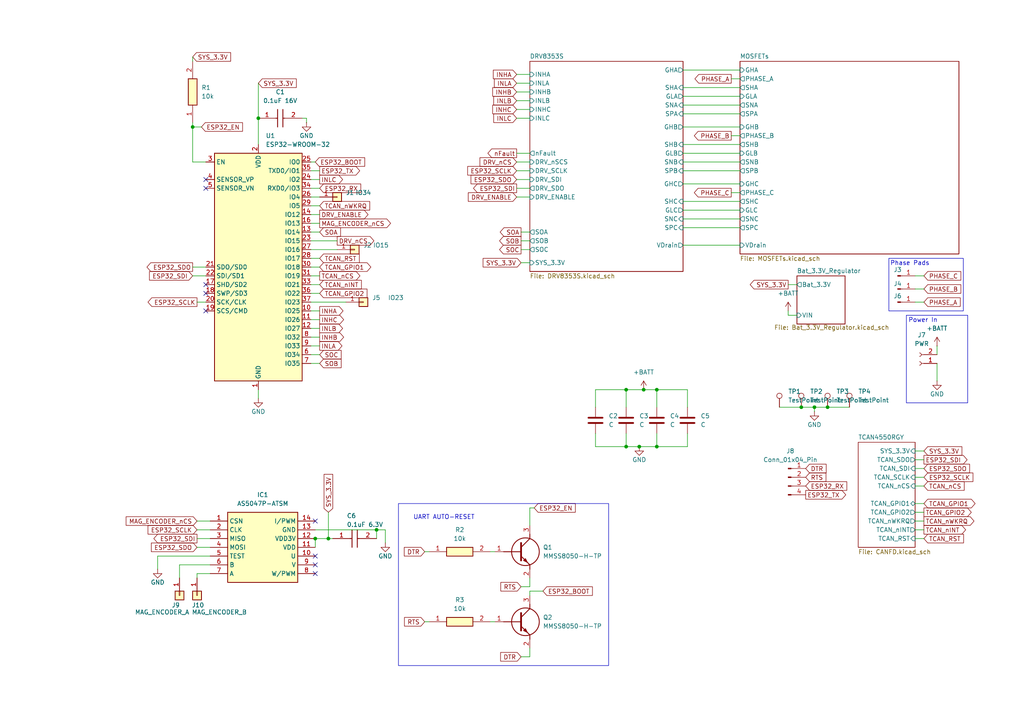
<source format=kicad_sch>
(kicad_sch
	(version 20250114)
	(generator "eeschema")
	(generator_version "9.0")
	(uuid "473f6d91-eb15-49f0-aa00-e4212556f75e")
	(paper "A4")
	(title_block
		(title "K-9R Motor Controller")
		(date "2025-09-27")
		(rev "1")
	)
	(lib_symbols
		(symbol "Connector:Conn_01x01_Pin"
			(pin_names
				(offset 1.016)
				(hide yes)
			)
			(exclude_from_sim no)
			(in_bom yes)
			(on_board yes)
			(property "Reference" "J"
				(at 0 2.54 0)
				(effects
					(font
						(size 1.27 1.27)
					)
				)
			)
			(property "Value" "Conn_01x01_Pin"
				(at 0 -2.54 0)
				(effects
					(font
						(size 1.27 1.27)
					)
				)
			)
			(property "Footprint" ""
				(at 0 0 0)
				(effects
					(font
						(size 1.27 1.27)
					)
					(hide yes)
				)
			)
			(property "Datasheet" "~"
				(at 0 0 0)
				(effects
					(font
						(size 1.27 1.27)
					)
					(hide yes)
				)
			)
			(property "Description" "Generic connector, single row, 01x01, script generated"
				(at 0 0 0)
				(effects
					(font
						(size 1.27 1.27)
					)
					(hide yes)
				)
			)
			(property "ki_locked" ""
				(at 0 0 0)
				(effects
					(font
						(size 1.27 1.27)
					)
				)
			)
			(property "ki_keywords" "connector"
				(at 0 0 0)
				(effects
					(font
						(size 1.27 1.27)
					)
					(hide yes)
				)
			)
			(property "ki_fp_filters" "Connector*:*_1x??_*"
				(at 0 0 0)
				(effects
					(font
						(size 1.27 1.27)
					)
					(hide yes)
				)
			)
			(symbol "Conn_01x01_Pin_1_1"
				(rectangle
					(start 0.8636 0.127)
					(end 0 -0.127)
					(stroke
						(width 0.1524)
						(type default)
					)
					(fill
						(type outline)
					)
				)
				(polyline
					(pts
						(xy 1.27 0) (xy 0.8636 0)
					)
					(stroke
						(width 0.1524)
						(type default)
					)
					(fill
						(type none)
					)
				)
				(pin passive line
					(at 5.08 0 180)
					(length 3.81)
					(name "Pin_1"
						(effects
							(font
								(size 1.27 1.27)
							)
						)
					)
					(number "1"
						(effects
							(font
								(size 1.27 1.27)
							)
						)
					)
				)
			)
			(embedded_fonts no)
		)
		(symbol "Connector:Conn_01x02_Socket"
			(pin_names
				(offset 1.016)
				(hide yes)
			)
			(exclude_from_sim no)
			(in_bom yes)
			(on_board yes)
			(property "Reference" "J"
				(at 0 2.54 0)
				(effects
					(font
						(size 1.27 1.27)
					)
				)
			)
			(property "Value" "Conn_01x02_Socket"
				(at 0 -5.08 0)
				(effects
					(font
						(size 1.27 1.27)
					)
				)
			)
			(property "Footprint" ""
				(at 0 0 0)
				(effects
					(font
						(size 1.27 1.27)
					)
					(hide yes)
				)
			)
			(property "Datasheet" "~"
				(at 0 0 0)
				(effects
					(font
						(size 1.27 1.27)
					)
					(hide yes)
				)
			)
			(property "Description" "Generic connector, single row, 01x02, script generated"
				(at 0 0 0)
				(effects
					(font
						(size 1.27 1.27)
					)
					(hide yes)
				)
			)
			(property "ki_locked" ""
				(at 0 0 0)
				(effects
					(font
						(size 1.27 1.27)
					)
				)
			)
			(property "ki_keywords" "connector"
				(at 0 0 0)
				(effects
					(font
						(size 1.27 1.27)
					)
					(hide yes)
				)
			)
			(property "ki_fp_filters" "Connector*:*_1x??_*"
				(at 0 0 0)
				(effects
					(font
						(size 1.27 1.27)
					)
					(hide yes)
				)
			)
			(symbol "Conn_01x02_Socket_1_1"
				(polyline
					(pts
						(xy -1.27 0) (xy -0.508 0)
					)
					(stroke
						(width 0.1524)
						(type default)
					)
					(fill
						(type none)
					)
				)
				(polyline
					(pts
						(xy -1.27 -2.54) (xy -0.508 -2.54)
					)
					(stroke
						(width 0.1524)
						(type default)
					)
					(fill
						(type none)
					)
				)
				(arc
					(start 0 -0.508)
					(mid -0.5058 0)
					(end 0 0.508)
					(stroke
						(width 0.1524)
						(type default)
					)
					(fill
						(type none)
					)
				)
				(arc
					(start 0 -3.048)
					(mid -0.5058 -2.54)
					(end 0 -2.032)
					(stroke
						(width 0.1524)
						(type default)
					)
					(fill
						(type none)
					)
				)
				(pin passive line
					(at -5.08 0 0)
					(length 3.81)
					(name "Pin_1"
						(effects
							(font
								(size 1.27 1.27)
							)
						)
					)
					(number "1"
						(effects
							(font
								(size 1.27 1.27)
							)
						)
					)
				)
				(pin passive line
					(at -5.08 -2.54 0)
					(length 3.81)
					(name "Pin_2"
						(effects
							(font
								(size 1.27 1.27)
							)
						)
					)
					(number "2"
						(effects
							(font
								(size 1.27 1.27)
							)
						)
					)
				)
			)
			(embedded_fonts no)
		)
		(symbol "Connector:Conn_01x04_Pin"
			(pin_names
				(offset 1.016)
				(hide yes)
			)
			(exclude_from_sim no)
			(in_bom yes)
			(on_board yes)
			(property "Reference" "J"
				(at 0 5.08 0)
				(effects
					(font
						(size 1.27 1.27)
					)
				)
			)
			(property "Value" "Conn_01x04_Pin"
				(at 0 -7.62 0)
				(effects
					(font
						(size 1.27 1.27)
					)
				)
			)
			(property "Footprint" ""
				(at 0 0 0)
				(effects
					(font
						(size 1.27 1.27)
					)
					(hide yes)
				)
			)
			(property "Datasheet" "~"
				(at 0 0 0)
				(effects
					(font
						(size 1.27 1.27)
					)
					(hide yes)
				)
			)
			(property "Description" "Generic connector, single row, 01x04, script generated"
				(at 0 0 0)
				(effects
					(font
						(size 1.27 1.27)
					)
					(hide yes)
				)
			)
			(property "ki_locked" ""
				(at 0 0 0)
				(effects
					(font
						(size 1.27 1.27)
					)
				)
			)
			(property "ki_keywords" "connector"
				(at 0 0 0)
				(effects
					(font
						(size 1.27 1.27)
					)
					(hide yes)
				)
			)
			(property "ki_fp_filters" "Connector*:*_1x??_*"
				(at 0 0 0)
				(effects
					(font
						(size 1.27 1.27)
					)
					(hide yes)
				)
			)
			(symbol "Conn_01x04_Pin_1_1"
				(rectangle
					(start 0.8636 2.667)
					(end 0 2.413)
					(stroke
						(width 0.1524)
						(type default)
					)
					(fill
						(type outline)
					)
				)
				(rectangle
					(start 0.8636 0.127)
					(end 0 -0.127)
					(stroke
						(width 0.1524)
						(type default)
					)
					(fill
						(type outline)
					)
				)
				(rectangle
					(start 0.8636 -2.413)
					(end 0 -2.667)
					(stroke
						(width 0.1524)
						(type default)
					)
					(fill
						(type outline)
					)
				)
				(rectangle
					(start 0.8636 -4.953)
					(end 0 -5.207)
					(stroke
						(width 0.1524)
						(type default)
					)
					(fill
						(type outline)
					)
				)
				(polyline
					(pts
						(xy 1.27 2.54) (xy 0.8636 2.54)
					)
					(stroke
						(width 0.1524)
						(type default)
					)
					(fill
						(type none)
					)
				)
				(polyline
					(pts
						(xy 1.27 0) (xy 0.8636 0)
					)
					(stroke
						(width 0.1524)
						(type default)
					)
					(fill
						(type none)
					)
				)
				(polyline
					(pts
						(xy 1.27 -2.54) (xy 0.8636 -2.54)
					)
					(stroke
						(width 0.1524)
						(type default)
					)
					(fill
						(type none)
					)
				)
				(polyline
					(pts
						(xy 1.27 -5.08) (xy 0.8636 -5.08)
					)
					(stroke
						(width 0.1524)
						(type default)
					)
					(fill
						(type none)
					)
				)
				(pin passive line
					(at 5.08 2.54 180)
					(length 3.81)
					(name "Pin_1"
						(effects
							(font
								(size 1.27 1.27)
							)
						)
					)
					(number "1"
						(effects
							(font
								(size 1.27 1.27)
							)
						)
					)
				)
				(pin passive line
					(at 5.08 0 180)
					(length 3.81)
					(name "Pin_2"
						(effects
							(font
								(size 1.27 1.27)
							)
						)
					)
					(number "2"
						(effects
							(font
								(size 1.27 1.27)
							)
						)
					)
				)
				(pin passive line
					(at 5.08 -2.54 180)
					(length 3.81)
					(name "Pin_3"
						(effects
							(font
								(size 1.27 1.27)
							)
						)
					)
					(number "3"
						(effects
							(font
								(size 1.27 1.27)
							)
						)
					)
				)
				(pin passive line
					(at 5.08 -5.08 180)
					(length 3.81)
					(name "Pin_4"
						(effects
							(font
								(size 1.27 1.27)
							)
						)
					)
					(number "4"
						(effects
							(font
								(size 1.27 1.27)
							)
						)
					)
				)
			)
			(embedded_fonts no)
		)
		(symbol "Connector:TestPoint"
			(pin_numbers
				(hide yes)
			)
			(pin_names
				(offset 0.762)
				(hide yes)
			)
			(exclude_from_sim no)
			(in_bom yes)
			(on_board yes)
			(property "Reference" "TP"
				(at 0 6.858 0)
				(effects
					(font
						(size 1.27 1.27)
					)
				)
			)
			(property "Value" "TestPoint"
				(at 0 5.08 0)
				(effects
					(font
						(size 1.27 1.27)
					)
				)
			)
			(property "Footprint" ""
				(at 5.08 0 0)
				(effects
					(font
						(size 1.27 1.27)
					)
					(hide yes)
				)
			)
			(property "Datasheet" "~"
				(at 5.08 0 0)
				(effects
					(font
						(size 1.27 1.27)
					)
					(hide yes)
				)
			)
			(property "Description" "test point"
				(at 0 0 0)
				(effects
					(font
						(size 1.27 1.27)
					)
					(hide yes)
				)
			)
			(property "ki_keywords" "test point tp"
				(at 0 0 0)
				(effects
					(font
						(size 1.27 1.27)
					)
					(hide yes)
				)
			)
			(property "ki_fp_filters" "Pin* Test*"
				(at 0 0 0)
				(effects
					(font
						(size 1.27 1.27)
					)
					(hide yes)
				)
			)
			(symbol "TestPoint_0_1"
				(circle
					(center 0 3.302)
					(radius 0.762)
					(stroke
						(width 0)
						(type default)
					)
					(fill
						(type none)
					)
				)
			)
			(symbol "TestPoint_1_1"
				(pin passive line
					(at 0 0 90)
					(length 2.54)
					(name "1"
						(effects
							(font
								(size 1.27 1.27)
							)
						)
					)
					(number "1"
						(effects
							(font
								(size 1.27 1.27)
							)
						)
					)
				)
			)
			(embedded_fonts no)
		)
		(symbol "Connector_Generic:Conn_01x01"
			(pin_names
				(offset 1.016)
				(hide yes)
			)
			(exclude_from_sim no)
			(in_bom yes)
			(on_board yes)
			(property "Reference" "J"
				(at 0 2.54 0)
				(effects
					(font
						(size 1.27 1.27)
					)
				)
			)
			(property "Value" "Conn_01x01"
				(at 0 -2.54 0)
				(effects
					(font
						(size 1.27 1.27)
					)
				)
			)
			(property "Footprint" ""
				(at 0 0 0)
				(effects
					(font
						(size 1.27 1.27)
					)
					(hide yes)
				)
			)
			(property "Datasheet" "~"
				(at 0 0 0)
				(effects
					(font
						(size 1.27 1.27)
					)
					(hide yes)
				)
			)
			(property "Description" "Generic connector, single row, 01x01, script generated (kicad-library-utils/schlib/autogen/connector/)"
				(at 0 0 0)
				(effects
					(font
						(size 1.27 1.27)
					)
					(hide yes)
				)
			)
			(property "ki_keywords" "connector"
				(at 0 0 0)
				(effects
					(font
						(size 1.27 1.27)
					)
					(hide yes)
				)
			)
			(property "ki_fp_filters" "Connector*:*_1x??_*"
				(at 0 0 0)
				(effects
					(font
						(size 1.27 1.27)
					)
					(hide yes)
				)
			)
			(symbol "Conn_01x01_1_1"
				(rectangle
					(start -1.27 1.27)
					(end 1.27 -1.27)
					(stroke
						(width 0.254)
						(type default)
					)
					(fill
						(type background)
					)
				)
				(rectangle
					(start -1.27 0.127)
					(end 0 -0.127)
					(stroke
						(width 0.1524)
						(type default)
					)
					(fill
						(type none)
					)
				)
				(pin passive line
					(at -5.08 0 0)
					(length 3.81)
					(name "Pin_1"
						(effects
							(font
								(size 1.27 1.27)
							)
						)
					)
					(number "1"
						(effects
							(font
								(size 1.27 1.27)
							)
						)
					)
				)
			)
			(embedded_fonts no)
		)
		(symbol "Device:C"
			(pin_numbers
				(hide yes)
			)
			(pin_names
				(offset 0.254)
			)
			(exclude_from_sim no)
			(in_bom yes)
			(on_board yes)
			(property "Reference" "C"
				(at 0.635 2.54 0)
				(effects
					(font
						(size 1.27 1.27)
					)
					(justify left)
				)
			)
			(property "Value" "C"
				(at 0.635 -2.54 0)
				(effects
					(font
						(size 1.27 1.27)
					)
					(justify left)
				)
			)
			(property "Footprint" ""
				(at 0.9652 -3.81 0)
				(effects
					(font
						(size 1.27 1.27)
					)
					(hide yes)
				)
			)
			(property "Datasheet" "~"
				(at 0 0 0)
				(effects
					(font
						(size 1.27 1.27)
					)
					(hide yes)
				)
			)
			(property "Description" "Unpolarized capacitor"
				(at 0 0 0)
				(effects
					(font
						(size 1.27 1.27)
					)
					(hide yes)
				)
			)
			(property "ki_keywords" "cap capacitor"
				(at 0 0 0)
				(effects
					(font
						(size 1.27 1.27)
					)
					(hide yes)
				)
			)
			(property "ki_fp_filters" "C_*"
				(at 0 0 0)
				(effects
					(font
						(size 1.27 1.27)
					)
					(hide yes)
				)
			)
			(symbol "C_0_1"
				(polyline
					(pts
						(xy -2.032 0.762) (xy 2.032 0.762)
					)
					(stroke
						(width 0.508)
						(type default)
					)
					(fill
						(type none)
					)
				)
				(polyline
					(pts
						(xy -2.032 -0.762) (xy 2.032 -0.762)
					)
					(stroke
						(width 0.508)
						(type default)
					)
					(fill
						(type none)
					)
				)
			)
			(symbol "C_1_1"
				(pin passive line
					(at 0 3.81 270)
					(length 2.794)
					(name "~"
						(effects
							(font
								(size 1.27 1.27)
							)
						)
					)
					(number "1"
						(effects
							(font
								(size 1.27 1.27)
							)
						)
					)
				)
				(pin passive line
					(at 0 -3.81 90)
					(length 2.794)
					(name "~"
						(effects
							(font
								(size 1.27 1.27)
							)
						)
					)
					(number "2"
						(effects
							(font
								(size 1.27 1.27)
							)
						)
					)
				)
			)
			(embedded_fonts no)
		)
		(symbol "RF_Module:ESP32-WROOM-32"
			(exclude_from_sim no)
			(in_bom yes)
			(on_board yes)
			(property "Reference" "U"
				(at -12.7 34.29 0)
				(effects
					(font
						(size 1.27 1.27)
					)
					(justify left)
				)
			)
			(property "Value" "ESP32-WROOM-32"
				(at 1.27 34.29 0)
				(effects
					(font
						(size 1.27 1.27)
					)
					(justify left)
				)
			)
			(property "Footprint" "RF_Module:ESP32-WROOM-32"
				(at 0 -38.1 0)
				(effects
					(font
						(size 1.27 1.27)
					)
					(hide yes)
				)
			)
			(property "Datasheet" "https://www.espressif.com/sites/default/files/documentation/esp32-wroom-32_datasheet_en.pdf"
				(at -7.62 1.27 0)
				(effects
					(font
						(size 1.27 1.27)
					)
					(hide yes)
				)
			)
			(property "Description" "RF Module, ESP32-D0WDQ6 SoC, Wi-Fi 802.11b/g/n, Bluetooth, BLE, 32-bit, 2.7-3.6V, onboard antenna, SMD"
				(at 0 0 0)
				(effects
					(font
						(size 1.27 1.27)
					)
					(hide yes)
				)
			)
			(property "ki_keywords" "RF Radio BT ESP ESP32 Espressif onboard PCB antenna"
				(at 0 0 0)
				(effects
					(font
						(size 1.27 1.27)
					)
					(hide yes)
				)
			)
			(property "ki_fp_filters" "ESP32?WROOM?32*"
				(at 0 0 0)
				(effects
					(font
						(size 1.27 1.27)
					)
					(hide yes)
				)
			)
			(symbol "ESP32-WROOM-32_0_1"
				(rectangle
					(start -12.7 33.02)
					(end 12.7 -33.02)
					(stroke
						(width 0.254)
						(type default)
					)
					(fill
						(type background)
					)
				)
			)
			(symbol "ESP32-WROOM-32_1_1"
				(pin input line
					(at -15.24 30.48 0)
					(length 2.54)
					(name "EN"
						(effects
							(font
								(size 1.27 1.27)
							)
						)
					)
					(number "3"
						(effects
							(font
								(size 1.27 1.27)
							)
						)
					)
				)
				(pin input line
					(at -15.24 25.4 0)
					(length 2.54)
					(name "SENSOR_VP"
						(effects
							(font
								(size 1.27 1.27)
							)
						)
					)
					(number "4"
						(effects
							(font
								(size 1.27 1.27)
							)
						)
					)
				)
				(pin input line
					(at -15.24 22.86 0)
					(length 2.54)
					(name "SENSOR_VN"
						(effects
							(font
								(size 1.27 1.27)
							)
						)
					)
					(number "5"
						(effects
							(font
								(size 1.27 1.27)
							)
						)
					)
				)
				(pin bidirectional line
					(at -15.24 0 0)
					(length 2.54)
					(name "SDO/SD0"
						(effects
							(font
								(size 1.27 1.27)
							)
						)
					)
					(number "21"
						(effects
							(font
								(size 1.27 1.27)
							)
						)
					)
				)
				(pin bidirectional line
					(at -15.24 -2.54 0)
					(length 2.54)
					(name "SDI/SD1"
						(effects
							(font
								(size 1.27 1.27)
							)
						)
					)
					(number "22"
						(effects
							(font
								(size 1.27 1.27)
							)
						)
					)
				)
				(pin bidirectional line
					(at -15.24 -5.08 0)
					(length 2.54)
					(name "SHD/SD2"
						(effects
							(font
								(size 1.27 1.27)
							)
						)
					)
					(number "17"
						(effects
							(font
								(size 1.27 1.27)
							)
						)
					)
				)
				(pin bidirectional line
					(at -15.24 -7.62 0)
					(length 2.54)
					(name "SWP/SD3"
						(effects
							(font
								(size 1.27 1.27)
							)
						)
					)
					(number "18"
						(effects
							(font
								(size 1.27 1.27)
							)
						)
					)
				)
				(pin bidirectional line
					(at -15.24 -10.16 0)
					(length 2.54)
					(name "SCK/CLK"
						(effects
							(font
								(size 1.27 1.27)
							)
						)
					)
					(number "20"
						(effects
							(font
								(size 1.27 1.27)
							)
						)
					)
				)
				(pin bidirectional line
					(at -15.24 -12.7 0)
					(length 2.54)
					(name "SCS/CMD"
						(effects
							(font
								(size 1.27 1.27)
							)
						)
					)
					(number "19"
						(effects
							(font
								(size 1.27 1.27)
							)
						)
					)
				)
				(pin no_connect line
					(at -12.7 -27.94 0)
					(length 2.54)
					(hide yes)
					(name "NC"
						(effects
							(font
								(size 1.27 1.27)
							)
						)
					)
					(number "32"
						(effects
							(font
								(size 1.27 1.27)
							)
						)
					)
				)
				(pin power_in line
					(at 0 35.56 270)
					(length 2.54)
					(name "VDD"
						(effects
							(font
								(size 1.27 1.27)
							)
						)
					)
					(number "2"
						(effects
							(font
								(size 1.27 1.27)
							)
						)
					)
				)
				(pin power_in line
					(at 0 -35.56 90)
					(length 2.54)
					(name "GND"
						(effects
							(font
								(size 1.27 1.27)
							)
						)
					)
					(number "1"
						(effects
							(font
								(size 1.27 1.27)
							)
						)
					)
				)
				(pin passive line
					(at 0 -35.56 90)
					(length 2.54)
					(hide yes)
					(name "GND"
						(effects
							(font
								(size 1.27 1.27)
							)
						)
					)
					(number "15"
						(effects
							(font
								(size 1.27 1.27)
							)
						)
					)
				)
				(pin passive line
					(at 0 -35.56 90)
					(length 2.54)
					(hide yes)
					(name "GND"
						(effects
							(font
								(size 1.27 1.27)
							)
						)
					)
					(number "38"
						(effects
							(font
								(size 1.27 1.27)
							)
						)
					)
				)
				(pin passive line
					(at 0 -35.56 90)
					(length 2.54)
					(hide yes)
					(name "GND"
						(effects
							(font
								(size 1.27 1.27)
							)
						)
					)
					(number "39"
						(effects
							(font
								(size 1.27 1.27)
							)
						)
					)
				)
				(pin bidirectional line
					(at 15.24 30.48 180)
					(length 2.54)
					(name "IO0"
						(effects
							(font
								(size 1.27 1.27)
							)
						)
					)
					(number "25"
						(effects
							(font
								(size 1.27 1.27)
							)
						)
					)
				)
				(pin bidirectional line
					(at 15.24 27.94 180)
					(length 2.54)
					(name "TXD0/IO1"
						(effects
							(font
								(size 1.27 1.27)
							)
						)
					)
					(number "35"
						(effects
							(font
								(size 1.27 1.27)
							)
						)
					)
				)
				(pin bidirectional line
					(at 15.24 25.4 180)
					(length 2.54)
					(name "IO2"
						(effects
							(font
								(size 1.27 1.27)
							)
						)
					)
					(number "24"
						(effects
							(font
								(size 1.27 1.27)
							)
						)
					)
				)
				(pin bidirectional line
					(at 15.24 22.86 180)
					(length 2.54)
					(name "RXD0/IO3"
						(effects
							(font
								(size 1.27 1.27)
							)
						)
					)
					(number "34"
						(effects
							(font
								(size 1.27 1.27)
							)
						)
					)
				)
				(pin bidirectional line
					(at 15.24 20.32 180)
					(length 2.54)
					(name "IO4"
						(effects
							(font
								(size 1.27 1.27)
							)
						)
					)
					(number "26"
						(effects
							(font
								(size 1.27 1.27)
							)
						)
					)
				)
				(pin bidirectional line
					(at 15.24 17.78 180)
					(length 2.54)
					(name "IO5"
						(effects
							(font
								(size 1.27 1.27)
							)
						)
					)
					(number "29"
						(effects
							(font
								(size 1.27 1.27)
							)
						)
					)
				)
				(pin bidirectional line
					(at 15.24 15.24 180)
					(length 2.54)
					(name "IO12"
						(effects
							(font
								(size 1.27 1.27)
							)
						)
					)
					(number "14"
						(effects
							(font
								(size 1.27 1.27)
							)
						)
					)
				)
				(pin bidirectional line
					(at 15.24 12.7 180)
					(length 2.54)
					(name "IO13"
						(effects
							(font
								(size 1.27 1.27)
							)
						)
					)
					(number "16"
						(effects
							(font
								(size 1.27 1.27)
							)
						)
					)
				)
				(pin bidirectional line
					(at 15.24 10.16 180)
					(length 2.54)
					(name "IO14"
						(effects
							(font
								(size 1.27 1.27)
							)
						)
					)
					(number "13"
						(effects
							(font
								(size 1.27 1.27)
							)
						)
					)
				)
				(pin bidirectional line
					(at 15.24 7.62 180)
					(length 2.54)
					(name "IO15"
						(effects
							(font
								(size 1.27 1.27)
							)
						)
					)
					(number "23"
						(effects
							(font
								(size 1.27 1.27)
							)
						)
					)
				)
				(pin bidirectional line
					(at 15.24 5.08 180)
					(length 2.54)
					(name "IO16"
						(effects
							(font
								(size 1.27 1.27)
							)
						)
					)
					(number "27"
						(effects
							(font
								(size 1.27 1.27)
							)
						)
					)
				)
				(pin bidirectional line
					(at 15.24 2.54 180)
					(length 2.54)
					(name "IO17"
						(effects
							(font
								(size 1.27 1.27)
							)
						)
					)
					(number "28"
						(effects
							(font
								(size 1.27 1.27)
							)
						)
					)
				)
				(pin bidirectional line
					(at 15.24 0 180)
					(length 2.54)
					(name "IO18"
						(effects
							(font
								(size 1.27 1.27)
							)
						)
					)
					(number "30"
						(effects
							(font
								(size 1.27 1.27)
							)
						)
					)
				)
				(pin bidirectional line
					(at 15.24 -2.54 180)
					(length 2.54)
					(name "IO19"
						(effects
							(font
								(size 1.27 1.27)
							)
						)
					)
					(number "31"
						(effects
							(font
								(size 1.27 1.27)
							)
						)
					)
				)
				(pin bidirectional line
					(at 15.24 -5.08 180)
					(length 2.54)
					(name "IO21"
						(effects
							(font
								(size 1.27 1.27)
							)
						)
					)
					(number "33"
						(effects
							(font
								(size 1.27 1.27)
							)
						)
					)
				)
				(pin bidirectional line
					(at 15.24 -7.62 180)
					(length 2.54)
					(name "IO22"
						(effects
							(font
								(size 1.27 1.27)
							)
						)
					)
					(number "36"
						(effects
							(font
								(size 1.27 1.27)
							)
						)
					)
				)
				(pin bidirectional line
					(at 15.24 -10.16 180)
					(length 2.54)
					(name "IO23"
						(effects
							(font
								(size 1.27 1.27)
							)
						)
					)
					(number "37"
						(effects
							(font
								(size 1.27 1.27)
							)
						)
					)
				)
				(pin bidirectional line
					(at 15.24 -12.7 180)
					(length 2.54)
					(name "IO25"
						(effects
							(font
								(size 1.27 1.27)
							)
						)
					)
					(number "10"
						(effects
							(font
								(size 1.27 1.27)
							)
						)
					)
				)
				(pin bidirectional line
					(at 15.24 -15.24 180)
					(length 2.54)
					(name "IO26"
						(effects
							(font
								(size 1.27 1.27)
							)
						)
					)
					(number "11"
						(effects
							(font
								(size 1.27 1.27)
							)
						)
					)
				)
				(pin bidirectional line
					(at 15.24 -17.78 180)
					(length 2.54)
					(name "IO27"
						(effects
							(font
								(size 1.27 1.27)
							)
						)
					)
					(number "12"
						(effects
							(font
								(size 1.27 1.27)
							)
						)
					)
				)
				(pin bidirectional line
					(at 15.24 -20.32 180)
					(length 2.54)
					(name "IO32"
						(effects
							(font
								(size 1.27 1.27)
							)
						)
					)
					(number "8"
						(effects
							(font
								(size 1.27 1.27)
							)
						)
					)
				)
				(pin bidirectional line
					(at 15.24 -22.86 180)
					(length 2.54)
					(name "IO33"
						(effects
							(font
								(size 1.27 1.27)
							)
						)
					)
					(number "9"
						(effects
							(font
								(size 1.27 1.27)
							)
						)
					)
				)
				(pin input line
					(at 15.24 -25.4 180)
					(length 2.54)
					(name "IO34"
						(effects
							(font
								(size 1.27 1.27)
							)
						)
					)
					(number "6"
						(effects
							(font
								(size 1.27 1.27)
							)
						)
					)
				)
				(pin input line
					(at 15.24 -27.94 180)
					(length 2.54)
					(name "IO35"
						(effects
							(font
								(size 1.27 1.27)
							)
						)
					)
					(number "7"
						(effects
							(font
								(size 1.27 1.27)
							)
						)
					)
				)
			)
			(embedded_fonts no)
		)
		(symbol "SamacSys_Parts:0603YC104K4T4A"
			(pin_names
				(hide yes)
			)
			(exclude_from_sim no)
			(in_bom yes)
			(on_board yes)
			(property "Reference" "C"
				(at 8.89 6.35 0)
				(effects
					(font
						(size 1.27 1.27)
					)
					(justify left top)
				)
			)
			(property "Value" "0603YC104K4T4A"
				(at 8.89 3.81 0)
				(effects
					(font
						(size 1.27 1.27)
					)
					(justify left top)
				)
			)
			(property "Footprint" "CAPC1608X90N"
				(at 8.89 -96.19 0)
				(effects
					(font
						(size 1.27 1.27)
					)
					(justify left top)
					(hide yes)
				)
			)
			(property "Datasheet" "https://componentsearchengine.com/Datasheets/1/06031A100FAT2A.pdf"
				(at 8.89 -196.19 0)
				(effects
					(font
						(size 1.27 1.27)
					)
					(justify left top)
					(hide yes)
				)
			)
			(property "Description" "Multilayer Ceramic Capacitors MLCC - SMD/SMT 0.1uF 16volts 10% X7R"
				(at 0 0 0)
				(effects
					(font
						(size 1.27 1.27)
					)
					(hide yes)
				)
			)
			(property "Height" "0.9"
				(at 8.89 -396.19 0)
				(effects
					(font
						(size 1.27 1.27)
					)
					(justify left top)
					(hide yes)
				)
			)
			(property "Mouser Part Number" "581-0603YC104K4T4A"
				(at 8.89 -496.19 0)
				(effects
					(font
						(size 1.27 1.27)
					)
					(justify left top)
					(hide yes)
				)
			)
			(property "Mouser Price/Stock" "https://www.mouser.co.uk/ProductDetail/KYOCERA-AVX/0603YC104K4T4A?qs=Cej1j9ztgjEkPqVJkA4Bng%3D%3D"
				(at 8.89 -596.19 0)
				(effects
					(font
						(size 1.27 1.27)
					)
					(justify left top)
					(hide yes)
				)
			)
			(property "Manufacturer_Name" "Kyocera AVX"
				(at 8.89 -696.19 0)
				(effects
					(font
						(size 1.27 1.27)
					)
					(justify left top)
					(hide yes)
				)
			)
			(property "Manufacturer_Part_Number" "0603YC104K4T4A"
				(at 8.89 -796.19 0)
				(effects
					(font
						(size 1.27 1.27)
					)
					(justify left top)
					(hide yes)
				)
			)
			(symbol "0603YC104K4T4A_1_1"
				(polyline
					(pts
						(xy 5.08 0) (xy 5.588 0)
					)
					(stroke
						(width 0.254)
						(type default)
					)
					(fill
						(type none)
					)
				)
				(polyline
					(pts
						(xy 5.588 2.54) (xy 5.588 -2.54)
					)
					(stroke
						(width 0.254)
						(type default)
					)
					(fill
						(type none)
					)
				)
				(polyline
					(pts
						(xy 7.112 2.54) (xy 7.112 -2.54)
					)
					(stroke
						(width 0.254)
						(type default)
					)
					(fill
						(type none)
					)
				)
				(polyline
					(pts
						(xy 7.112 0) (xy 7.62 0)
					)
					(stroke
						(width 0.254)
						(type default)
					)
					(fill
						(type none)
					)
				)
				(pin passive line
					(at 0 0 0)
					(length 5.08)
					(name "1"
						(effects
							(font
								(size 1.27 1.27)
							)
						)
					)
					(number "1"
						(effects
							(font
								(size 1.27 1.27)
							)
						)
					)
				)
				(pin passive line
					(at 12.7 0 180)
					(length 5.08)
					(name "2"
						(effects
							(font
								(size 1.27 1.27)
							)
						)
					)
					(number "2"
						(effects
							(font
								(size 1.27 1.27)
							)
						)
					)
				)
			)
			(embedded_fonts no)
		)
		(symbol "SamacSys_Parts:08056D104KAT2A"
			(pin_names
				(hide yes)
			)
			(exclude_from_sim no)
			(in_bom yes)
			(on_board yes)
			(property "Reference" "C"
				(at 8.89 6.35 0)
				(effects
					(font
						(size 1.27 1.27)
					)
					(justify left top)
				)
			)
			(property "Value" "08056D104KAT2A"
				(at 8.89 3.81 0)
				(effects
					(font
						(size 1.27 1.27)
					)
					(justify left top)
				)
			)
			(property "Footprint" "CAPC2012X140N"
				(at 8.89 -96.19 0)
				(effects
					(font
						(size 1.27 1.27)
					)
					(justify left top)
					(hide yes)
				)
			)
			(property "Datasheet" "http://datasheets.avx.com/cx5r.pdf"
				(at 8.89 -196.19 0)
				(effects
					(font
						(size 1.27 1.27)
					)
					(justify left top)
					(hide yes)
				)
			)
			(property "Description" "Multilayer Ceramic Capacitors MLCC - SMD/SMT 6.3V .1uF X5R 0805 10%"
				(at 0 0 0)
				(effects
					(font
						(size 1.27 1.27)
					)
					(hide yes)
				)
			)
			(property "Height" "1.4"
				(at 8.89 -396.19 0)
				(effects
					(font
						(size 1.27 1.27)
					)
					(justify left top)
					(hide yes)
				)
			)
			(property "Mouser Part Number" "581-08056D104KAT2A"
				(at 8.89 -496.19 0)
				(effects
					(font
						(size 1.27 1.27)
					)
					(justify left top)
					(hide yes)
				)
			)
			(property "Mouser Price/Stock" "https://www.mouser.co.uk/ProductDetail/KYOCERA-AVX/08056D104KAT2A?qs=ZBeOGGPQgEFSiSMjaoxiBA%3D%3D"
				(at 8.89 -596.19 0)
				(effects
					(font
						(size 1.27 1.27)
					)
					(justify left top)
					(hide yes)
				)
			)
			(property "Manufacturer_Name" "Kyocera AVX"
				(at 8.89 -696.19 0)
				(effects
					(font
						(size 1.27 1.27)
					)
					(justify left top)
					(hide yes)
				)
			)
			(property "Manufacturer_Part_Number" "08056D104KAT2A"
				(at 8.89 -796.19 0)
				(effects
					(font
						(size 1.27 1.27)
					)
					(justify left top)
					(hide yes)
				)
			)
			(symbol "08056D104KAT2A_1_1"
				(polyline
					(pts
						(xy 5.08 0) (xy 5.588 0)
					)
					(stroke
						(width 0.254)
						(type default)
					)
					(fill
						(type none)
					)
				)
				(polyline
					(pts
						(xy 5.588 2.54) (xy 5.588 -2.54)
					)
					(stroke
						(width 0.254)
						(type default)
					)
					(fill
						(type none)
					)
				)
				(polyline
					(pts
						(xy 7.112 2.54) (xy 7.112 -2.54)
					)
					(stroke
						(width 0.254)
						(type default)
					)
					(fill
						(type none)
					)
				)
				(polyline
					(pts
						(xy 7.112 0) (xy 7.62 0)
					)
					(stroke
						(width 0.254)
						(type default)
					)
					(fill
						(type none)
					)
				)
				(pin passive line
					(at 0 0 0)
					(length 5.08)
					(name "1"
						(effects
							(font
								(size 1.27 1.27)
							)
						)
					)
					(number "1"
						(effects
							(font
								(size 1.27 1.27)
							)
						)
					)
				)
				(pin passive line
					(at 12.7 0 180)
					(length 5.08)
					(name "2"
						(effects
							(font
								(size 1.27 1.27)
							)
						)
					)
					(number "2"
						(effects
							(font
								(size 1.27 1.27)
							)
						)
					)
				)
			)
			(embedded_fonts no)
		)
		(symbol "SamacSys_Parts:AS5047P-ATSM"
			(exclude_from_sim no)
			(in_bom yes)
			(on_board yes)
			(property "Reference" "IC"
				(at 26.67 7.62 0)
				(effects
					(font
						(size 1.27 1.27)
					)
					(justify left top)
				)
			)
			(property "Value" "AS5047P-ATSM"
				(at 26.67 5.08 0)
				(effects
					(font
						(size 1.27 1.27)
					)
					(justify left top)
				)
			)
			(property "Footprint" "SOP65P640X120-14N"
				(at 26.67 -94.92 0)
				(effects
					(font
						(size 1.27 1.27)
					)
					(justify left top)
					(hide yes)
				)
			)
			(property "Datasheet" "https://datasheet.datasheetarchive.com/originals/distributors/DKDS-7/120640.pdf"
				(at 26.67 -194.92 0)
				(effects
					(font
						(size 1.27 1.27)
					)
					(justify left top)
					(hide yes)
				)
			)
			(property "Description" "Board Mount Hall Effect / Magnetic Sensors 14 bit core res Up to 28krpm"
				(at 0 0 0)
				(effects
					(font
						(size 1.27 1.27)
					)
					(hide yes)
				)
			)
			(property "Height" "1.2"
				(at 26.67 -394.92 0)
				(effects
					(font
						(size 1.27 1.27)
					)
					(justify left top)
					(hide yes)
				)
			)
			(property "Mouser Part Number" "985-AS5047P-ATSM"
				(at 26.67 -494.92 0)
				(effects
					(font
						(size 1.27 1.27)
					)
					(justify left top)
					(hide yes)
				)
			)
			(property "Mouser Price/Stock" "https://www.mouser.co.uk/ProductDetail/ams-OSRAM/AS5047P-ATSM?qs=cGEy3R83DS8fzNOVLHtOgg%3D%3D"
				(at 26.67 -594.92 0)
				(effects
					(font
						(size 1.27 1.27)
					)
					(justify left top)
					(hide yes)
				)
			)
			(property "Manufacturer_Name" "ams OSRAM"
				(at 26.67 -694.92 0)
				(effects
					(font
						(size 1.27 1.27)
					)
					(justify left top)
					(hide yes)
				)
			)
			(property "Manufacturer_Part_Number" "AS5047P-ATSM"
				(at 26.67 -794.92 0)
				(effects
					(font
						(size 1.27 1.27)
					)
					(justify left top)
					(hide yes)
				)
			)
			(symbol "AS5047P-ATSM_1_1"
				(rectangle
					(start 5.08 2.54)
					(end 25.4 -17.78)
					(stroke
						(width 0.254)
						(type default)
					)
					(fill
						(type background)
					)
				)
				(pin passive line
					(at 0 0 0)
					(length 5.08)
					(name "CSN"
						(effects
							(font
								(size 1.27 1.27)
							)
						)
					)
					(number "1"
						(effects
							(font
								(size 1.27 1.27)
							)
						)
					)
				)
				(pin passive line
					(at 0 -2.54 0)
					(length 5.08)
					(name "CLK"
						(effects
							(font
								(size 1.27 1.27)
							)
						)
					)
					(number "2"
						(effects
							(font
								(size 1.27 1.27)
							)
						)
					)
				)
				(pin passive line
					(at 0 -5.08 0)
					(length 5.08)
					(name "MISO"
						(effects
							(font
								(size 1.27 1.27)
							)
						)
					)
					(number "3"
						(effects
							(font
								(size 1.27 1.27)
							)
						)
					)
				)
				(pin passive line
					(at 0 -7.62 0)
					(length 5.08)
					(name "MOSI"
						(effects
							(font
								(size 1.27 1.27)
							)
						)
					)
					(number "4"
						(effects
							(font
								(size 1.27 1.27)
							)
						)
					)
				)
				(pin passive line
					(at 0 -10.16 0)
					(length 5.08)
					(name "TEST"
						(effects
							(font
								(size 1.27 1.27)
							)
						)
					)
					(number "5"
						(effects
							(font
								(size 1.27 1.27)
							)
						)
					)
				)
				(pin passive line
					(at 0 -12.7 0)
					(length 5.08)
					(name "B"
						(effects
							(font
								(size 1.27 1.27)
							)
						)
					)
					(number "6"
						(effects
							(font
								(size 1.27 1.27)
							)
						)
					)
				)
				(pin passive line
					(at 0 -15.24 0)
					(length 5.08)
					(name "A"
						(effects
							(font
								(size 1.27 1.27)
							)
						)
					)
					(number "7"
						(effects
							(font
								(size 1.27 1.27)
							)
						)
					)
				)
				(pin passive line
					(at 30.48 0 180)
					(length 5.08)
					(name "I/PWM"
						(effects
							(font
								(size 1.27 1.27)
							)
						)
					)
					(number "14"
						(effects
							(font
								(size 1.27 1.27)
							)
						)
					)
				)
				(pin passive line
					(at 30.48 -2.54 180)
					(length 5.08)
					(name "GND"
						(effects
							(font
								(size 1.27 1.27)
							)
						)
					)
					(number "13"
						(effects
							(font
								(size 1.27 1.27)
							)
						)
					)
				)
				(pin passive line
					(at 30.48 -5.08 180)
					(length 5.08)
					(name "VDD3V"
						(effects
							(font
								(size 1.27 1.27)
							)
						)
					)
					(number "12"
						(effects
							(font
								(size 1.27 1.27)
							)
						)
					)
				)
				(pin passive line
					(at 30.48 -7.62 180)
					(length 5.08)
					(name "VDD"
						(effects
							(font
								(size 1.27 1.27)
							)
						)
					)
					(number "11"
						(effects
							(font
								(size 1.27 1.27)
							)
						)
					)
				)
				(pin passive line
					(at 30.48 -10.16 180)
					(length 5.08)
					(name "U"
						(effects
							(font
								(size 1.27 1.27)
							)
						)
					)
					(number "10"
						(effects
							(font
								(size 1.27 1.27)
							)
						)
					)
				)
				(pin passive line
					(at 30.48 -12.7 180)
					(length 5.08)
					(name "V"
						(effects
							(font
								(size 1.27 1.27)
							)
						)
					)
					(number "9"
						(effects
							(font
								(size 1.27 1.27)
							)
						)
					)
				)
				(pin passive line
					(at 30.48 -15.24 180)
					(length 5.08)
					(name "W/PWM"
						(effects
							(font
								(size 1.27 1.27)
							)
						)
					)
					(number "8"
						(effects
							(font
								(size 1.27 1.27)
							)
						)
					)
				)
			)
			(embedded_fonts no)
		)
		(symbol "SamacSys_Parts:ESR10EZPF1002"
			(pin_names
				(hide yes)
			)
			(exclude_from_sim no)
			(in_bom yes)
			(on_board yes)
			(property "Reference" "R"
				(at 13.97 6.35 0)
				(effects
					(font
						(size 1.27 1.27)
					)
					(justify left top)
				)
			)
			(property "Value" "ESR10EZPF1002"
				(at 13.97 3.81 0)
				(effects
					(font
						(size 1.27 1.27)
					)
					(justify left top)
				)
			)
			(property "Footprint" "RESC2012X65N"
				(at 13.97 -96.19 0)
				(effects
					(font
						(size 1.27 1.27)
					)
					(justify left top)
					(hide yes)
				)
			)
			(property "Datasheet" "https://componentsearchengine.com/Datasheets/1/ESR10EZPF1002.pdf"
				(at 13.97 -196.19 0)
				(effects
					(font
						(size 1.27 1.27)
					)
					(justify left top)
					(hide yes)
				)
			)
			(property "Description" "Thick Film Resistors - SMD 0805 10Kohm 1% Anti Surge AEC-Q200"
				(at 0 0 0)
				(effects
					(font
						(size 1.27 1.27)
					)
					(hide yes)
				)
			)
			(property "Height" "0.65"
				(at 13.97 -396.19 0)
				(effects
					(font
						(size 1.27 1.27)
					)
					(justify left top)
					(hide yes)
				)
			)
			(property "Mouser Part Number" "755-ESR10EZPF1002"
				(at 13.97 -496.19 0)
				(effects
					(font
						(size 1.27 1.27)
					)
					(justify left top)
					(hide yes)
				)
			)
			(property "Mouser Price/Stock" "https://www.mouser.co.uk/ProductDetail/ROHM-Semiconductor/ESR10EZPF1002?qs=DyUWGjl%252BcVujU2u8up15oQ%3D%3D"
				(at 13.97 -596.19 0)
				(effects
					(font
						(size 1.27 1.27)
					)
					(justify left top)
					(hide yes)
				)
			)
			(property "Manufacturer_Name" "ROHM Semiconductor"
				(at 13.97 -696.19 0)
				(effects
					(font
						(size 1.27 1.27)
					)
					(justify left top)
					(hide yes)
				)
			)
			(property "Manufacturer_Part_Number" "ESR10EZPF1002"
				(at 13.97 -796.19 0)
				(effects
					(font
						(size 1.27 1.27)
					)
					(justify left top)
					(hide yes)
				)
			)
			(symbol "ESR10EZPF1002_1_1"
				(rectangle
					(start 5.08 1.27)
					(end 12.7 -1.27)
					(stroke
						(width 0.254)
						(type default)
					)
					(fill
						(type background)
					)
				)
				(pin passive line
					(at 0 0 0)
					(length 5.08)
					(name "1"
						(effects
							(font
								(size 1.27 1.27)
							)
						)
					)
					(number "1"
						(effects
							(font
								(size 1.27 1.27)
							)
						)
					)
				)
				(pin passive line
					(at 17.78 0 180)
					(length 5.08)
					(name "2"
						(effects
							(font
								(size 1.27 1.27)
							)
						)
					)
					(number "2"
						(effects
							(font
								(size 1.27 1.27)
							)
						)
					)
				)
			)
			(embedded_fonts no)
		)
		(symbol "SamacSys_Parts:MMSS8050-H-TP"
			(pin_names
				(hide yes)
			)
			(exclude_from_sim no)
			(in_bom yes)
			(on_board yes)
			(property "Reference" "Q"
				(at 13.97 1.27 0)
				(effects
					(font
						(size 1.27 1.27)
					)
					(justify left top)
				)
			)
			(property "Value" "MMSS8050-H-TP"
				(at 13.97 -1.27 0)
				(effects
					(font
						(size 1.27 1.27)
					)
					(justify left top)
				)
			)
			(property "Footprint" "SOT95P237X125-3N"
				(at 13.97 -101.27 0)
				(effects
					(font
						(size 1.27 1.27)
					)
					(justify left top)
					(hide yes)
				)
			)
			(property "Datasheet" "https://www.mccsemi.com/pdf/Products/MMSS8050(SOT-23).pdf"
				(at 13.97 -201.27 0)
				(effects
					(font
						(size 1.27 1.27)
					)
					(justify left top)
					(hide yes)
				)
			)
			(property "Description" "Small Signal Bipolar Transistors"
				(at 0 0 0)
				(effects
					(font
						(size 1.27 1.27)
					)
					(hide yes)
				)
			)
			(property "Height" "1.25"
				(at 13.97 -401.27 0)
				(effects
					(font
						(size 1.27 1.27)
					)
					(justify left top)
					(hide yes)
				)
			)
			(property "Mouser Part Number" "833-MMSS8050-H-TP"
				(at 13.97 -501.27 0)
				(effects
					(font
						(size 1.27 1.27)
					)
					(justify left top)
					(hide yes)
				)
			)
			(property "Mouser Price/Stock" "https://www.mouser.co.uk/ProductDetail/Micro-Commercial-Components-MCC/MMSS8050-H-TP?qs=FaVZESsvgndwiDXxXq5g0g%3D%3D"
				(at 13.97 -601.27 0)
				(effects
					(font
						(size 1.27 1.27)
					)
					(justify left top)
					(hide yes)
				)
			)
			(property "Manufacturer_Name" "MCC"
				(at 13.97 -701.27 0)
				(effects
					(font
						(size 1.27 1.27)
					)
					(justify left top)
					(hide yes)
				)
			)
			(property "Manufacturer_Part_Number" "MMSS8050-H-TP"
				(at 13.97 -801.27 0)
				(effects
					(font
						(size 1.27 1.27)
					)
					(justify left top)
					(hide yes)
				)
			)
			(symbol "MMSS8050-H-TP_1_1"
				(polyline
					(pts
						(xy 2.54 0) (xy 7.62 0)
					)
					(stroke
						(width 0.254)
						(type default)
					)
					(fill
						(type none)
					)
				)
				(polyline
					(pts
						(xy 7.62 2.54) (xy 7.62 -2.54)
					)
					(stroke
						(width 0.508)
						(type default)
					)
					(fill
						(type none)
					)
				)
				(polyline
					(pts
						(xy 7.62 1.27) (xy 10.16 3.81)
					)
					(stroke
						(width 0.254)
						(type default)
					)
					(fill
						(type none)
					)
				)
				(polyline
					(pts
						(xy 7.62 -1.27) (xy 10.16 -3.81)
					)
					(stroke
						(width 0.254)
						(type default)
					)
					(fill
						(type none)
					)
				)
				(polyline
					(pts
						(xy 8.382 -2.54) (xy 8.89 -2.032) (xy 9.398 -3.048) (xy 8.382 -2.54)
					)
					(stroke
						(width 0.254)
						(type default)
					)
					(fill
						(type outline)
					)
				)
				(circle
					(center 8.89 0)
					(radius 4.016)
					(stroke
						(width 0.254)
						(type default)
					)
					(fill
						(type none)
					)
				)
				(polyline
					(pts
						(xy 10.16 3.81) (xy 10.16 5.08)
					)
					(stroke
						(width 0.254)
						(type default)
					)
					(fill
						(type none)
					)
				)
				(polyline
					(pts
						(xy 10.16 -3.81) (xy 10.16 -5.08)
					)
					(stroke
						(width 0.254)
						(type default)
					)
					(fill
						(type none)
					)
				)
				(pin passive line
					(at 0 0 0)
					(length 2.54)
					(name "B"
						(effects
							(font
								(size 1.27 1.27)
							)
						)
					)
					(number "1"
						(effects
							(font
								(size 1.27 1.27)
							)
						)
					)
				)
				(pin passive line
					(at 10.16 7.62 270)
					(length 2.54)
					(name "C"
						(effects
							(font
								(size 1.27 1.27)
							)
						)
					)
					(number "3"
						(effects
							(font
								(size 1.27 1.27)
							)
						)
					)
				)
				(pin passive line
					(at 10.16 -7.62 90)
					(length 2.54)
					(name "E"
						(effects
							(font
								(size 1.27 1.27)
							)
						)
					)
					(number "2"
						(effects
							(font
								(size 1.27 1.27)
							)
						)
					)
				)
			)
			(embedded_fonts no)
		)
		(symbol "power:+BATT"
			(power)
			(pin_numbers
				(hide yes)
			)
			(pin_names
				(offset 0)
				(hide yes)
			)
			(exclude_from_sim no)
			(in_bom yes)
			(on_board yes)
			(property "Reference" "#PWR"
				(at 0 -3.81 0)
				(effects
					(font
						(size 1.27 1.27)
					)
					(hide yes)
				)
			)
			(property "Value" "+BATT"
				(at 0 3.556 0)
				(effects
					(font
						(size 1.27 1.27)
					)
				)
			)
			(property "Footprint" ""
				(at 0 0 0)
				(effects
					(font
						(size 1.27 1.27)
					)
					(hide yes)
				)
			)
			(property "Datasheet" ""
				(at 0 0 0)
				(effects
					(font
						(size 1.27 1.27)
					)
					(hide yes)
				)
			)
			(property "Description" "Power symbol creates a global label with name \"+BATT\""
				(at 0 0 0)
				(effects
					(font
						(size 1.27 1.27)
					)
					(hide yes)
				)
			)
			(property "ki_keywords" "global power battery"
				(at 0 0 0)
				(effects
					(font
						(size 1.27 1.27)
					)
					(hide yes)
				)
			)
			(symbol "+BATT_0_1"
				(polyline
					(pts
						(xy -0.762 1.27) (xy 0 2.54)
					)
					(stroke
						(width 0)
						(type default)
					)
					(fill
						(type none)
					)
				)
				(polyline
					(pts
						(xy 0 2.54) (xy 0.762 1.27)
					)
					(stroke
						(width 0)
						(type default)
					)
					(fill
						(type none)
					)
				)
				(polyline
					(pts
						(xy 0 0) (xy 0 2.54)
					)
					(stroke
						(width 0)
						(type default)
					)
					(fill
						(type none)
					)
				)
			)
			(symbol "+BATT_1_1"
				(pin power_in line
					(at 0 0 90)
					(length 0)
					(name "~"
						(effects
							(font
								(size 1.27 1.27)
							)
						)
					)
					(number "1"
						(effects
							(font
								(size 1.27 1.27)
							)
						)
					)
				)
			)
			(embedded_fonts no)
		)
		(symbol "power:GND"
			(power)
			(pin_numbers
				(hide yes)
			)
			(pin_names
				(offset 0)
				(hide yes)
			)
			(exclude_from_sim no)
			(in_bom yes)
			(on_board yes)
			(property "Reference" "#PWR"
				(at 0 -6.35 0)
				(effects
					(font
						(size 1.27 1.27)
					)
					(hide yes)
				)
			)
			(property "Value" "GND"
				(at 0 -3.81 0)
				(effects
					(font
						(size 1.27 1.27)
					)
				)
			)
			(property "Footprint" ""
				(at 0 0 0)
				(effects
					(font
						(size 1.27 1.27)
					)
					(hide yes)
				)
			)
			(property "Datasheet" ""
				(at 0 0 0)
				(effects
					(font
						(size 1.27 1.27)
					)
					(hide yes)
				)
			)
			(property "Description" "Power symbol creates a global label with name \"GND\" , ground"
				(at 0 0 0)
				(effects
					(font
						(size 1.27 1.27)
					)
					(hide yes)
				)
			)
			(property "ki_keywords" "global power"
				(at 0 0 0)
				(effects
					(font
						(size 1.27 1.27)
					)
					(hide yes)
				)
			)
			(symbol "GND_0_1"
				(polyline
					(pts
						(xy 0 0) (xy 0 -1.27) (xy 1.27 -1.27) (xy 0 -2.54) (xy -1.27 -1.27) (xy 0 -1.27)
					)
					(stroke
						(width 0)
						(type default)
					)
					(fill
						(type none)
					)
				)
			)
			(symbol "GND_1_1"
				(pin power_in line
					(at 0 0 270)
					(length 0)
					(name "~"
						(effects
							(font
								(size 1.27 1.27)
							)
						)
					)
					(number "1"
						(effects
							(font
								(size 1.27 1.27)
							)
						)
					)
				)
			)
			(embedded_fonts no)
		)
	)
	(rectangle
		(start 257.81 74.93)
		(end 279.4 90.17)
		(stroke
			(width 0)
			(type default)
		)
		(fill
			(type none)
		)
		(uuid 0054f69c-517c-4cd0-8cfa-6a47ef6f5413)
	)
	(rectangle
		(start 262.89 91.44)
		(end 280.67 116.84)
		(stroke
			(width 0)
			(type default)
		)
		(fill
			(type none)
		)
		(uuid 358670f4-fbbc-4d96-b79f-abb59cecaef7)
	)
	(rectangle
		(start 115.57 146.05)
		(end 176.53 193.04)
		(stroke
			(width 0)
			(type default)
		)
		(fill
			(type none)
		)
		(uuid 36bebc3f-674f-4ff5-b839-f93ba0f7eb3e)
	)
	(text "Power In"
		(exclude_from_sim no)
		(at 267.716 92.964 0)
		(effects
			(font
				(size 1.27 1.27)
			)
		)
		(uuid "44357776-6aef-4b71-8179-3329218a74df")
	)
	(text "UART AUTO-RESET"
		(exclude_from_sim no)
		(at 128.778 150.114 0)
		(effects
			(font
				(size 1.27 1.27)
			)
		)
		(uuid "917bf6dd-01cb-4602-919b-79975442f747")
	)
	(text "Phase Pads"
		(exclude_from_sim no)
		(at 263.906 76.454 0)
		(effects
			(font
				(size 1.27 1.27)
			)
		)
		(uuid "edf13ad6-be00-43d9-bd0c-07fb741d305b")
	)
	(junction
		(at 181.61 129.54)
		(diameter 0)
		(color 0 0 0 0)
		(uuid "0689ed44-0066-45e8-88fb-2226bb821726")
	)
	(junction
		(at 236.22 118.11)
		(diameter 0)
		(color 0 0 0 0)
		(uuid "16803459-5c75-4b4a-ab04-49be3c5e9ce7")
	)
	(junction
		(at 74.93 34.29)
		(diameter 0)
		(color 0 0 0 0)
		(uuid "1771965e-e481-41b3-aca5-1d595184ffb8")
	)
	(junction
		(at 55.88 36.83)
		(diameter 0)
		(color 0 0 0 0)
		(uuid "18764674-a9cc-4a78-ba94-9c35c1d9ff37")
	)
	(junction
		(at 186.69 113.03)
		(diameter 0)
		(color 0 0 0 0)
		(uuid "2594be82-602e-490b-9d34-026823ab1b45")
	)
	(junction
		(at 232.41 118.11)
		(diameter 0)
		(color 0 0 0 0)
		(uuid "2f3c5cb0-4fbb-4899-b26d-bd4dfb69fc95")
	)
	(junction
		(at 240.03 118.11)
		(diameter 0)
		(color 0 0 0 0)
		(uuid "3535fd3c-effe-47c7-a395-bc8cd68db0a5")
	)
	(junction
		(at 91.44 156.21)
		(diameter 0)
		(color 0 0 0 0)
		(uuid "7b4afcdb-7801-4da3-b085-a287a32bde6c")
	)
	(junction
		(at 109.22 153.67)
		(diameter 0)
		(color 0 0 0 0)
		(uuid "8747f148-a03e-4631-9b4e-61bd16bb52eb")
	)
	(junction
		(at 185.42 129.54)
		(diameter 0)
		(color 0 0 0 0)
		(uuid "ac99c8ab-f3cf-4339-ac54-de6d001129e4")
	)
	(junction
		(at 95.25 156.21)
		(diameter 0)
		(color 0 0 0 0)
		(uuid "affee7fd-d03a-4cbc-936e-68e9d36e8480")
	)
	(junction
		(at 190.5 129.54)
		(diameter 0)
		(color 0 0 0 0)
		(uuid "c9be9f1b-804c-41a9-9ffa-8a7fb917b081")
	)
	(junction
		(at 190.5 113.03)
		(diameter 0)
		(color 0 0 0 0)
		(uuid "e6d74a19-7c6a-4276-b2df-35ac6508513b")
	)
	(junction
		(at 181.61 113.03)
		(diameter 0)
		(color 0 0 0 0)
		(uuid "fb5ab24a-d004-4d6a-9c71-137da99925bc")
	)
	(no_connect
		(at 59.69 85.09)
		(uuid "0c825640-76f3-4a0f-8c24-2fb16af45993")
	)
	(no_connect
		(at 91.44 166.37)
		(uuid "1206e81b-9d1f-4864-99d9-0efe6deccfc7")
	)
	(no_connect
		(at 59.69 54.61)
		(uuid "1e8308d2-e264-42eb-a6ad-c294fdbafb9d")
	)
	(no_connect
		(at 91.44 151.13)
		(uuid "3a484cdf-4af8-4d6c-ae92-c4f2a849a42d")
	)
	(no_connect
		(at 59.69 82.55)
		(uuid "69ba30bc-ad7f-4357-a3f7-38d040678059")
	)
	(no_connect
		(at 91.44 161.29)
		(uuid "88fc0d9a-b2ba-4425-b88a-2f61f973f90a")
	)
	(no_connect
		(at 59.69 90.17)
		(uuid "b3c25549-d8f4-4540-820c-0bc2e55d215e")
	)
	(no_connect
		(at 91.44 163.83)
		(uuid "c3f9d6e7-367b-4a7c-8df5-3b2eca4073b1")
	)
	(no_connect
		(at 59.69 52.07)
		(uuid "e21ec3c2-7d45-4813-b2da-991d64ea6d9b")
	)
	(wire
		(pts
			(xy 153.67 170.18) (xy 153.67 167.64)
		)
		(stroke
			(width 0)
			(type default)
		)
		(uuid "0064da3a-c17e-4d8e-93f2-3145782aef88")
	)
	(wire
		(pts
			(xy 151.13 69.85) (xy 153.67 69.85)
		)
		(stroke
			(width 0)
			(type default)
		)
		(uuid "03516c47-63c1-488d-b12f-048a976ee860")
	)
	(wire
		(pts
			(xy 265.43 133.35) (xy 267.97 133.35)
		)
		(stroke
			(width 0)
			(type default)
		)
		(uuid "057ad820-b233-4e6a-a513-e6177074e9fd")
	)
	(wire
		(pts
			(xy 212.09 22.86) (xy 214.63 22.86)
		)
		(stroke
			(width 0)
			(type default)
		)
		(uuid "05be869a-c42d-4135-80a9-77c80ea39594")
	)
	(wire
		(pts
			(xy 149.86 46.99) (xy 153.67 46.99)
		)
		(stroke
			(width 0)
			(type default)
		)
		(uuid "10b26713-6c32-4e6e-9d9b-d886fa0acbda")
	)
	(wire
		(pts
			(xy 228.6 91.44) (xy 228.6 90.17)
		)
		(stroke
			(width 0)
			(type default)
		)
		(uuid "14cb34af-07d2-43d8-8e95-ae7dcafee41c")
	)
	(wire
		(pts
			(xy 100.33 87.63) (xy 90.17 87.63)
		)
		(stroke
			(width 0)
			(type default)
		)
		(uuid "14ebd46c-8de4-4987-adf6-cb1fc15ce2e5")
	)
	(wire
		(pts
			(xy 198.12 20.32) (xy 214.63 20.32)
		)
		(stroke
			(width 0)
			(type default)
		)
		(uuid "1b51b702-6cb7-4511-a73c-3d1b18c89c80")
	)
	(wire
		(pts
			(xy 149.86 54.61) (xy 153.67 54.61)
		)
		(stroke
			(width 0)
			(type default)
		)
		(uuid "1fe9cd30-9a6f-4549-9294-e718f4b3f072")
	)
	(wire
		(pts
			(xy 91.44 156.21) (xy 91.44 158.75)
		)
		(stroke
			(width 0)
			(type default)
		)
		(uuid "20f265f1-00b4-498a-8f9d-26a6f2dddd67")
	)
	(wire
		(pts
			(xy 153.67 152.4) (xy 153.67 147.32)
		)
		(stroke
			(width 0)
			(type default)
		)
		(uuid "225dff81-cd79-4b9d-aead-1fec7bd453f7")
	)
	(wire
		(pts
			(xy 90.17 52.07) (xy 92.71 52.07)
		)
		(stroke
			(width 0)
			(type default)
		)
		(uuid "22eb4efd-f418-442f-b3f7-1abf6221b65d")
	)
	(wire
		(pts
			(xy 90.17 85.09) (xy 92.71 85.09)
		)
		(stroke
			(width 0)
			(type default)
		)
		(uuid "23549de9-ea39-4ae3-b7c9-d57bcb63eefa")
	)
	(wire
		(pts
			(xy 198.12 25.4) (xy 214.63 25.4)
		)
		(stroke
			(width 0)
			(type default)
		)
		(uuid "246737f8-883c-46ca-b7a8-4f5fdf72126e")
	)
	(wire
		(pts
			(xy 151.13 170.18) (xy 153.67 170.18)
		)
		(stroke
			(width 0)
			(type default)
		)
		(uuid "275db73a-66b5-447c-8817-70b82c3f2d17")
	)
	(wire
		(pts
			(xy 57.15 156.21) (xy 60.96 156.21)
		)
		(stroke
			(width 0)
			(type default)
		)
		(uuid "2998f48a-a1d5-4ec6-9686-3f67707d2d30")
	)
	(wire
		(pts
			(xy 151.13 76.2) (xy 153.67 76.2)
		)
		(stroke
			(width 0)
			(type default)
		)
		(uuid "2a6e4145-653f-4575-be72-8b98d15784cf")
	)
	(wire
		(pts
			(xy 181.61 113.03) (xy 172.72 113.03)
		)
		(stroke
			(width 0)
			(type default)
		)
		(uuid "2a8753c7-8d72-4e03-beab-0d559f0b7df9")
	)
	(wire
		(pts
			(xy 111.76 153.67) (xy 111.76 157.48)
		)
		(stroke
			(width 0)
			(type default)
		)
		(uuid "2b3eca3f-a327-4006-a5d0-c273435d411d")
	)
	(wire
		(pts
			(xy 181.61 129.54) (xy 185.42 129.54)
		)
		(stroke
			(width 0)
			(type default)
		)
		(uuid "2ec3405d-2b3e-442f-8fff-5c768137d61c")
	)
	(wire
		(pts
			(xy 265.43 83.82) (xy 267.97 83.82)
		)
		(stroke
			(width 0)
			(type default)
		)
		(uuid "30f32203-2bd2-4966-84bf-4d27fac840df")
	)
	(wire
		(pts
			(xy 90.17 57.15) (xy 92.71 57.15)
		)
		(stroke
			(width 0)
			(type default)
		)
		(uuid "31506846-c368-49f0-bd77-bd075c4bc9c9")
	)
	(wire
		(pts
			(xy 149.86 26.67) (xy 153.67 26.67)
		)
		(stroke
			(width 0)
			(type default)
		)
		(uuid "3351c91e-6196-4efa-82e4-c4cd8fae3d7d")
	)
	(wire
		(pts
			(xy 236.22 118.11) (xy 236.22 119.38)
		)
		(stroke
			(width 0)
			(type default)
		)
		(uuid "3474dd19-cd8f-4356-91f5-ea0a081dfaf2")
	)
	(wire
		(pts
			(xy 90.17 82.55) (xy 92.71 82.55)
		)
		(stroke
			(width 0)
			(type default)
		)
		(uuid "347f3623-93a8-4ada-90ca-8e999d1e3942")
	)
	(wire
		(pts
			(xy 90.17 80.01) (xy 92.71 80.01)
		)
		(stroke
			(width 0)
			(type default)
		)
		(uuid "3968a4d3-1324-4b9a-a75a-7686f5b1101f")
	)
	(wire
		(pts
			(xy 90.17 77.47) (xy 92.71 77.47)
		)
		(stroke
			(width 0)
			(type default)
		)
		(uuid "3aac8539-f8e7-4d7f-b48d-70601e6f35c1")
	)
	(wire
		(pts
			(xy 151.13 72.39) (xy 153.67 72.39)
		)
		(stroke
			(width 0)
			(type default)
		)
		(uuid "409ae4b5-084a-4ba9-bfc5-dad7044e6744")
	)
	(wire
		(pts
			(xy 226.06 118.11) (xy 232.41 118.11)
		)
		(stroke
			(width 0)
			(type default)
		)
		(uuid "41515acd-b5d1-4cf2-8e76-1d148c7aadcc")
	)
	(wire
		(pts
			(xy 198.12 30.48) (xy 214.63 30.48)
		)
		(stroke
			(width 0)
			(type default)
		)
		(uuid "41fdbd48-9f8b-4479-9387-1f9e1f5cc4c6")
	)
	(wire
		(pts
			(xy 228.6 91.44) (xy 231.14 91.44)
		)
		(stroke
			(width 0)
			(type default)
		)
		(uuid "434518f0-e79d-4080-8236-c2a453edb494")
	)
	(wire
		(pts
			(xy 55.88 77.47) (xy 59.69 77.47)
		)
		(stroke
			(width 0)
			(type default)
		)
		(uuid "444bf31b-a094-49e7-a259-3622808161a4")
	)
	(wire
		(pts
			(xy 199.39 118.11) (xy 199.39 113.03)
		)
		(stroke
			(width 0)
			(type default)
		)
		(uuid "459527f5-2ace-430b-a8d6-6332f6fbd2ce")
	)
	(wire
		(pts
			(xy 74.93 34.29) (xy 74.93 41.91)
		)
		(stroke
			(width 0)
			(type default)
		)
		(uuid "45d6d193-1bc8-4031-b3fb-80e29ad7a9aa")
	)
	(wire
		(pts
			(xy 149.86 44.45) (xy 153.67 44.45)
		)
		(stroke
			(width 0)
			(type default)
		)
		(uuid "464b0fe6-769d-47b6-836e-749bd8487b08")
	)
	(wire
		(pts
			(xy 57.15 166.37) (xy 57.15 167.64)
		)
		(stroke
			(width 0)
			(type default)
		)
		(uuid "49a524ac-0f73-4559-a448-3fd5367c1e7b")
	)
	(wire
		(pts
			(xy 90.17 74.93) (xy 92.71 74.93)
		)
		(stroke
			(width 0)
			(type default)
		)
		(uuid "4ce595e7-e0a7-442e-a409-f403051f3b14")
	)
	(wire
		(pts
			(xy 149.86 21.59) (xy 153.67 21.59)
		)
		(stroke
			(width 0)
			(type default)
		)
		(uuid "4daceaef-7bf7-4ec3-ba3b-53184d034216")
	)
	(wire
		(pts
			(xy 185.42 129.54) (xy 190.5 129.54)
		)
		(stroke
			(width 0)
			(type default)
		)
		(uuid "50aa6e51-5fea-4b58-a607-1dbdaf66b29c")
	)
	(wire
		(pts
			(xy 90.17 90.17) (xy 92.71 90.17)
		)
		(stroke
			(width 0)
			(type default)
		)
		(uuid "53793a19-2d6a-491a-ad63-db06c002ab15")
	)
	(wire
		(pts
			(xy 55.88 36.83) (xy 58.42 36.83)
		)
		(stroke
			(width 0)
			(type default)
		)
		(uuid "55b54a2a-1f1f-4a5a-97bd-240913f685d9")
	)
	(wire
		(pts
			(xy 57.15 158.75) (xy 60.96 158.75)
		)
		(stroke
			(width 0)
			(type default)
		)
		(uuid "55e00e3d-700c-4ef9-b870-5d1dcf126f7c")
	)
	(wire
		(pts
			(xy 90.17 100.33) (xy 92.71 100.33)
		)
		(stroke
			(width 0)
			(type default)
		)
		(uuid "570616ce-ae3a-465b-8a34-791a8a6c2324")
	)
	(wire
		(pts
			(xy 57.15 87.63) (xy 59.69 87.63)
		)
		(stroke
			(width 0)
			(type default)
		)
		(uuid "590bd8ed-41e0-483f-84ab-3cef1507d0ed")
	)
	(wire
		(pts
			(xy 109.22 153.67) (xy 111.76 153.67)
		)
		(stroke
			(width 0)
			(type default)
		)
		(uuid "59a50f57-02e6-4039-aae6-af12878d05c4")
	)
	(wire
		(pts
			(xy 212.09 39.37) (xy 214.63 39.37)
		)
		(stroke
			(width 0)
			(type default)
		)
		(uuid "5c351134-8b96-4ca6-9f16-18449a72176e")
	)
	(wire
		(pts
			(xy 265.43 156.21) (xy 267.97 156.21)
		)
		(stroke
			(width 0)
			(type default)
		)
		(uuid "5e908bbb-8824-4170-8200-08056f731fe9")
	)
	(wire
		(pts
			(xy 151.13 67.31) (xy 153.67 67.31)
		)
		(stroke
			(width 0)
			(type default)
		)
		(uuid "5edab4b6-530b-4737-bc2a-17c1298951b1")
	)
	(wire
		(pts
			(xy 186.69 113.03) (xy 181.61 113.03)
		)
		(stroke
			(width 0)
			(type default)
		)
		(uuid "6224b908-126e-4665-bcb6-1e93ecaceb03")
	)
	(wire
		(pts
			(xy 95.25 148.59) (xy 95.25 156.21)
		)
		(stroke
			(width 0)
			(type default)
		)
		(uuid "62463771-7988-44fd-80f1-714567e6e3dd")
	)
	(wire
		(pts
			(xy 199.39 125.73) (xy 199.39 129.54)
		)
		(stroke
			(width 0)
			(type default)
		)
		(uuid "65d1d6b5-90a5-4f70-8642-905c55513768")
	)
	(wire
		(pts
			(xy 190.5 113.03) (xy 186.69 113.03)
		)
		(stroke
			(width 0)
			(type default)
		)
		(uuid "6bb14034-10a4-4095-b1c4-240a44022b10")
	)
	(wire
		(pts
			(xy 57.15 151.13) (xy 60.96 151.13)
		)
		(stroke
			(width 0)
			(type default)
		)
		(uuid "6bc480d4-6a27-4dce-afd0-61594570ec4c")
	)
	(wire
		(pts
			(xy 190.5 118.11) (xy 190.5 113.03)
		)
		(stroke
			(width 0)
			(type default)
		)
		(uuid "6df82f00-2dcb-4fb7-8529-88973b43688f")
	)
	(wire
		(pts
			(xy 198.12 36.83) (xy 214.63 36.83)
		)
		(stroke
			(width 0)
			(type default)
		)
		(uuid "6e68d871-99f9-4ea8-a8ea-6f5ff601b33a")
	)
	(wire
		(pts
			(xy 90.17 69.85) (xy 97.79 69.85)
		)
		(stroke
			(width 0)
			(type default)
		)
		(uuid "6e800e3e-1d4c-4b83-ba74-a9abf9637e90")
	)
	(wire
		(pts
			(xy 74.93 24.13) (xy 74.93 34.29)
		)
		(stroke
			(width 0)
			(type default)
		)
		(uuid "75cccf5b-f6df-4d6c-9f58-d05552f191ac")
	)
	(wire
		(pts
			(xy 149.86 24.13) (xy 153.67 24.13)
		)
		(stroke
			(width 0)
			(type default)
		)
		(uuid "7601d712-1b9d-49fd-9066-07213f14147a")
	)
	(wire
		(pts
			(xy 265.43 87.63) (xy 267.97 87.63)
		)
		(stroke
			(width 0)
			(type default)
		)
		(uuid "77845871-a4f0-4299-a308-58cca9614b8e")
	)
	(wire
		(pts
			(xy 198.12 49.53) (xy 214.63 49.53)
		)
		(stroke
			(width 0)
			(type default)
		)
		(uuid "7b686378-ad32-4ca5-b293-d7027aebf19d")
	)
	(wire
		(pts
			(xy 90.17 105.41) (xy 92.71 105.41)
		)
		(stroke
			(width 0)
			(type default)
		)
		(uuid "7bb216d1-1e81-42d0-8017-aaf47dda0682")
	)
	(wire
		(pts
			(xy 90.17 67.31) (xy 92.71 67.31)
		)
		(stroke
			(width 0)
			(type default)
		)
		(uuid "7cb089c5-2dbd-4f5f-b550-e6aba18fa6c2")
	)
	(wire
		(pts
			(xy 55.88 35.56) (xy 55.88 36.83)
		)
		(stroke
			(width 0)
			(type default)
		)
		(uuid "824a2ce9-3c57-4d27-96f4-d9f5ccdd7a1a")
	)
	(wire
		(pts
			(xy 153.67 147.32) (xy 154.94 147.32)
		)
		(stroke
			(width 0)
			(type default)
		)
		(uuid "83671fac-0e25-4f04-a476-96fd6aae6be1")
	)
	(wire
		(pts
			(xy 90.17 62.23) (xy 92.71 62.23)
		)
		(stroke
			(width 0)
			(type default)
		)
		(uuid "8499d3ad-55fd-4d7d-9dc0-f48e305a9c98")
	)
	(wire
		(pts
			(xy 198.12 60.96) (xy 214.63 60.96)
		)
		(stroke
			(width 0)
			(type default)
		)
		(uuid "84ba2d48-f825-4e56-8d8a-59d0c3418062")
	)
	(wire
		(pts
			(xy 198.12 58.42) (xy 214.63 58.42)
		)
		(stroke
			(width 0)
			(type default)
		)
		(uuid "86ad1d8c-e821-4111-84cb-fa91be4e3c72")
	)
	(wire
		(pts
			(xy 60.96 166.37) (xy 57.15 166.37)
		)
		(stroke
			(width 0)
			(type default)
		)
		(uuid "89a6db37-0fad-48f7-aae7-be2abbfdfd35")
	)
	(wire
		(pts
			(xy 181.61 113.03) (xy 181.61 118.11)
		)
		(stroke
			(width 0)
			(type default)
		)
		(uuid "8d5df89e-7d30-4405-9777-45b5d0fb5a07")
	)
	(wire
		(pts
			(xy 55.88 46.99) (xy 59.69 46.99)
		)
		(stroke
			(width 0)
			(type default)
		)
		(uuid "920016ab-5dcf-4ae2-9abb-5757db3b67c6")
	)
	(wire
		(pts
			(xy 90.17 92.71) (xy 92.71 92.71)
		)
		(stroke
			(width 0)
			(type default)
		)
		(uuid "933a8a83-78ff-46b1-99a8-9608843dd98c")
	)
	(wire
		(pts
			(xy 198.12 33.02) (xy 214.63 33.02)
		)
		(stroke
			(width 0)
			(type default)
		)
		(uuid "9410270e-c604-4f5a-a0a9-654e679ccf72")
	)
	(wire
		(pts
			(xy 198.12 27.94) (xy 214.63 27.94)
		)
		(stroke
			(width 0)
			(type default)
		)
		(uuid "94e2a559-6f2c-420f-9b09-7312b097a6bd")
	)
	(wire
		(pts
			(xy 142.24 160.02) (xy 143.51 160.02)
		)
		(stroke
			(width 0)
			(type default)
		)
		(uuid "94f12dd5-e1c6-4676-8d93-1b49a157ec66")
	)
	(wire
		(pts
			(xy 265.43 148.59) (xy 267.97 148.59)
		)
		(stroke
			(width 0)
			(type default)
		)
		(uuid "965a6ba1-8713-431c-a498-52a8a5d9772c")
	)
	(wire
		(pts
			(xy 265.43 140.97) (xy 267.97 140.97)
		)
		(stroke
			(width 0)
			(type default)
		)
		(uuid "9a4438c1-c92a-4daa-bb5b-36687065eb57")
	)
	(wire
		(pts
			(xy 149.86 57.15) (xy 153.67 57.15)
		)
		(stroke
			(width 0)
			(type default)
		)
		(uuid "9a9c222d-d2d6-4872-b956-637cd4058e72")
	)
	(wire
		(pts
			(xy 55.88 80.01) (xy 59.69 80.01)
		)
		(stroke
			(width 0)
			(type default)
		)
		(uuid "9aa576fb-7683-46bf-91ca-8c95b3d60709")
	)
	(wire
		(pts
			(xy 91.44 156.21) (xy 95.25 156.21)
		)
		(stroke
			(width 0)
			(type default)
		)
		(uuid "9cefef44-0e87-47be-a2b0-b584e13b7c43")
	)
	(wire
		(pts
			(xy 95.25 156.21) (xy 96.52 156.21)
		)
		(stroke
			(width 0)
			(type default)
		)
		(uuid "9d142040-539f-46e9-b1f9-c757d71c9740")
	)
	(wire
		(pts
			(xy 271.78 100.33) (xy 271.78 102.87)
		)
		(stroke
			(width 0)
			(type default)
		)
		(uuid "9f2d2849-dd0b-4207-b7a3-a91aac8e6b8d")
	)
	(wire
		(pts
			(xy 55.88 36.83) (xy 55.88 46.99)
		)
		(stroke
			(width 0)
			(type default)
		)
		(uuid "a24ea796-73c0-425a-88b8-d6c4344cb682")
	)
	(wire
		(pts
			(xy 265.43 135.89) (xy 267.97 135.89)
		)
		(stroke
			(width 0)
			(type default)
		)
		(uuid "a5643c57-7606-406b-afad-5cdb4d277b18")
	)
	(wire
		(pts
			(xy 123.19 180.34) (xy 124.46 180.34)
		)
		(stroke
			(width 0)
			(type default)
		)
		(uuid "a663d754-5c0b-4e33-93a2-b8b932a4854e")
	)
	(wire
		(pts
			(xy 90.17 72.39) (xy 97.79 72.39)
		)
		(stroke
			(width 0)
			(type default)
		)
		(uuid "a72f35f6-b954-4722-9ce2-3a517f168449")
	)
	(wire
		(pts
			(xy 149.86 49.53) (xy 153.67 49.53)
		)
		(stroke
			(width 0)
			(type default)
		)
		(uuid "a7e99efe-c14e-49e3-a096-3d703cc7e225")
	)
	(wire
		(pts
			(xy 91.44 153.67) (xy 109.22 153.67)
		)
		(stroke
			(width 0)
			(type default)
		)
		(uuid "abb32028-d1a0-41fd-b21c-b60cee189a44")
	)
	(wire
		(pts
			(xy 92.71 102.87) (xy 90.17 102.87)
		)
		(stroke
			(width 0)
			(type default)
		)
		(uuid "abd6f973-84cf-4e90-a652-f14ce46ea78d")
	)
	(wire
		(pts
			(xy 265.43 153.67) (xy 267.97 153.67)
		)
		(stroke
			(width 0)
			(type default)
		)
		(uuid "ac01008c-c8f7-454e-81e8-6f9f6ce7d277")
	)
	(wire
		(pts
			(xy 198.12 66.04) (xy 214.63 66.04)
		)
		(stroke
			(width 0)
			(type default)
		)
		(uuid "afa643a2-0397-4c3e-bf48-3dbe9de03abe")
	)
	(wire
		(pts
			(xy 232.41 118.11) (xy 236.22 118.11)
		)
		(stroke
			(width 0)
			(type default)
		)
		(uuid "b1381065-781a-4c13-aaab-12401d4f02b6")
	)
	(wire
		(pts
			(xy 198.12 44.45) (xy 214.63 44.45)
		)
		(stroke
			(width 0)
			(type default)
		)
		(uuid "b241e125-3466-4916-bb33-2a60e3ce8e3a")
	)
	(wire
		(pts
			(xy 57.15 153.67) (xy 60.96 153.67)
		)
		(stroke
			(width 0)
			(type default)
		)
		(uuid "b68d6b90-1e79-4c81-9748-106840091745")
	)
	(wire
		(pts
			(xy 172.72 129.54) (xy 181.61 129.54)
		)
		(stroke
			(width 0)
			(type default)
		)
		(uuid "b6e87b00-e48c-4b6d-bb8b-58ca4175316a")
	)
	(wire
		(pts
			(xy 153.67 171.45) (xy 157.48 171.45)
		)
		(stroke
			(width 0)
			(type default)
		)
		(uuid "b979aaca-1cf6-4f1b-a519-0981f89aee80")
	)
	(wire
		(pts
			(xy 151.13 190.5) (xy 153.67 190.5)
		)
		(stroke
			(width 0)
			(type default)
		)
		(uuid "ba1145d8-5fbe-448c-b2da-9a5d38064ff9")
	)
	(wire
		(pts
			(xy 153.67 171.45) (xy 153.67 172.72)
		)
		(stroke
			(width 0)
			(type default)
		)
		(uuid "baab529a-7c19-4a78-9323-ee51d6283372")
	)
	(wire
		(pts
			(xy 90.17 59.69) (xy 92.71 59.69)
		)
		(stroke
			(width 0)
			(type default)
		)
		(uuid "bc0d8794-1c35-42c5-b9aa-f36e39936d6a")
	)
	(wire
		(pts
			(xy 172.72 125.73) (xy 172.72 129.54)
		)
		(stroke
			(width 0)
			(type default)
		)
		(uuid "c0f7bbf9-7ee8-469f-beca-0920d0568526")
	)
	(wire
		(pts
			(xy 149.86 52.07) (xy 153.67 52.07)
		)
		(stroke
			(width 0)
			(type default)
		)
		(uuid "c14ff57d-3497-4289-b43c-88f077a49b23")
	)
	(wire
		(pts
			(xy 123.19 160.02) (xy 124.46 160.02)
		)
		(stroke
			(width 0)
			(type default)
		)
		(uuid "c42cca6a-184b-46d1-85d9-0d3976a98431")
	)
	(wire
		(pts
			(xy 172.72 113.03) (xy 172.72 118.11)
		)
		(stroke
			(width 0)
			(type default)
		)
		(uuid "c5248483-167a-472e-a0bb-e30b75297f71")
	)
	(wire
		(pts
			(xy 265.43 138.43) (xy 267.97 138.43)
		)
		(stroke
			(width 0)
			(type default)
		)
		(uuid "c9738c17-89c2-4154-b608-54b9d514499f")
	)
	(wire
		(pts
			(xy 265.43 151.13) (xy 267.97 151.13)
		)
		(stroke
			(width 0)
			(type default)
		)
		(uuid "ce38e688-9630-4dd7-928c-07cbeb3831bd")
	)
	(wire
		(pts
			(xy 55.88 16.51) (xy 55.88 17.78)
		)
		(stroke
			(width 0)
			(type default)
		)
		(uuid "d1657efa-2e38-40dc-98f6-724df661855f")
	)
	(wire
		(pts
			(xy 45.72 161.29) (xy 60.96 161.29)
		)
		(stroke
			(width 0)
			(type default)
		)
		(uuid "d1cd2e57-e70f-43c4-a183-9dc9e423d3b5")
	)
	(wire
		(pts
			(xy 142.24 180.34) (xy 143.51 180.34)
		)
		(stroke
			(width 0)
			(type default)
		)
		(uuid "d3fe1bc2-080a-4683-aeba-aedf961f1336")
	)
	(wire
		(pts
			(xy 149.86 31.75) (xy 153.67 31.75)
		)
		(stroke
			(width 0)
			(type default)
		)
		(uuid "d480f65d-d032-4fe8-aa64-9cd0fe22a25b")
	)
	(wire
		(pts
			(xy 88.9 34.29) (xy 87.63 34.29)
		)
		(stroke
			(width 0)
			(type default)
		)
		(uuid "d4a96898-0a23-4cfc-8695-867cae56d83a")
	)
	(wire
		(pts
			(xy 88.9 35.56) (xy 88.9 34.29)
		)
		(stroke
			(width 0)
			(type default)
		)
		(uuid "d6287635-7668-4168-9993-742067f79bb1")
	)
	(wire
		(pts
			(xy 198.12 41.91) (xy 214.63 41.91)
		)
		(stroke
			(width 0)
			(type default)
		)
		(uuid "d630fb11-e2b2-498e-8d76-daed3103e1bc")
	)
	(wire
		(pts
			(xy 149.86 29.21) (xy 153.67 29.21)
		)
		(stroke
			(width 0)
			(type default)
		)
		(uuid "d6b415e6-90b6-41e4-a36b-c11079bd4e39")
	)
	(wire
		(pts
			(xy 271.78 105.41) (xy 271.78 110.49)
		)
		(stroke
			(width 0)
			(type default)
		)
		(uuid "d6b8e55c-7927-4329-a34d-2044215c8ca4")
	)
	(wire
		(pts
			(xy 52.07 163.83) (xy 52.07 167.64)
		)
		(stroke
			(width 0)
			(type default)
		)
		(uuid "d74c4ef7-5571-4884-8772-88d2018716ab")
	)
	(wire
		(pts
			(xy 265.43 130.81) (xy 267.97 130.81)
		)
		(stroke
			(width 0)
			(type default)
		)
		(uuid "d969bde4-7f9c-4047-9536-94d304244cda")
	)
	(wire
		(pts
			(xy 90.17 46.99) (xy 91.44 46.99)
		)
		(stroke
			(width 0)
			(type default)
		)
		(uuid "da691c6c-9447-4fa9-9506-604bff3536af")
	)
	(wire
		(pts
			(xy 90.17 95.25) (xy 92.71 95.25)
		)
		(stroke
			(width 0)
			(type default)
		)
		(uuid "db672c76-67fb-432a-a4d9-29f8893cd928")
	)
	(wire
		(pts
			(xy 198.12 46.99) (xy 214.63 46.99)
		)
		(stroke
			(width 0)
			(type default)
		)
		(uuid "dc7f7de1-6092-4025-9fb4-e8cfe121f7f8")
	)
	(wire
		(pts
			(xy 90.17 64.77) (xy 92.71 64.77)
		)
		(stroke
			(width 0)
			(type default)
		)
		(uuid "de70e68b-dc08-42d1-9152-99665a0974dd")
	)
	(wire
		(pts
			(xy 198.12 63.5) (xy 214.63 63.5)
		)
		(stroke
			(width 0)
			(type default)
		)
		(uuid "dfab23ac-edfc-4467-afbe-2d1fdcd69297")
	)
	(wire
		(pts
			(xy 90.17 54.61) (xy 92.71 54.61)
		)
		(stroke
			(width 0)
			(type default)
		)
		(uuid "e03876c6-b7f5-437e-b8db-3f087ad8fe79")
	)
	(wire
		(pts
			(xy 240.03 118.11) (xy 246.38 118.11)
		)
		(stroke
			(width 0)
			(type default)
		)
		(uuid "e1235e2b-5778-475a-b49c-1d12cf83049c")
	)
	(wire
		(pts
			(xy 236.22 118.11) (xy 240.03 118.11)
		)
		(stroke
			(width 0)
			(type default)
		)
		(uuid "e147b1db-5101-4c23-8094-413137690f7b")
	)
	(wire
		(pts
			(xy 199.39 113.03) (xy 190.5 113.03)
		)
		(stroke
			(width 0)
			(type default)
		)
		(uuid "e2c87570-c8db-4366-a781-7dbab5b2349c")
	)
	(wire
		(pts
			(xy 149.86 34.29) (xy 153.67 34.29)
		)
		(stroke
			(width 0)
			(type default)
		)
		(uuid "e342a1a9-2031-4f6a-8277-d72741cc203c")
	)
	(wire
		(pts
			(xy 265.43 146.05) (xy 267.97 146.05)
		)
		(stroke
			(width 0)
			(type default)
		)
		(uuid "e40e298a-9970-43db-8879-245ae08c3dd5")
	)
	(wire
		(pts
			(xy 90.17 49.53) (xy 92.71 49.53)
		)
		(stroke
			(width 0)
			(type default)
		)
		(uuid "e79dce02-89dd-4c0e-8675-52c910bd67d6")
	)
	(wire
		(pts
			(xy 190.5 129.54) (xy 199.39 129.54)
		)
		(stroke
			(width 0)
			(type default)
		)
		(uuid "e7d93320-7d73-44fc-a5d5-7827fb0556aa")
	)
	(wire
		(pts
			(xy 153.67 190.5) (xy 153.67 187.96)
		)
		(stroke
			(width 0)
			(type default)
		)
		(uuid "e82dfb5f-2393-4a95-87a5-90857a080d49")
	)
	(wire
		(pts
			(xy 45.72 165.1) (xy 45.72 161.29)
		)
		(stroke
			(width 0)
			(type default)
		)
		(uuid "ea09483d-a45e-4340-a345-2d7a6a5f9970")
	)
	(wire
		(pts
			(xy 198.12 53.34) (xy 214.63 53.34)
		)
		(stroke
			(width 0)
			(type default)
		)
		(uuid "eb2f4a5e-8d56-4e5a-9b3c-633cc7476a05")
	)
	(wire
		(pts
			(xy 60.96 163.83) (xy 52.07 163.83)
		)
		(stroke
			(width 0)
			(type default)
		)
		(uuid "ee61c9f1-c14b-4cfa-bf1b-9440d6189fbe")
	)
	(wire
		(pts
			(xy 181.61 125.73) (xy 181.61 129.54)
		)
		(stroke
			(width 0)
			(type default)
		)
		(uuid "f17c1220-8d8d-40f0-9f70-83a64c65bd5d")
	)
	(wire
		(pts
			(xy 265.43 80.01) (xy 267.97 80.01)
		)
		(stroke
			(width 0)
			(type default)
		)
		(uuid "f22ed213-afa2-4e83-84ae-e26c20254346")
	)
	(wire
		(pts
			(xy 212.09 55.88) (xy 214.63 55.88)
		)
		(stroke
			(width 0)
			(type default)
		)
		(uuid "f2bd8b5c-eae0-4302-b382-fcd9378999c3")
	)
	(wire
		(pts
			(xy 90.17 97.79) (xy 92.71 97.79)
		)
		(stroke
			(width 0)
			(type default)
		)
		(uuid "f3531601-ec36-44ca-b6a9-3dbff8d9d97d")
	)
	(wire
		(pts
			(xy 109.22 156.21) (xy 109.22 153.67)
		)
		(stroke
			(width 0)
			(type default)
		)
		(uuid "f5d52dab-81b4-473f-88b8-407ff6dd10d2")
	)
	(wire
		(pts
			(xy 74.93 113.03) (xy 74.93 115.57)
		)
		(stroke
			(width 0)
			(type default)
		)
		(uuid "f87af377-a2b4-4038-90fc-1f0310fcb612")
	)
	(wire
		(pts
			(xy 190.5 125.73) (xy 190.5 129.54)
		)
		(stroke
			(width 0)
			(type default)
		)
		(uuid "f9d2f3d3-bdfd-4b96-b01a-bc02355d55c3")
	)
	(wire
		(pts
			(xy 198.12 71.12) (xy 214.63 71.12)
		)
		(stroke
			(width 0)
			(type default)
		)
		(uuid "fb4d8acc-6eeb-42fa-94d0-2e419b8cbd2f")
	)
	(wire
		(pts
			(xy 228.6 82.55) (xy 231.14 82.55)
		)
		(stroke
			(width 0)
			(type default)
		)
		(uuid "fff0c93d-fa96-4c6f-bd11-89727a3e0b06")
	)
	(global_label "ESP32_SCLK"
		(shape input)
		(at 149.86 49.53 180)
		(fields_autoplaced yes)
		(effects
			(font
				(size 1.27 1.27)
			)
			(justify right)
		)
		(uuid "05d3dffd-e277-4785-8fad-87d70b8943a7")
		(property "Intersheetrefs" "${INTERSHEET_REFS}"
			(at 135.0821 49.53 0)
			(effects
				(font
					(size 1.27 1.27)
				)
				(justify right)
				(hide yes)
			)
		)
	)
	(global_label "SOB"
		(shape output)
		(at 151.13 69.85 180)
		(fields_autoplaced yes)
		(effects
			(font
				(size 1.27 1.27)
			)
			(justify right)
		)
		(uuid "06e99e66-3c3f-43b1-b4a5-a98e656a814c")
		(property "Intersheetrefs" "${INTERSHEET_REFS}"
			(at 144.3348 69.85 0)
			(effects
				(font
					(size 1.27 1.27)
				)
				(justify right)
				(hide yes)
			)
		)
	)
	(global_label "ESP32_TX"
		(shape output)
		(at 92.71 49.53 0)
		(fields_autoplaced yes)
		(effects
			(font
				(size 1.27 1.27)
			)
			(justify left)
		)
		(uuid "0f634355-4e03-4117-a43a-9daea4ec9231")
		(property "Intersheetrefs" "${INTERSHEET_REFS}"
			(at 104.8874 49.53 0)
			(effects
				(font
					(size 1.27 1.27)
				)
				(justify left)
				(hide yes)
			)
		)
	)
	(global_label "SOB"
		(shape input)
		(at 92.71 105.41 0)
		(fields_autoplaced yes)
		(effects
			(font
				(size 1.27 1.27)
			)
			(justify left)
		)
		(uuid "0f7dee60-d2da-4d66-8ea1-eaad00c7bb3b")
		(property "Intersheetrefs" "${INTERSHEET_REFS}"
			(at 99.5052 105.41 0)
			(effects
				(font
					(size 1.27 1.27)
				)
				(justify left)
				(hide yes)
			)
		)
	)
	(global_label "TCAN_GPIO1"
		(shape bidirectional)
		(at 267.97 146.05 0)
		(fields_autoplaced yes)
		(effects
			(font
				(size 1.27 1.27)
			)
			(justify left)
		)
		(uuid "13cc574d-6ac4-47cd-b201-ae0a329803e5")
		(property "Intersheetrefs" "${INTERSHEET_REFS}"
			(at 283.3756 146.05 0)
			(effects
				(font
					(size 1.27 1.27)
				)
				(justify left)
				(hide yes)
			)
		)
	)
	(global_label "ESP32_RX"
		(shape input)
		(at 92.71 54.61 0)
		(fields_autoplaced yes)
		(effects
			(font
				(size 1.27 1.27)
			)
			(justify left)
		)
		(uuid "1549bc7b-7e2c-4156-9eda-023cb425ce34")
		(property "Intersheetrefs" "${INTERSHEET_REFS}"
			(at 105.1898 54.61 0)
			(effects
				(font
					(size 1.27 1.27)
				)
				(justify left)
				(hide yes)
			)
		)
	)
	(global_label "DRV_ENABLE"
		(shape output)
		(at 92.71 62.23 0)
		(fields_autoplaced yes)
		(effects
			(font
				(size 1.27 1.27)
			)
			(justify left)
		)
		(uuid "15cdb3f6-c1ad-4f04-8251-8beb8f88e8b8")
		(property "Intersheetrefs" "${INTERSHEET_REFS}"
			(at 107.3066 62.23 0)
			(effects
				(font
					(size 1.27 1.27)
				)
				(justify left)
				(hide yes)
			)
		)
	)
	(global_label "ESP32_SDI"
		(shape output)
		(at 57.15 156.21 180)
		(fields_autoplaced yes)
		(effects
			(font
				(size 1.27 1.27)
			)
			(justify right)
		)
		(uuid "218ee71f-2eb1-4b1a-a0a6-b1e6b2c11f7b")
		(property "Intersheetrefs" "${INTERSHEET_REFS}"
			(at 44.0654 156.21 0)
			(effects
				(font
					(size 1.27 1.27)
				)
				(justify right)
				(hide yes)
			)
		)
	)
	(global_label "INLA"
		(shape input)
		(at 149.86 24.13 180)
		(fields_autoplaced yes)
		(effects
			(font
				(size 1.27 1.27)
			)
			(justify right)
		)
		(uuid "21fc2aa8-392d-4d98-95ce-d463e3e1decd")
		(property "Intersheetrefs" "${INTERSHEET_REFS}"
			(at 142.8228 24.13 0)
			(effects
				(font
					(size 1.27 1.27)
				)
				(justify right)
				(hide yes)
			)
		)
	)
	(global_label "ESP32_SCLK"
		(shape input)
		(at 57.15 153.67 180)
		(fields_autoplaced yes)
		(effects
			(font
				(size 1.27 1.27)
			)
			(justify right)
		)
		(uuid "229da3f9-3145-4b44-a1ab-7ffe066399a8")
		(property "Intersheetrefs" "${INTERSHEET_REFS}"
			(at 42.3721 153.67 0)
			(effects
				(font
					(size 1.27 1.27)
				)
				(justify right)
				(hide yes)
			)
		)
	)
	(global_label "SYS_3.3V"
		(shape input)
		(at 74.93 24.13 0)
		(fields_autoplaced yes)
		(effects
			(font
				(size 1.27 1.27)
			)
			(justify left)
		)
		(uuid "25cd27a3-3339-48bc-8ee5-cdb136171103")
		(property "Intersheetrefs" "${INTERSHEET_REFS}"
			(at 86.5028 24.13 0)
			(effects
				(font
					(size 1.27 1.27)
				)
				(justify left)
				(hide yes)
			)
		)
	)
	(global_label "INLC"
		(shape input)
		(at 149.86 34.29 180)
		(fields_autoplaced yes)
		(effects
			(font
				(size 1.27 1.27)
			)
			(justify right)
		)
		(uuid "29b2dcb0-a5ca-4839-a6a0-74e551c1801f")
		(property "Intersheetrefs" "${INTERSHEET_REFS}"
			(at 142.6414 34.29 0)
			(effects
				(font
					(size 1.27 1.27)
				)
				(justify right)
				(hide yes)
			)
		)
	)
	(global_label "SYS_3.3V"
		(shape input)
		(at 95.25 148.59 90)
		(fields_autoplaced yes)
		(effects
			(font
				(size 1.27 1.27)
			)
			(justify left)
		)
		(uuid "29b37889-073e-454b-9b40-2f63a3f4b26d")
		(property "Intersheetrefs" "${INTERSHEET_REFS}"
			(at 95.25 137.0172 90)
			(effects
				(font
					(size 1.27 1.27)
				)
				(justify left)
				(hide yes)
			)
		)
	)
	(global_label "ESP32_SDO"
		(shape input)
		(at 267.97 135.89 0)
		(fields_autoplaced yes)
		(effects
			(font
				(size 1.27 1.27)
			)
			(justify left)
		)
		(uuid "2fd18857-256a-4638-9bda-38bf1cd9e9fe")
		(property "Intersheetrefs" "${INTERSHEET_REFS}"
			(at 281.7803 135.89 0)
			(effects
				(font
					(size 1.27 1.27)
				)
				(justify left)
				(hide yes)
			)
		)
	)
	(global_label "INHC"
		(shape input)
		(at 149.86 31.75 180)
		(fields_autoplaced yes)
		(effects
			(font
				(size 1.27 1.27)
			)
			(justify right)
		)
		(uuid "359f8a16-3c4c-417d-a607-646bf5fe942a")
		(property "Intersheetrefs" "${INTERSHEET_REFS}"
			(at 142.339 31.75 0)
			(effects
				(font
					(size 1.27 1.27)
				)
				(justify right)
				(hide yes)
			)
		)
	)
	(global_label "INLA"
		(shape output)
		(at 92.71 100.33 0)
		(fields_autoplaced yes)
		(effects
			(font
				(size 1.27 1.27)
			)
			(justify left)
		)
		(uuid "373d8621-cc7f-4ae3-8903-d9ef833fc64c")
		(property "Intersheetrefs" "${INTERSHEET_REFS}"
			(at 99.7472 100.33 0)
			(effects
				(font
					(size 1.27 1.27)
				)
				(justify left)
				(hide yes)
			)
		)
	)
	(global_label "SYS_3.3V"
		(shape input)
		(at 55.88 16.51 0)
		(fields_autoplaced yes)
		(effects
			(font
				(size 1.27 1.27)
			)
			(justify left)
		)
		(uuid "3830bc8e-3973-4d9b-8f6e-f7b34fc71ad6")
		(property "Intersheetrefs" "${INTERSHEET_REFS}"
			(at 67.4528 16.51 0)
			(effects
				(font
					(size 1.27 1.27)
				)
				(justify left)
				(hide yes)
			)
		)
	)
	(global_label "TCAN_nWKRQ"
		(shape output)
		(at 267.97 151.13 0)
		(fields_autoplaced yes)
		(effects
			(font
				(size 1.27 1.27)
			)
			(justify left)
		)
		(uuid "396f2132-78c5-48de-bc53-34877004bbe5")
		(property "Intersheetrefs" "${INTERSHEET_REFS}"
			(at 283.0504 151.13 0)
			(effects
				(font
					(size 1.27 1.27)
				)
				(justify left)
				(hide yes)
			)
		)
	)
	(global_label "SOA"
		(shape input)
		(at 92.71 67.31 0)
		(fields_autoplaced yes)
		(effects
			(font
				(size 1.27 1.27)
			)
			(justify left)
		)
		(uuid "3e00e381-58e2-4dfa-a0dd-eeacdc44addd")
		(property "Intersheetrefs" "${INTERSHEET_REFS}"
			(at 99.3238 67.31 0)
			(effects
				(font
					(size 1.27 1.27)
				)
				(justify left)
				(hide yes)
			)
		)
	)
	(global_label "INLB"
		(shape input)
		(at 149.86 29.21 180)
		(fields_autoplaced yes)
		(effects
			(font
				(size 1.27 1.27)
			)
			(justify right)
		)
		(uuid "480960a9-0e48-48d4-977e-546633f5d9a1")
		(property "Intersheetrefs" "${INTERSHEET_REFS}"
			(at 142.6414 29.21 0)
			(effects
				(font
					(size 1.27 1.27)
				)
				(justify right)
				(hide yes)
			)
		)
	)
	(global_label "TCAN_nINT"
		(shape output)
		(at 267.97 153.67 0)
		(fields_autoplaced yes)
		(effects
			(font
				(size 1.27 1.27)
			)
			(justify left)
		)
		(uuid "4e35a964-4abb-4a6d-bcb5-1ec63d4bbe73")
		(property "Intersheetrefs" "${INTERSHEET_REFS}"
			(at 280.6314 153.67 0)
			(effects
				(font
					(size 1.27 1.27)
				)
				(justify left)
				(hide yes)
			)
		)
	)
	(global_label "RTS"
		(shape input)
		(at 123.19 180.34 180)
		(fields_autoplaced yes)
		(effects
			(font
				(size 1.27 1.27)
			)
			(justify right)
		)
		(uuid "53361f67-f1fc-43da-b33b-74b64d78124d")
		(property "Intersheetrefs" "${INTERSHEET_REFS}"
			(at 116.7577 180.34 0)
			(effects
				(font
					(size 1.27 1.27)
				)
				(justify right)
				(hide yes)
			)
		)
	)
	(global_label "PHASE_B"
		(shape input)
		(at 267.97 83.82 0)
		(fields_autoplaced yes)
		(effects
			(font
				(size 1.27 1.27)
			)
			(justify left)
		)
		(uuid "5b89c1d4-4263-4388-822d-b4af10ec1c6d")
		(property "Intersheetrefs" "${INTERSHEET_REFS}"
			(at 279.2404 83.82 0)
			(effects
				(font
					(size 1.27 1.27)
				)
				(justify left)
				(hide yes)
			)
		)
	)
	(global_label "ESP32_SDI"
		(shape output)
		(at 267.97 133.35 0)
		(fields_autoplaced yes)
		(effects
			(font
				(size 1.27 1.27)
			)
			(justify left)
		)
		(uuid "5e090b42-2f11-4cd7-9595-0e5e88d792ae")
		(property "Intersheetrefs" "${INTERSHEET_REFS}"
			(at 281.0546 133.35 0)
			(effects
				(font
					(size 1.27 1.27)
				)
				(justify left)
				(hide yes)
			)
		)
	)
	(global_label "ESP32_SDO"
		(shape input)
		(at 149.86 52.07 180)
		(fields_autoplaced yes)
		(effects
			(font
				(size 1.27 1.27)
			)
			(justify right)
		)
		(uuid "60a74a7f-d72d-48bf-8512-81708b3c5dc2")
		(property "Intersheetrefs" "${INTERSHEET_REFS}"
			(at 136.0497 52.07 0)
			(effects
				(font
					(size 1.27 1.27)
				)
				(justify right)
				(hide yes)
			)
		)
	)
	(global_label "SYS_3.3V"
		(shape input)
		(at 267.97 130.81 0)
		(fields_autoplaced yes)
		(effects
			(font
				(size 1.27 1.27)
			)
			(justify left)
		)
		(uuid "628d45b4-fb6d-4db9-a71e-5a88e4e0ab5c")
		(property "Intersheetrefs" "${INTERSHEET_REFS}"
			(at 279.5428 130.81 0)
			(effects
				(font
					(size 1.27 1.27)
				)
				(justify left)
				(hide yes)
			)
		)
	)
	(global_label "INHA"
		(shape output)
		(at 92.71 90.17 0)
		(fields_autoplaced yes)
		(effects
			(font
				(size 1.27 1.27)
			)
			(justify left)
		)
		(uuid "63d19929-cfba-4174-b742-d060aa0c7989")
		(property "Intersheetrefs" "${INTERSHEET_REFS}"
			(at 100.0496 90.17 0)
			(effects
				(font
					(size 1.27 1.27)
				)
				(justify left)
				(hide yes)
			)
		)
	)
	(global_label "TCAN_nWKRQ"
		(shape input)
		(at 92.71 59.69 0)
		(fields_autoplaced yes)
		(effects
			(font
				(size 1.27 1.27)
			)
			(justify left)
		)
		(uuid "652ecb4b-f22a-46cb-aa1e-a7b6a2943c1f")
		(property "Intersheetrefs" "${INTERSHEET_REFS}"
			(at 107.7904 59.69 0)
			(effects
				(font
					(size 1.27 1.27)
				)
				(justify left)
				(hide yes)
			)
		)
	)
	(global_label "ESP32_SCLK"
		(shape output)
		(at 57.15 87.63 180)
		(fields_autoplaced yes)
		(effects
			(font
				(size 1.27 1.27)
			)
			(justify right)
		)
		(uuid "656d6b66-5037-4693-9df3-951ab5733e11")
		(property "Intersheetrefs" "${INTERSHEET_REFS}"
			(at 42.3721 87.63 0)
			(effects
				(font
					(size 1.27 1.27)
				)
				(justify right)
				(hide yes)
			)
		)
	)
	(global_label "INHC"
		(shape output)
		(at 92.71 92.71 0)
		(fields_autoplaced yes)
		(effects
			(font
				(size 1.27 1.27)
			)
			(justify left)
		)
		(uuid "6d985c07-226b-4a60-8712-e23ea1ef4a32")
		(property "Intersheetrefs" "${INTERSHEET_REFS}"
			(at 100.231 92.71 0)
			(effects
				(font
					(size 1.27 1.27)
				)
				(justify left)
				(hide yes)
			)
		)
	)
	(global_label "PHASE_A"
		(shape input)
		(at 267.97 87.63 0)
		(fields_autoplaced yes)
		(effects
			(font
				(size 1.27 1.27)
			)
			(justify left)
		)
		(uuid "6de00d13-7596-4da4-8074-8ecf131b8609")
		(property "Intersheetrefs" "${INTERSHEET_REFS}"
			(at 279.059 87.63 0)
			(effects
				(font
					(size 1.27 1.27)
				)
				(justify left)
				(hide yes)
			)
		)
	)
	(global_label "TCAN_nCS"
		(shape input)
		(at 267.97 140.97 0)
		(fields_autoplaced yes)
		(effects
			(font
				(size 1.27 1.27)
			)
			(justify left)
		)
		(uuid "703020ae-f288-4698-b156-5959a799ce8d")
		(property "Intersheetrefs" "${INTERSHEET_REFS}"
			(at 280.208 140.97 0)
			(effects
				(font
					(size 1.27 1.27)
				)
				(justify left)
				(hide yes)
			)
		)
	)
	(global_label "SOC"
		(shape output)
		(at 151.13 72.39 180)
		(fields_autoplaced yes)
		(effects
			(font
				(size 1.27 1.27)
			)
			(justify right)
		)
		(uuid "752e75f5-4e9b-4156-aaeb-b0555c7dbef3")
		(property "Intersheetrefs" "${INTERSHEET_REFS}"
			(at 144.3348 72.39 0)
			(effects
				(font
					(size 1.27 1.27)
				)
				(justify right)
				(hide yes)
			)
		)
	)
	(global_label "ESP32_SCLK"
		(shape input)
		(at 267.97 138.43 0)
		(fields_autoplaced yes)
		(effects
			(font
				(size 1.27 1.27)
			)
			(justify left)
		)
		(uuid "796e6308-da35-4f09-8ccf-cee8b6848857")
		(property "Intersheetrefs" "${INTERSHEET_REFS}"
			(at 282.7479 138.43 0)
			(effects
				(font
					(size 1.27 1.27)
				)
				(justify left)
				(hide yes)
			)
		)
	)
	(global_label "SYS_3.3V"
		(shape input)
		(at 151.13 76.2 180)
		(fields_autoplaced yes)
		(effects
			(font
				(size 1.27 1.27)
			)
			(justify right)
		)
		(uuid "7c771b52-b6c8-43e3-a249-1776aa27f7bc")
		(property "Intersheetrefs" "${INTERSHEET_REFS}"
			(at 139.5572 76.2 0)
			(effects
				(font
					(size 1.27 1.27)
				)
				(justify right)
				(hide yes)
			)
		)
	)
	(global_label "DTR"
		(shape input)
		(at 123.19 160.02 180)
		(fields_autoplaced yes)
		(effects
			(font
				(size 1.27 1.27)
			)
			(justify right)
		)
		(uuid "84558dac-5eb4-4c6b-91aa-132c8fc354bd")
		(property "Intersheetrefs" "${INTERSHEET_REFS}"
			(at 116.6972 160.02 0)
			(effects
				(font
					(size 1.27 1.27)
				)
				(justify right)
				(hide yes)
			)
		)
	)
	(global_label "DRV_ENABLE"
		(shape input)
		(at 149.86 57.15 180)
		(fields_autoplaced yes)
		(effects
			(font
				(size 1.27 1.27)
			)
			(justify right)
		)
		(uuid "8ddbf47f-e0f7-4127-b420-12ebe489891a")
		(property "Intersheetrefs" "${INTERSHEET_REFS}"
			(at 135.2634 57.15 0)
			(effects
				(font
					(size 1.27 1.27)
				)
				(justify right)
				(hide yes)
			)
		)
	)
	(global_label "ESP32_BOOT"
		(shape input)
		(at 157.48 171.45 0)
		(fields_autoplaced yes)
		(effects
			(font
				(size 1.27 1.27)
			)
			(justify left)
		)
		(uuid "900a641f-7326-4cf6-8b2c-82e05bdb2815")
		(property "Intersheetrefs" "${INTERSHEET_REFS}"
			(at 172.3789 171.45 0)
			(effects
				(font
					(size 1.27 1.27)
				)
				(justify left)
				(hide yes)
			)
		)
	)
	(global_label "PHASE_A"
		(shape output)
		(at 212.09 22.86 180)
		(fields_autoplaced yes)
		(effects
			(font
				(size 1.27 1.27)
			)
			(justify right)
		)
		(uuid "918b46b3-2147-41a7-880a-5bf91aaa14f2")
		(property "Intersheetrefs" "${INTERSHEET_REFS}"
			(at 201.001 22.86 0)
			(effects
				(font
					(size 1.27 1.27)
				)
				(justify right)
				(hide yes)
			)
		)
	)
	(global_label "ESP32_SDI"
		(shape input)
		(at 55.88 80.01 180)
		(fields_autoplaced yes)
		(effects
			(font
				(size 1.27 1.27)
			)
			(justify right)
		)
		(uuid "91eb338a-6eff-455b-b0d8-0c2c51cf318e")
		(property "Intersheetrefs" "${INTERSHEET_REFS}"
			(at 42.7954 80.01 0)
			(effects
				(font
					(size 1.27 1.27)
				)
				(justify right)
				(hide yes)
			)
		)
	)
	(global_label "RTS"
		(shape input)
		(at 151.13 170.18 180)
		(fields_autoplaced yes)
		(effects
			(font
				(size 1.27 1.27)
			)
			(justify right)
		)
		(uuid "948533ed-5c7b-4034-8efc-c4fe909942f0")
		(property "Intersheetrefs" "${INTERSHEET_REFS}"
			(at 144.6977 170.18 0)
			(effects
				(font
					(size 1.27 1.27)
				)
				(justify right)
				(hide yes)
			)
		)
	)
	(global_label "INHB"
		(shape input)
		(at 149.86 26.67 180)
		(fields_autoplaced yes)
		(effects
			(font
				(size 1.27 1.27)
			)
			(justify right)
		)
		(uuid "9490b663-2fde-433f-a4a3-2ab98904814a")
		(property "Intersheetrefs" "${INTERSHEET_REFS}"
			(at 142.339 26.67 0)
			(effects
				(font
					(size 1.27 1.27)
				)
				(justify right)
				(hide yes)
			)
		)
	)
	(global_label "PHASE_B"
		(shape output)
		(at 212.09 39.37 180)
		(fields_autoplaced yes)
		(effects
			(font
				(size 1.27 1.27)
			)
			(justify right)
		)
		(uuid "9640ccdd-dc4b-49ab-9875-4a7c8b85288a")
		(property "Intersheetrefs" "${INTERSHEET_REFS}"
			(at 200.8196 39.37 0)
			(effects
				(font
					(size 1.27 1.27)
				)
				(justify right)
				(hide yes)
			)
		)
	)
	(global_label "ESP32_EN"
		(shape input)
		(at 58.42 36.83 0)
		(fields_autoplaced yes)
		(effects
			(font
				(size 1.27 1.27)
			)
			(justify left)
		)
		(uuid "98139b77-bbeb-4a2c-98e4-117d99255a6e")
		(property "Intersheetrefs" "${INTERSHEET_REFS}"
			(at 70.8998 36.83 0)
			(effects
				(font
					(size 1.27 1.27)
				)
				(justify left)
				(hide yes)
			)
		)
	)
	(global_label "ESP32_SDI"
		(shape output)
		(at 149.86 54.61 180)
		(fields_autoplaced yes)
		(effects
			(font
				(size 1.27 1.27)
			)
			(justify right)
		)
		(uuid "995470e0-dc46-4dfb-8da7-c42d6e6d38a1")
		(property "Intersheetrefs" "${INTERSHEET_REFS}"
			(at 136.7754 54.61 0)
			(effects
				(font
					(size 1.27 1.27)
				)
				(justify right)
				(hide yes)
			)
		)
	)
	(global_label "RTS"
		(shape input)
		(at 233.68 138.43 0)
		(fields_autoplaced yes)
		(effects
			(font
				(size 1.27 1.27)
			)
			(justify left)
		)
		(uuid "9a224cb1-623d-4d02-8dc8-0f9dd1abddf1")
		(property "Intersheetrefs" "${INTERSHEET_REFS}"
			(at 240.1123 138.43 0)
			(effects
				(font
					(size 1.27 1.27)
				)
				(justify left)
				(hide yes)
			)
		)
	)
	(global_label "ESP32_TX"
		(shape output)
		(at 233.68 143.51 0)
		(fields_autoplaced yes)
		(effects
			(font
				(size 1.27 1.27)
			)
			(justify left)
		)
		(uuid "a3406787-1256-497e-a078-5f1cb84abfaa")
		(property "Intersheetrefs" "${INTERSHEET_REFS}"
			(at 245.8574 143.51 0)
			(effects
				(font
					(size 1.27 1.27)
				)
				(justify left)
				(hide yes)
			)
		)
	)
	(global_label "TCAN_GPIO1"
		(shape bidirectional)
		(at 92.71 77.47 0)
		(fields_autoplaced yes)
		(effects
			(font
				(size 1.27 1.27)
			)
			(justify left)
		)
		(uuid "ba5c3f20-1b96-4c9f-b073-9711424c7b90")
		(property "Intersheetrefs" "${INTERSHEET_REFS}"
			(at 108.1156 77.47 0)
			(effects
				(font
					(size 1.27 1.27)
				)
				(justify left)
				(hide yes)
			)
		)
	)
	(global_label "TCAN_nINT"
		(shape input)
		(at 92.71 82.55 0)
		(fields_autoplaced yes)
		(effects
			(font
				(size 1.27 1.27)
			)
			(justify left)
		)
		(uuid "bbbcdb05-e1f8-497a-aebc-8ae6b316cdff")
		(property "Intersheetrefs" "${INTERSHEET_REFS}"
			(at 105.3714 82.55 0)
			(effects
				(font
					(size 1.27 1.27)
				)
				(justify left)
				(hide yes)
			)
		)
	)
	(global_label "SOC"
		(shape input)
		(at 92.71 102.87 0)
		(fields_autoplaced yes)
		(effects
			(font
				(size 1.27 1.27)
			)
			(justify left)
		)
		(uuid "bcf8421d-1ed3-48a4-b9ad-fef7711f6b5a")
		(property "Intersheetrefs" "${INTERSHEET_REFS}"
			(at 99.5052 102.87 0)
			(effects
				(font
					(size 1.27 1.27)
				)
				(justify left)
				(hide yes)
			)
		)
	)
	(global_label "MAG_ENCODER_nCS"
		(shape input)
		(at 57.15 151.13 180)
		(fields_autoplaced yes)
		(effects
			(font
				(size 1.27 1.27)
			)
			(justify right)
		)
		(uuid "bf557eb6-977c-4b83-b580-d0a83d4b6ccf")
		(property "Intersheetrefs" "${INTERSHEET_REFS}"
			(at 36.0221 151.13 0)
			(effects
				(font
					(size 1.27 1.27)
				)
				(justify right)
				(hide yes)
			)
		)
	)
	(global_label "TCAN_GPIO2"
		(shape output)
		(at 267.97 148.59 0)
		(fields_autoplaced yes)
		(effects
			(font
				(size 1.27 1.27)
			)
			(justify left)
		)
		(uuid "c0e0e9b8-490d-4eeb-905c-ac9d214e0b1b")
		(property "Intersheetrefs" "${INTERSHEET_REFS}"
			(at 282.2643 148.59 0)
			(effects
				(font
					(size 1.27 1.27)
				)
				(justify left)
				(hide yes)
			)
		)
	)
	(global_label "SOA"
		(shape output)
		(at 151.13 67.31 180)
		(fields_autoplaced yes)
		(effects
			(font
				(size 1.27 1.27)
			)
			(justify right)
		)
		(uuid "c18b9616-39b1-483b-870b-4a7b41795ea9")
		(property "Intersheetrefs" "${INTERSHEET_REFS}"
			(at 144.5162 67.31 0)
			(effects
				(font
					(size 1.27 1.27)
				)
				(justify right)
				(hide yes)
			)
		)
	)
	(global_label "TCAN_GPIO2"
		(shape input)
		(at 92.71 85.09 0)
		(fields_autoplaced yes)
		(effects
			(font
				(size 1.27 1.27)
			)
			(justify left)
		)
		(uuid "c4809d2e-15c8-4ed0-94b9-63ccd4cb2b39")
		(property "Intersheetrefs" "${INTERSHEET_REFS}"
			(at 107.0043 85.09 0)
			(effects
				(font
					(size 1.27 1.27)
				)
				(justify left)
				(hide yes)
			)
		)
	)
	(global_label "ESP32_EN"
		(shape input)
		(at 154.94 147.32 0)
		(fields_autoplaced yes)
		(effects
			(font
				(size 1.27 1.27)
			)
			(justify left)
		)
		(uuid "c707e9b4-539d-42d8-8a5f-ca1281f71acc")
		(property "Intersheetrefs" "${INTERSHEET_REFS}"
			(at 167.4198 147.32 0)
			(effects
				(font
					(size 1.27 1.27)
				)
				(justify left)
				(hide yes)
			)
		)
	)
	(global_label "ESP32_SDO"
		(shape output)
		(at 55.88 77.47 180)
		(fields_autoplaced yes)
		(effects
			(font
				(size 1.27 1.27)
			)
			(justify right)
		)
		(uuid "c7878d7e-7a91-413f-b0ac-924f95ccfbdd")
		(property "Intersheetrefs" "${INTERSHEET_REFS}"
			(at 42.0697 77.47 0)
			(effects
				(font
					(size 1.27 1.27)
				)
				(justify right)
				(hide yes)
			)
		)
	)
	(global_label "INHB"
		(shape output)
		(at 92.71 97.79 0)
		(fields_autoplaced yes)
		(effects
			(font
				(size 1.27 1.27)
			)
			(justify left)
		)
		(uuid "c78c3b70-d4d9-498f-9af5-fa8684e844d2")
		(property "Intersheetrefs" "${INTERSHEET_REFS}"
			(at 100.231 97.79 0)
			(effects
				(font
					(size 1.27 1.27)
				)
				(justify left)
				(hide yes)
			)
		)
	)
	(global_label "PHASE_C"
		(shape output)
		(at 212.09 55.88 180)
		(fields_autoplaced yes)
		(effects
			(font
				(size 1.27 1.27)
			)
			(justify right)
		)
		(uuid "c9bd449f-985e-4618-b475-e21d94b47c24")
		(property "Intersheetrefs" "${INTERSHEET_REFS}"
			(at 200.8196 55.88 0)
			(effects
				(font
					(size 1.27 1.27)
				)
				(justify right)
				(hide yes)
			)
		)
	)
	(global_label "ESP32_RX"
		(shape input)
		(at 233.68 140.97 0)
		(fields_autoplaced yes)
		(effects
			(font
				(size 1.27 1.27)
			)
			(justify left)
		)
		(uuid "c9da9f7a-2e68-4bad-b7a1-363bcb63ca47")
		(property "Intersheetrefs" "${INTERSHEET_REFS}"
			(at 246.1598 140.97 0)
			(effects
				(font
					(size 1.27 1.27)
				)
				(justify left)
				(hide yes)
			)
		)
	)
	(global_label "DRV_nCS"
		(shape input)
		(at 149.86 46.99 180)
		(fields_autoplaced yes)
		(effects
			(font
				(size 1.27 1.27)
			)
			(justify right)
		)
		(uuid "ca1c064c-4ee7-4aa6-914d-063d10cdcd6b")
		(property "Intersheetrefs" "${INTERSHEET_REFS}"
			(at 138.6501 46.99 0)
			(effects
				(font
					(size 1.27 1.27)
				)
				(justify right)
				(hide yes)
			)
		)
	)
	(global_label "INLC"
		(shape output)
		(at 92.71 52.07 0)
		(fields_autoplaced yes)
		(effects
			(font
				(size 1.27 1.27)
			)
			(justify left)
		)
		(uuid "ca4d920a-1d86-47f8-816b-84643cfc5bdf")
		(property "Intersheetrefs" "${INTERSHEET_REFS}"
			(at 99.9286 52.07 0)
			(effects
				(font
					(size 1.27 1.27)
				)
				(justify left)
				(hide yes)
			)
		)
	)
	(global_label "DRV_nCS"
		(shape output)
		(at 97.79 69.85 0)
		(fields_autoplaced yes)
		(effects
			(font
				(size 1.27 1.27)
			)
			(justify left)
		)
		(uuid "cb272c2e-321d-4113-88f1-bdc202c80f18")
		(property "Intersheetrefs" "${INTERSHEET_REFS}"
			(at 108.9999 69.85 0)
			(effects
				(font
					(size 1.27 1.27)
				)
				(justify left)
				(hide yes)
			)
		)
	)
	(global_label "INHA"
		(shape input)
		(at 149.86 21.59 180)
		(fields_autoplaced yes)
		(effects
			(font
				(size 1.27 1.27)
			)
			(justify right)
		)
		(uuid "ccfa796e-f11f-49e9-97a0-e615b1711343")
		(property "Intersheetrefs" "${INTERSHEET_REFS}"
			(at 142.5204 21.59 0)
			(effects
				(font
					(size 1.27 1.27)
				)
				(justify right)
				(hide yes)
			)
		)
	)
	(global_label "SYS_3.3V"
		(shape output)
		(at 228.6 82.55 180)
		(fields_autoplaced yes)
		(effects
			(font
				(size 1.27 1.27)
			)
			(justify right)
		)
		(uuid "cece98fc-4cf8-484e-879f-07d0ae30455a")
		(property "Intersheetrefs" "${INTERSHEET_REFS}"
			(at 217.0272 82.55 0)
			(effects
				(font
					(size 1.27 1.27)
				)
				(justify right)
				(hide yes)
			)
		)
	)
	(global_label "ESP32_BOOT"
		(shape input)
		(at 91.44 46.99 0)
		(fields_autoplaced yes)
		(effects
			(font
				(size 1.27 1.27)
			)
			(justify left)
		)
		(uuid "daa13c3e-175b-41d6-8fbe-aa0a20885548")
		(property "Intersheetrefs" "${INTERSHEET_REFS}"
			(at 106.3389 46.99 0)
			(effects
				(font
					(size 1.27 1.27)
				)
				(justify left)
				(hide yes)
			)
		)
	)
	(global_label "ESP32_SDO"
		(shape input)
		(at 57.15 158.75 180)
		(fields_autoplaced yes)
		(effects
			(font
				(size 1.27 1.27)
			)
			(justify right)
		)
		(uuid "daaf1845-1c58-4478-a1c4-3d9d2c5494a6")
		(property "Intersheetrefs" "${INTERSHEET_REFS}"
			(at 43.3397 158.75 0)
			(effects
				(font
					(size 1.27 1.27)
				)
				(justify right)
				(hide yes)
			)
		)
	)
	(global_label "INLB"
		(shape output)
		(at 92.71 95.25 0)
		(fields_autoplaced yes)
		(effects
			(font
				(size 1.27 1.27)
			)
			(justify left)
		)
		(uuid "dda607e1-794a-483c-b065-26170ca224d4")
		(property "Intersheetrefs" "${INTERSHEET_REFS}"
			(at 99.9286 95.25 0)
			(effects
				(font
					(size 1.27 1.27)
				)
				(justify left)
				(hide yes)
			)
		)
	)
	(global_label "PHASE_C"
		(shape input)
		(at 267.97 80.01 0)
		(fields_autoplaced yes)
		(effects
			(font
				(size 1.27 1.27)
			)
			(justify left)
		)
		(uuid "e4041f2a-658d-4df8-84ab-c38c9a8e9426")
		(property "Intersheetrefs" "${INTERSHEET_REFS}"
			(at 279.2404 80.01 0)
			(effects
				(font
					(size 1.27 1.27)
				)
				(justify left)
				(hide yes)
			)
		)
	)
	(global_label "nFault"
		(shape output)
		(at 149.86 44.45 180)
		(fields_autoplaced yes)
		(effects
			(font
				(size 1.27 1.27)
			)
			(justify right)
		)
		(uuid "ea8b676b-bf9d-4b8c-8300-2590870e86b1")
		(property "Intersheetrefs" "${INTERSHEET_REFS}"
			(at 140.9483 44.45 0)
			(effects
				(font
					(size 1.27 1.27)
				)
				(justify right)
				(hide yes)
			)
		)
	)
	(global_label "TCAN_nCS"
		(shape output)
		(at 92.71 80.01 0)
		(fields_autoplaced yes)
		(effects
			(font
				(size 1.27 1.27)
			)
			(justify left)
		)
		(uuid "eb0d850a-a15e-4416-bce0-b0de44d7bfde")
		(property "Intersheetrefs" "${INTERSHEET_REFS}"
			(at 104.948 80.01 0)
			(effects
				(font
					(size 1.27 1.27)
				)
				(justify left)
				(hide yes)
			)
		)
	)
	(global_label "TCAN_RST"
		(shape input)
		(at 92.71 74.93 0)
		(fields_autoplaced yes)
		(effects
			(font
				(size 1.27 1.27)
			)
			(justify left)
		)
		(uuid "f082192f-fe4c-4cdf-9a07-7e26337a0ddc")
		(property "Intersheetrefs" "${INTERSHEET_REFS}"
			(at 104.7666 74.93 0)
			(effects
				(font
					(size 1.27 1.27)
				)
				(justify left)
				(hide yes)
			)
		)
	)
	(global_label "MAG_ENCODER_nCS"
		(shape output)
		(at 92.71 64.77 0)
		(fields_autoplaced yes)
		(effects
			(font
				(size 1.27 1.27)
			)
			(justify left)
		)
		(uuid "f0c2f99e-78d9-48c2-9a66-394d070f1899")
		(property "Intersheetrefs" "${INTERSHEET_REFS}"
			(at 113.8379 64.77 0)
			(effects
				(font
					(size 1.27 1.27)
				)
				(justify left)
				(hide yes)
			)
		)
	)
	(global_label "DTR"
		(shape input)
		(at 151.13 190.5 180)
		(fields_autoplaced yes)
		(effects
			(font
				(size 1.27 1.27)
			)
			(justify right)
		)
		(uuid "f119a092-f96a-404e-b439-f5c5da8ce788")
		(property "Intersheetrefs" "${INTERSHEET_REFS}"
			(at 144.6372 190.5 0)
			(effects
				(font
					(size 1.27 1.27)
				)
				(justify right)
				(hide yes)
			)
		)
	)
	(global_label "TCAN_RST"
		(shape input)
		(at 267.97 156.21 0)
		(fields_autoplaced yes)
		(effects
			(font
				(size 1.27 1.27)
			)
			(justify left)
		)
		(uuid "f2db920d-2877-4ef3-992a-b1c913784d61")
		(property "Intersheetrefs" "${INTERSHEET_REFS}"
			(at 280.0266 156.21 0)
			(effects
				(font
					(size 1.27 1.27)
				)
				(justify left)
				(hide yes)
			)
		)
	)
	(global_label "DTR"
		(shape input)
		(at 233.68 135.89 0)
		(fields_autoplaced yes)
		(effects
			(font
				(size 1.27 1.27)
			)
			(justify left)
		)
		(uuid "f89f6979-e5fc-43e6-87fa-1a64e399ab75")
		(property "Intersheetrefs" "${INTERSHEET_REFS}"
			(at 240.1728 135.89 0)
			(effects
				(font
					(size 1.27 1.27)
				)
				(justify left)
				(hide yes)
			)
		)
	)
	(symbol
		(lib_id "RF_Module:ESP32-WROOM-32")
		(at 74.93 77.47 0)
		(unit 1)
		(exclude_from_sim no)
		(in_bom no)
		(on_board yes)
		(dnp no)
		(fields_autoplaced yes)
		(uuid "049df904-ece0-4ac1-8848-d7ad3c20bef8")
		(property "Reference" "U1"
			(at 77.0733 39.37 0)
			(effects
				(font
					(size 1.27 1.27)
				)
				(justify left)
			)
		)
		(property "Value" "ESP32-WROOM-32"
			(at 77.0733 41.91 0)
			(effects
				(font
					(size 1.27 1.27)
				)
				(justify left)
			)
		)
		(property "Footprint" "RF_Module:ESP32-WROOM-32"
			(at 74.93 115.57 0)
			(effects
				(font
					(size 1.27 1.27)
				)
				(hide yes)
			)
		)
		(property "Datasheet" "https://www.espressif.com/sites/default/files/documentation/esp32-wroom-32_datasheet_en.pdf"
			(at 67.31 76.2 0)
			(effects
				(font
					(size 1.27 1.27)
				)
				(hide yes)
			)
		)
		(property "Description" "RF Module, ESP32-D0WDQ6 SoC, Wi-Fi 802.11b/g/n, Bluetooth, BLE, 32-bit, 2.7-3.6V, onboard antenna, SMD"
			(at 74.93 77.47 0)
			(effects
				(font
					(size 1.27 1.27)
				)
				(hide yes)
			)
		)
		(property "Arrow Part Number" ""
			(at 74.93 77.47 0)
			(effects
				(font
					(size 1.27 1.27)
				)
				(hide yes)
			)
		)
		(property "Arrow Price/Stock" ""
			(at 74.93 77.47 0)
			(effects
				(font
					(size 1.27 1.27)
				)
				(hide yes)
			)
		)
		(pin "33"
			(uuid "8715ab21-ff32-4a5d-a814-261dd00f268d")
		)
		(pin "30"
			(uuid "3d4b0135-98ea-461b-8d2b-b02dfdc5850e")
		)
		(pin "15"
			(uuid "79160dd5-1555-47ce-a112-60b9611ccaa8")
		)
		(pin "31"
			(uuid "e7302aeb-d8c6-4072-9df7-730938202348")
		)
		(pin "22"
			(uuid "a705df73-d633-41ef-8567-afcb7e19fcb3")
		)
		(pin "27"
			(uuid "a2a16ae3-6202-4e38-8ec6-82203392f344")
		)
		(pin "13"
			(uuid "eed296a6-dbc3-4585-83bb-d15dce9745b5")
		)
		(pin "37"
			(uuid "34b3655a-6e4f-445a-b7eb-9ff145f11f2f")
		)
		(pin "21"
			(uuid "56f4a1ae-f71f-4626-920f-3106362ae99d")
		)
		(pin "20"
			(uuid "0e1c4ff6-90a9-4bcf-af5d-c0b1071cb5be")
		)
		(pin "17"
			(uuid "c2a288d7-cd2f-4508-aa1b-832ac025e832")
		)
		(pin "25"
			(uuid "a79d4a03-c806-4331-9fed-2b735b858eb4")
		)
		(pin "24"
			(uuid "6c5e09e6-91d9-47d0-b06c-fa81ef3bbc55")
		)
		(pin "26"
			(uuid "8deff0ca-48d4-4b67-8b62-559ef6b2c5c2")
		)
		(pin "8"
			(uuid "ad92ed53-4d7a-400b-b77c-c4e3640c14eb")
		)
		(pin "5"
			(uuid "1abc81e0-52ae-4adb-af4d-5de3aae140a1")
		)
		(pin "16"
			(uuid "07e38d78-37ac-4e0e-84d5-86a320a31713")
		)
		(pin "2"
			(uuid "5365defd-0ee1-458b-9aea-40bfc45c55c0")
		)
		(pin "18"
			(uuid "732486ec-6698-457f-996e-eb229c58eda1")
		)
		(pin "28"
			(uuid "be8cc234-448c-45ef-a629-4a0c1bc7fa93")
		)
		(pin "11"
			(uuid "3face689-abe2-4cd2-98a2-1f7ac8d2a4b0")
		)
		(pin "32"
			(uuid "518a73f4-a2f2-47b1-9b95-ed550bebb04f")
		)
		(pin "3"
			(uuid "30120cca-f5b6-4ea6-9457-4b44d500ebdd")
		)
		(pin "1"
			(uuid "856e551d-6446-4f52-b106-1d29f07c35a3")
		)
		(pin "35"
			(uuid "9c4a1aae-411f-4958-85a2-0ffe01fde02d")
		)
		(pin "19"
			(uuid "c7d0eb43-4ab4-4931-af90-941ecd2af80a")
		)
		(pin "38"
			(uuid "de008598-9882-479f-b4cf-d1563fa0fdaf")
		)
		(pin "34"
			(uuid "f094a1b8-38c1-4daf-99b3-4973dc027720")
		)
		(pin "23"
			(uuid "a678ffc7-0c6a-4325-9339-54a7fb11fc2e")
		)
		(pin "6"
			(uuid "1514bb9d-6329-4c5c-a248-bfd70859edbf")
		)
		(pin "14"
			(uuid "d662c693-74db-4a4b-a0fc-e8ec44ab1207")
		)
		(pin "4"
			(uuid "f3d08906-da30-4148-bfff-262b3388dbf4")
		)
		(pin "7"
			(uuid "3d4fcd63-efce-46d4-a1f0-baffe49cf2fb")
		)
		(pin "9"
			(uuid "2acd991c-e547-4029-8711-b80b322a8829")
		)
		(pin "10"
			(uuid "7152c2cc-5da6-472b-9590-cc60bce40eff")
		)
		(pin "39"
			(uuid "79984a44-0df5-4748-b9ab-00b370220b2a")
		)
		(pin "29"
			(uuid "d3e8d195-dac2-415f-90dc-cdcb6b244bd2")
		)
		(pin "36"
			(uuid "7063831a-5b53-44ff-92c3-b53635a05a5c")
		)
		(pin "12"
			(uuid "4e4baa7c-ba79-4337-bc41-c39fa37d521d")
		)
		(instances
			(project ""
				(path "/473f6d91-eb15-49f0-aa00-e4212556f75e"
					(reference "U1")
					(unit 1)
				)
			)
		)
	)
	(symbol
		(lib_id "power:+BATT")
		(at 228.6 90.17 0)
		(unit 1)
		(exclude_from_sim no)
		(in_bom yes)
		(on_board yes)
		(dnp no)
		(fields_autoplaced yes)
		(uuid "169cb966-8c04-4d20-a7ee-1b6a5b910dca")
		(property "Reference" "#PWR02"
			(at 228.6 93.98 0)
			(effects
				(font
					(size 1.27 1.27)
				)
				(hide yes)
			)
		)
		(property "Value" "+BATT"
			(at 228.6 85.09 0)
			(effects
				(font
					(size 1.27 1.27)
				)
			)
		)
		(property "Footprint" ""
			(at 228.6 90.17 0)
			(effects
				(font
					(size 1.27 1.27)
				)
				(hide yes)
			)
		)
		(property "Datasheet" ""
			(at 228.6 90.17 0)
			(effects
				(font
					(size 1.27 1.27)
				)
				(hide yes)
			)
		)
		(property "Description" "Power symbol creates a global label with name \"+BATT\""
			(at 228.6 90.17 0)
			(effects
				(font
					(size 1.27 1.27)
				)
				(hide yes)
			)
		)
		(pin "1"
			(uuid "34b84327-8159-4301-b371-de9e8abf2b16")
		)
		(instances
			(project "BLDC Controller"
				(path "/473f6d91-eb15-49f0-aa00-e4212556f75e"
					(reference "#PWR02")
					(unit 1)
				)
			)
		)
	)
	(symbol
		(lib_id "power:GND")
		(at 185.42 129.54 0)
		(unit 1)
		(exclude_from_sim no)
		(in_bom yes)
		(on_board yes)
		(dnp no)
		(uuid "1a88c718-d70e-46f0-b395-fb066d3b4317")
		(property "Reference" "#PWR08"
			(at 185.42 135.89 0)
			(effects
				(font
					(size 1.27 1.27)
				)
				(hide yes)
			)
		)
		(property "Value" "GND"
			(at 185.42 133.35 0)
			(effects
				(font
					(size 1.27 1.27)
				)
			)
		)
		(property "Footprint" ""
			(at 185.42 129.54 0)
			(effects
				(font
					(size 1.27 1.27)
				)
				(hide yes)
			)
		)
		(property "Datasheet" ""
			(at 185.42 129.54 0)
			(effects
				(font
					(size 1.27 1.27)
				)
				(hide yes)
			)
		)
		(property "Description" "Power symbol creates a global label with name \"GND\" , ground"
			(at 185.42 129.54 0)
			(effects
				(font
					(size 1.27 1.27)
				)
				(hide yes)
			)
		)
		(pin "1"
			(uuid "dc1dc6c9-4098-47f1-bfb1-532c940b10a3")
		)
		(instances
			(project "BLDC Controller"
				(path "/473f6d91-eb15-49f0-aa00-e4212556f75e"
					(reference "#PWR08")
					(unit 1)
				)
			)
		)
	)
	(symbol
		(lib_id "SamacSys_Parts:MMSS8050-H-TP")
		(at 143.51 160.02 0)
		(unit 1)
		(exclude_from_sim no)
		(in_bom yes)
		(on_board yes)
		(dnp no)
		(fields_autoplaced yes)
		(uuid "1ab53417-7a57-4539-bac4-65d4cfc1265d")
		(property "Reference" "Q1"
			(at 157.48 158.7499 0)
			(effects
				(font
					(size 1.27 1.27)
				)
				(justify left)
			)
		)
		(property "Value" "MMSS8050-H-TP"
			(at 157.48 161.2899 0)
			(effects
				(font
					(size 1.27 1.27)
				)
				(justify left)
			)
		)
		(property "Footprint" "Package_TO_SOT_SMD:SOT-23"
			(at 157.48 261.29 0)
			(effects
				(font
					(size 1.27 1.27)
				)
				(justify left top)
				(hide yes)
			)
		)
		(property "Datasheet" "https://www.mccsemi.com/pdf/Products/MMSS8050(SOT-23).pdf"
			(at 157.48 361.29 0)
			(effects
				(font
					(size 1.27 1.27)
				)
				(justify left top)
				(hide yes)
			)
		)
		(property "Description" "Small Signal Bipolar Transistors"
			(at 143.51 160.02 0)
			(effects
				(font
					(size 1.27 1.27)
				)
				(hide yes)
			)
		)
		(property "Height" "1.25"
			(at 157.48 561.29 0)
			(effects
				(font
					(size 1.27 1.27)
				)
				(justify left top)
				(hide yes)
			)
		)
		(property "Mouser Part Number" "833-MMSS8050-H-TP"
			(at 157.48 661.29 0)
			(effects
				(font
					(size 1.27 1.27)
				)
				(justify left top)
				(hide yes)
			)
		)
		(property "Mouser Price/Stock" "https://www.mouser.co.uk/ProductDetail/Micro-Commercial-Components-MCC/MMSS8050-H-TP?qs=FaVZESsvgndwiDXxXq5g0g%3D%3D"
			(at 157.48 761.29 0)
			(effects
				(font
					(size 1.27 1.27)
				)
				(justify left top)
				(hide yes)
			)
		)
		(property "Manufacturer_Name" "MCC"
			(at 157.48 861.29 0)
			(effects
				(font
					(size 1.27 1.27)
				)
				(justify left top)
				(hide yes)
			)
		)
		(property "Manufacturer_Part_Number" "MMSS8050-H-TP"
			(at 157.48 961.29 0)
			(effects
				(font
					(size 1.27 1.27)
				)
				(justify left top)
				(hide yes)
			)
		)
		(pin "2"
			(uuid "71f653d1-fe3b-4fa8-a17d-e45363df06b6")
		)
		(pin "1"
			(uuid "d5aa5448-3518-4174-9bfe-f48a6f7ce4c2")
		)
		(pin "3"
			(uuid "4852e532-9bca-4bfe-b473-e521d497f5cc")
		)
		(instances
			(project ""
				(path "/473f6d91-eb15-49f0-aa00-e4212556f75e"
					(reference "Q1")
					(unit 1)
				)
			)
		)
	)
	(symbol
		(lib_id "power:+BATT")
		(at 186.69 113.03 0)
		(unit 1)
		(exclude_from_sim no)
		(in_bom yes)
		(on_board yes)
		(dnp no)
		(fields_autoplaced yes)
		(uuid "24bb8094-8b8a-4ab7-a186-ae13e52053c3")
		(property "Reference" "#PWR05"
			(at 186.69 116.84 0)
			(effects
				(font
					(size 1.27 1.27)
				)
				(hide yes)
			)
		)
		(property "Value" "+BATT"
			(at 186.69 107.95 0)
			(effects
				(font
					(size 1.27 1.27)
				)
			)
		)
		(property "Footprint" ""
			(at 186.69 113.03 0)
			(effects
				(font
					(size 1.27 1.27)
				)
				(hide yes)
			)
		)
		(property "Datasheet" ""
			(at 186.69 113.03 0)
			(effects
				(font
					(size 1.27 1.27)
				)
				(hide yes)
			)
		)
		(property "Description" "Power symbol creates a global label with name \"+BATT\""
			(at 186.69 113.03 0)
			(effects
				(font
					(size 1.27 1.27)
				)
				(hide yes)
			)
		)
		(pin "1"
			(uuid "7760eb71-c8a4-4562-a0fb-ed85726745b4")
		)
		(instances
			(project "BLDC Controller"
				(path "/473f6d91-eb15-49f0-aa00-e4212556f75e"
					(reference "#PWR05")
					(unit 1)
				)
			)
		)
	)
	(symbol
		(lib_id "SamacSys_Parts:ESR10EZPF1002")
		(at 55.88 35.56 90)
		(unit 1)
		(exclude_from_sim no)
		(in_bom yes)
		(on_board yes)
		(dnp no)
		(fields_autoplaced yes)
		(uuid "392b74ee-b780-45fa-9e73-0ff11b3305fb")
		(property "Reference" "R1"
			(at 58.42 25.3999 90)
			(effects
				(font
					(size 1.27 1.27)
				)
				(justify right)
			)
		)
		(property "Value" "10k"
			(at 58.42 27.9399 90)
			(effects
				(font
					(size 1.27 1.27)
				)
				(justify right)
			)
		)
		(property "Footprint" "RESC2012X65N"
			(at 152.07 21.59 0)
			(effects
				(font
					(size 1.27 1.27)
				)
				(justify left top)
				(hide yes)
			)
		)
		(property "Datasheet" "https://componentsearchengine.com/Datasheets/1/ESR10EZPF1002.pdf"
			(at 252.07 21.59 0)
			(effects
				(font
					(size 1.27 1.27)
				)
				(justify left top)
				(hide yes)
			)
		)
		(property "Description" "Thick Film Resistors - SMD 0805 10Kohm 1% Anti Surge AEC-Q200"
			(at 55.88 35.56 0)
			(effects
				(font
					(size 1.27 1.27)
				)
				(hide yes)
			)
		)
		(property "Height" "0.65"
			(at 452.07 21.59 0)
			(effects
				(font
					(size 1.27 1.27)
				)
				(justify left top)
				(hide yes)
			)
		)
		(property "Mouser Part Number" "755-ESR10EZPF1002"
			(at 552.07 21.59 0)
			(effects
				(font
					(size 1.27 1.27)
				)
				(justify left top)
				(hide yes)
			)
		)
		(property "Mouser Price/Stock" "https://www.mouser.co.uk/ProductDetail/ROHM-Semiconductor/ESR10EZPF1002?qs=DyUWGjl%252BcVujU2u8up15oQ%3D%3D"
			(at 652.07 21.59 0)
			(effects
				(font
					(size 1.27 1.27)
				)
				(justify left top)
				(hide yes)
			)
		)
		(property "Manufacturer_Name" "ROHM Semiconductor"
			(at 752.07 21.59 0)
			(effects
				(font
					(size 1.27 1.27)
				)
				(justify left top)
				(hide yes)
			)
		)
		(property "Manufacturer_Part_Number" "ESR10EZPF1002"
			(at 852.07 21.59 0)
			(effects
				(font
					(size 1.27 1.27)
				)
				(justify left top)
				(hide yes)
			)
		)
		(property "Arrow Part Number" ""
			(at 55.88 35.56 90)
			(effects
				(font
					(size 1.27 1.27)
				)
				(hide yes)
			)
		)
		(property "Arrow Price/Stock" ""
			(at 55.88 35.56 90)
			(effects
				(font
					(size 1.27 1.27)
				)
				(hide yes)
			)
		)
		(pin "1"
			(uuid "06dab746-aa11-4797-8f45-aa5bfa9c1640")
		)
		(pin "2"
			(uuid "d009e9d7-659d-4830-a69c-26d5634b55f2")
		)
		(instances
			(project ""
				(path "/473f6d91-eb15-49f0-aa00-e4212556f75e"
					(reference "R1")
					(unit 1)
				)
			)
		)
	)
	(symbol
		(lib_id "Connector:Conn_01x01_Pin")
		(at 260.35 87.63 0)
		(unit 1)
		(exclude_from_sim no)
		(in_bom no)
		(on_board yes)
		(dnp no)
		(uuid "3965eb5a-d824-4724-8611-1cd9c660081c")
		(property "Reference" "J6"
			(at 260.35 85.852 0)
			(effects
				(font
					(size 1.27 1.27)
				)
			)
		)
		(property "Value" "Conn_01x01_Pin"
			(at 260.985 85.09 0)
			(effects
				(font
					(size 1.27 1.27)
				)
				(hide yes)
			)
		)
		(property "Footprint" "Connector_Wire:SolderWire-6sqmm_1x01_D3.5mm_OD7mm"
			(at 260.35 87.63 0)
			(effects
				(font
					(size 1.27 1.27)
				)
				(hide yes)
			)
		)
		(property "Datasheet" "~"
			(at 260.35 87.63 0)
			(effects
				(font
					(size 1.27 1.27)
				)
				(hide yes)
			)
		)
		(property "Description" "Generic connector, single row, 01x01, script generated"
			(at 260.35 87.63 0)
			(effects
				(font
					(size 1.27 1.27)
				)
				(hide yes)
			)
		)
		(property "Arrow Part Number" ""
			(at 260.35 87.63 0)
			(effects
				(font
					(size 1.27 1.27)
				)
				(hide yes)
			)
		)
		(property "Arrow Price/Stock" ""
			(at 260.35 87.63 0)
			(effects
				(font
					(size 1.27 1.27)
				)
				(hide yes)
			)
		)
		(pin "1"
			(uuid "c42334e9-2236-4c34-b079-3fa3074e4ee1")
		)
		(instances
			(project "BLDC Controller"
				(path "/473f6d91-eb15-49f0-aa00-e4212556f75e"
					(reference "J6")
					(unit 1)
				)
			)
		)
	)
	(symbol
		(lib_id "Device:C")
		(at 172.72 121.92 0)
		(unit 1)
		(exclude_from_sim no)
		(in_bom no)
		(on_board yes)
		(dnp no)
		(fields_autoplaced yes)
		(uuid "43434a75-c747-4309-ba24-8639c24ed5f9")
		(property "Reference" "C2"
			(at 176.53 120.6499 0)
			(effects
				(font
					(size 1.27 1.27)
				)
				(justify left)
			)
		)
		(property "Value" "C"
			(at 176.53 123.1899 0)
			(effects
				(font
					(size 1.27 1.27)
				)
				(justify left)
			)
		)
		(property "Footprint" "Capacitor_SMD:C_0805_2012Metric_Pad1.18x1.45mm_HandSolder"
			(at 173.6852 125.73 0)
			(effects
				(font
					(size 1.27 1.27)
				)
				(hide yes)
			)
		)
		(property "Datasheet" "~"
			(at 172.72 121.92 0)
			(effects
				(font
					(size 1.27 1.27)
				)
				(hide yes)
			)
		)
		(property "Description" "Unpolarized capacitor"
			(at 172.72 121.92 0)
			(effects
				(font
					(size 1.27 1.27)
				)
				(hide yes)
			)
		)
		(pin "1"
			(uuid "6a6b1064-b3ca-465e-b85d-a3acc5891643")
		)
		(pin "2"
			(uuid "a9a28a4c-3b96-427a-8364-529275a9a378")
		)
		(instances
			(project "BLDC Controller"
				(path "/473f6d91-eb15-49f0-aa00-e4212556f75e"
					(reference "C2")
					(unit 1)
				)
			)
		)
	)
	(symbol
		(lib_id "Connector_Generic:Conn_01x01")
		(at 57.15 172.72 270)
		(unit 1)
		(exclude_from_sim no)
		(in_bom no)
		(on_board yes)
		(dnp no)
		(uuid "4b362725-883c-4204-a3ec-438b7b5fc2a5")
		(property "Reference" "J10"
			(at 55.626 175.5139 90)
			(effects
				(font
					(size 1.27 1.27)
				)
				(justify left)
			)
		)
		(property "Value" "MAG_ENCODER_B"
			(at 55.626 177.546 90)
			(effects
				(font
					(size 1.27 1.27)
				)
				(justify left)
			)
		)
		(property "Footprint" "Connector_Wire:SolderWirePad_1x01_SMD_1x2mm"
			(at 57.15 172.72 0)
			(effects
				(font
					(size 1.27 1.27)
				)
				(hide yes)
			)
		)
		(property "Datasheet" "~"
			(at 57.15 172.72 0)
			(effects
				(font
					(size 1.27 1.27)
				)
				(hide yes)
			)
		)
		(property "Description" "Generic connector, single row, 01x01, script generated (kicad-library-utils/schlib/autogen/connector/)"
			(at 57.15 172.72 0)
			(effects
				(font
					(size 1.27 1.27)
				)
				(hide yes)
			)
		)
		(pin "1"
			(uuid "6e5d281f-0c0f-4c5d-a3cc-1fa4b776b977")
		)
		(instances
			(project "BLDC Controller"
				(path "/473f6d91-eb15-49f0-aa00-e4212556f75e"
					(reference "J10")
					(unit 1)
				)
			)
		)
	)
	(symbol
		(lib_id "Connector_Generic:Conn_01x01")
		(at 52.07 172.72 270)
		(unit 1)
		(exclude_from_sim no)
		(in_bom no)
		(on_board yes)
		(dnp no)
		(uuid "4c3680b7-81ab-4d01-85e1-2855352dc806")
		(property "Reference" "J9"
			(at 49.784 175.514 90)
			(effects
				(font
					(size 1.27 1.27)
				)
				(justify left)
			)
		)
		(property "Value" "MAG_ENCODER_A"
			(at 39.116 177.546 90)
			(effects
				(font
					(size 1.27 1.27)
				)
				(justify left)
			)
		)
		(property "Footprint" "Connector_Wire:SolderWirePad_1x01_SMD_1x2mm"
			(at 52.07 172.72 0)
			(effects
				(font
					(size 1.27 1.27)
				)
				(hide yes)
			)
		)
		(property "Datasheet" "~"
			(at 52.07 172.72 0)
			(effects
				(font
					(size 1.27 1.27)
				)
				(hide yes)
			)
		)
		(property "Description" "Generic connector, single row, 01x01, script generated (kicad-library-utils/schlib/autogen/connector/)"
			(at 52.07 172.72 0)
			(effects
				(font
					(size 1.27 1.27)
				)
				(hide yes)
			)
		)
		(pin "1"
			(uuid "f662ab2d-ab1b-4f88-997f-f072c92648bc")
		)
		(instances
			(project "BLDC Controller"
				(path "/473f6d91-eb15-49f0-aa00-e4212556f75e"
					(reference "J9")
					(unit 1)
				)
			)
		)
	)
	(symbol
		(lib_id "Connector:TestPoint")
		(at 232.41 118.11 0)
		(unit 1)
		(exclude_from_sim no)
		(in_bom no)
		(on_board yes)
		(dnp no)
		(fields_autoplaced yes)
		(uuid "5be4e704-4abd-4d66-8b72-1fcea681b0b4")
		(property "Reference" "TP2"
			(at 234.95 113.5379 0)
			(effects
				(font
					(size 1.27 1.27)
				)
				(justify left)
			)
		)
		(property "Value" "TestPoint"
			(at 234.95 116.0779 0)
			(effects
				(font
					(size 1.27 1.27)
				)
				(justify left)
			)
		)
		(property "Footprint" "TestPoint:TestPoint_Plated_Hole_D3.0mm"
			(at 237.49 118.11 0)
			(effects
				(font
					(size 1.27 1.27)
				)
				(hide yes)
			)
		)
		(property "Datasheet" "~"
			(at 237.49 118.11 0)
			(effects
				(font
					(size 1.27 1.27)
				)
				(hide yes)
			)
		)
		(property "Description" "test point"
			(at 232.41 118.11 0)
			(effects
				(font
					(size 1.27 1.27)
				)
				(hide yes)
			)
		)
		(pin "1"
			(uuid "ea5a3ccb-57c7-42d1-8d14-fab24ad0598e")
		)
		(instances
			(project "BLDC Controller"
				(path "/473f6d91-eb15-49f0-aa00-e4212556f75e"
					(reference "TP2")
					(unit 1)
				)
			)
		)
	)
	(symbol
		(lib_id "Connector:Conn_01x04_Pin")
		(at 228.6 138.43 0)
		(unit 1)
		(exclude_from_sim no)
		(in_bom no)
		(on_board yes)
		(dnp no)
		(fields_autoplaced yes)
		(uuid "68163b1c-e8d1-4da2-9bea-cd35fd11d486")
		(property "Reference" "J8"
			(at 229.235 130.81 0)
			(effects
				(font
					(size 1.27 1.27)
				)
			)
		)
		(property "Value" "Conn_01x04_Pin"
			(at 229.235 133.35 0)
			(effects
				(font
					(size 1.27 1.27)
				)
			)
		)
		(property "Footprint" "Connector_PinHeader_2.54mm:PinHeader_1x04_P2.54mm_Vertical"
			(at 228.6 138.43 0)
			(effects
				(font
					(size 1.27 1.27)
				)
				(hide yes)
			)
		)
		(property "Datasheet" "~"
			(at 228.6 138.43 0)
			(effects
				(font
					(size 1.27 1.27)
				)
				(hide yes)
			)
		)
		(property "Description" "Generic connector, single row, 01x04, script generated"
			(at 228.6 138.43 0)
			(effects
				(font
					(size 1.27 1.27)
				)
				(hide yes)
			)
		)
		(pin "1"
			(uuid "bac1a812-8736-4509-a964-d266b4aae525")
		)
		(pin "3"
			(uuid "d63f8b1a-1f93-4804-870e-13082e0467b5")
		)
		(pin "4"
			(uuid "759f3336-de7f-4376-b96d-d262011fe73e")
		)
		(pin "2"
			(uuid "02c1bfa1-3994-4dc9-a4db-52cb65d4f101")
		)
		(instances
			(project ""
				(path "/473f6d91-eb15-49f0-aa00-e4212556f75e"
					(reference "J8")
					(unit 1)
				)
			)
		)
	)
	(symbol
		(lib_id "Connector:Conn_01x01_Pin")
		(at 260.35 83.82 0)
		(unit 1)
		(exclude_from_sim no)
		(in_bom no)
		(on_board yes)
		(dnp no)
		(uuid "6e8ec955-7a5f-4a26-a07c-2aa3eeb8d6ef")
		(property "Reference" "J4"
			(at 260.35 82.296 0)
			(effects
				(font
					(size 1.27 1.27)
				)
			)
		)
		(property "Value" "Conn_01x01_Pin"
			(at 260.985 81.28 0)
			(effects
				(font
					(size 1.27 1.27)
				)
				(hide yes)
			)
		)
		(property "Footprint" "Connector_Wire:SolderWire-6sqmm_1x01_D3.5mm_OD7mm"
			(at 260.35 83.82 0)
			(effects
				(font
					(size 1.27 1.27)
				)
				(hide yes)
			)
		)
		(property "Datasheet" "~"
			(at 260.35 83.82 0)
			(effects
				(font
					(size 1.27 1.27)
				)
				(hide yes)
			)
		)
		(property "Description" "Generic connector, single row, 01x01, script generated"
			(at 260.35 83.82 0)
			(effects
				(font
					(size 1.27 1.27)
				)
				(hide yes)
			)
		)
		(property "Arrow Part Number" ""
			(at 260.35 83.82 0)
			(effects
				(font
					(size 1.27 1.27)
				)
				(hide yes)
			)
		)
		(property "Arrow Price/Stock" ""
			(at 260.35 83.82 0)
			(effects
				(font
					(size 1.27 1.27)
				)
				(hide yes)
			)
		)
		(pin "1"
			(uuid "48306a61-a966-4c93-8297-a7008b55ec0f")
		)
		(instances
			(project "BLDC Controller"
				(path "/473f6d91-eb15-49f0-aa00-e4212556f75e"
					(reference "J4")
					(unit 1)
				)
			)
		)
	)
	(symbol
		(lib_id "SamacSys_Parts:MMSS8050-H-TP")
		(at 143.51 180.34 0)
		(unit 1)
		(exclude_from_sim no)
		(in_bom yes)
		(on_board yes)
		(dnp no)
		(fields_autoplaced yes)
		(uuid "732a69a5-47a4-421f-8b00-92fd8fa9f1a8")
		(property "Reference" "Q2"
			(at 157.48 179.0699 0)
			(effects
				(font
					(size 1.27 1.27)
				)
				(justify left)
			)
		)
		(property "Value" "MMSS8050-H-TP"
			(at 157.48 181.6099 0)
			(effects
				(font
					(size 1.27 1.27)
				)
				(justify left)
			)
		)
		(property "Footprint" "Package_TO_SOT_SMD:SOT-23"
			(at 157.48 281.61 0)
			(effects
				(font
					(size 1.27 1.27)
				)
				(justify left top)
				(hide yes)
			)
		)
		(property "Datasheet" "https://www.mccsemi.com/pdf/Products/MMSS8050(SOT-23).pdf"
			(at 157.48 381.61 0)
			(effects
				(font
					(size 1.27 1.27)
				)
				(justify left top)
				(hide yes)
			)
		)
		(property "Description" "Small Signal Bipolar Transistors"
			(at 143.51 180.34 0)
			(effects
				(font
					(size 1.27 1.27)
				)
				(hide yes)
			)
		)
		(property "Height" "1.25"
			(at 157.48 581.61 0)
			(effects
				(font
					(size 1.27 1.27)
				)
				(justify left top)
				(hide yes)
			)
		)
		(property "Mouser Part Number" "833-MMSS8050-H-TP"
			(at 157.48 681.61 0)
			(effects
				(font
					(size 1.27 1.27)
				)
				(justify left top)
				(hide yes)
			)
		)
		(property "Mouser Price/Stock" "https://www.mouser.co.uk/ProductDetail/Micro-Commercial-Components-MCC/MMSS8050-H-TP?qs=FaVZESsvgndwiDXxXq5g0g%3D%3D"
			(at 157.48 781.61 0)
			(effects
				(font
					(size 1.27 1.27)
				)
				(justify left top)
				(hide yes)
			)
		)
		(property "Manufacturer_Name" "MCC"
			(at 157.48 881.61 0)
			(effects
				(font
					(size 1.27 1.27)
				)
				(justify left top)
				(hide yes)
			)
		)
		(property "Manufacturer_Part_Number" "MMSS8050-H-TP"
			(at 157.48 981.61 0)
			(effects
				(font
					(size 1.27 1.27)
				)
				(justify left top)
				(hide yes)
			)
		)
		(pin "2"
			(uuid "58347927-8414-4c28-88cd-8489663df0b2")
		)
		(pin "1"
			(uuid "6a3dd193-68cd-4735-aea4-e43c96e863ce")
		)
		(pin "3"
			(uuid "f3c06439-fcb3-43c5-adbc-d3edf7e3968e")
		)
		(instances
			(project "BLDC Controller"
				(path "/473f6d91-eb15-49f0-aa00-e4212556f75e"
					(reference "Q2")
					(unit 1)
				)
			)
		)
	)
	(symbol
		(lib_id "Connector_Generic:Conn_01x01")
		(at 102.87 72.39 0)
		(unit 1)
		(exclude_from_sim no)
		(in_bom no)
		(on_board yes)
		(dnp no)
		(uuid "732d93f6-07c0-430c-bc23-7268e20bfddb")
		(property "Reference" "J2"
			(at 105.41 71.1199 0)
			(effects
				(font
					(size 1.27 1.27)
				)
				(justify left)
			)
		)
		(property "Value" "IO15"
			(at 108.204 71.12 0)
			(effects
				(font
					(size 1.27 1.27)
				)
				(justify left)
			)
		)
		(property "Footprint" "Connector_Wire:SolderWirePad_1x01_SMD_1x2mm"
			(at 102.87 72.39 0)
			(effects
				(font
					(size 1.27 1.27)
				)
				(hide yes)
			)
		)
		(property "Datasheet" "~"
			(at 102.87 72.39 0)
			(effects
				(font
					(size 1.27 1.27)
				)
				(hide yes)
			)
		)
		(property "Description" "Generic connector, single row, 01x01, script generated (kicad-library-utils/schlib/autogen/connector/)"
			(at 102.87 72.39 0)
			(effects
				(font
					(size 1.27 1.27)
				)
				(hide yes)
			)
		)
		(pin "1"
			(uuid "3a27f527-7ab5-4a3b-9941-5d75cbe4bd0c")
		)
		(instances
			(project "BLDC Controller"
				(path "/473f6d91-eb15-49f0-aa00-e4212556f75e"
					(reference "J2")
					(unit 1)
				)
			)
		)
	)
	(symbol
		(lib_id "power:GND")
		(at 45.72 165.1 0)
		(unit 1)
		(exclude_from_sim no)
		(in_bom yes)
		(on_board yes)
		(dnp no)
		(uuid "7779916a-a14c-4c4b-9d03-2b966a5596b4")
		(property "Reference" "#PWR010"
			(at 45.72 171.45 0)
			(effects
				(font
					(size 1.27 1.27)
				)
				(hide yes)
			)
		)
		(property "Value" "GND"
			(at 45.72 168.91 0)
			(effects
				(font
					(size 1.27 1.27)
				)
			)
		)
		(property "Footprint" ""
			(at 45.72 165.1 0)
			(effects
				(font
					(size 1.27 1.27)
				)
				(hide yes)
			)
		)
		(property "Datasheet" ""
			(at 45.72 165.1 0)
			(effects
				(font
					(size 1.27 1.27)
				)
				(hide yes)
			)
		)
		(property "Description" "Power symbol creates a global label with name \"GND\" , ground"
			(at 45.72 165.1 0)
			(effects
				(font
					(size 1.27 1.27)
				)
				(hide yes)
			)
		)
		(pin "1"
			(uuid "526cb4e7-84d4-45e5-8f3b-33aa586a34a6")
		)
		(instances
			(project "BLDC Controller"
				(path "/473f6d91-eb15-49f0-aa00-e4212556f75e"
					(reference "#PWR010")
					(unit 1)
				)
			)
		)
	)
	(symbol
		(lib_id "Connector:TestPoint")
		(at 246.38 118.11 0)
		(unit 1)
		(exclude_from_sim no)
		(in_bom no)
		(on_board yes)
		(dnp no)
		(fields_autoplaced yes)
		(uuid "7881310c-6bda-4d66-b24f-dd986c8f3fef")
		(property "Reference" "TP4"
			(at 248.92 113.5379 0)
			(effects
				(font
					(size 1.27 1.27)
				)
				(justify left)
			)
		)
		(property "Value" "TestPoint"
			(at 248.92 116.0779 0)
			(effects
				(font
					(size 1.27 1.27)
				)
				(justify left)
			)
		)
		(property "Footprint" "TestPoint:TestPoint_Plated_Hole_D3.0mm"
			(at 251.46 118.11 0)
			(effects
				(font
					(size 1.27 1.27)
				)
				(hide yes)
			)
		)
		(property "Datasheet" "~"
			(at 251.46 118.11 0)
			(effects
				(font
					(size 1.27 1.27)
				)
				(hide yes)
			)
		)
		(property "Description" "test point"
			(at 246.38 118.11 0)
			(effects
				(font
					(size 1.27 1.27)
				)
				(hide yes)
			)
		)
		(pin "1"
			(uuid "50ebbc86-abb5-423b-bcea-9fb33f7784b5")
		)
		(instances
			(project ""
				(path "/473f6d91-eb15-49f0-aa00-e4212556f75e"
					(reference "TP4")
					(unit 1)
				)
			)
		)
	)
	(symbol
		(lib_id "power:GND")
		(at 88.9 35.56 0)
		(unit 1)
		(exclude_from_sim no)
		(in_bom yes)
		(on_board yes)
		(dnp no)
		(uuid "871e100e-ed21-484b-b7c4-36a44a8a81c1")
		(property "Reference" "#PWR01"
			(at 88.9 41.91 0)
			(effects
				(font
					(size 1.27 1.27)
				)
				(hide yes)
			)
		)
		(property "Value" "GND"
			(at 88.9 39.37 0)
			(effects
				(font
					(size 1.27 1.27)
				)
			)
		)
		(property "Footprint" ""
			(at 88.9 35.56 0)
			(effects
				(font
					(size 1.27 1.27)
				)
				(hide yes)
			)
		)
		(property "Datasheet" ""
			(at 88.9 35.56 0)
			(effects
				(font
					(size 1.27 1.27)
				)
				(hide yes)
			)
		)
		(property "Description" "Power symbol creates a global label with name \"GND\" , ground"
			(at 88.9 35.56 0)
			(effects
				(font
					(size 1.27 1.27)
				)
				(hide yes)
			)
		)
		(pin "1"
			(uuid "d4084db3-50f1-4d11-972e-812be5584ad6")
		)
		(instances
			(project "BLDC Controller"
				(path "/473f6d91-eb15-49f0-aa00-e4212556f75e"
					(reference "#PWR01")
					(unit 1)
				)
			)
		)
	)
	(symbol
		(lib_id "SamacSys_Parts:0603YC104K4T4A")
		(at 74.93 34.29 0)
		(unit 1)
		(exclude_from_sim no)
		(in_bom yes)
		(on_board yes)
		(dnp no)
		(fields_autoplaced yes)
		(uuid "9b20bca8-355f-45ba-afe3-b6c54d921bad")
		(property "Reference" "C1"
			(at 81.28 26.67 0)
			(effects
				(font
					(size 1.27 1.27)
				)
			)
		)
		(property "Value" "0.1uF 16V"
			(at 81.28 29.21 0)
			(effects
				(font
					(size 1.27 1.27)
				)
			)
		)
		(property "Footprint" "CAPC1608X90N"
			(at 83.82 130.48 0)
			(effects
				(font
					(size 1.27 1.27)
				)
				(justify left top)
				(hide yes)
			)
		)
		(property "Datasheet" "https://componentsearchengine.com/Datasheets/1/06031A100FAT2A.pdf"
			(at 83.82 230.48 0)
			(effects
				(font
					(size 1.27 1.27)
				)
				(justify left top)
				(hide yes)
			)
		)
		(property "Description" "Multilayer Ceramic Capacitors MLCC - SMD/SMT 0.1uF 16volts 10% X7R"
			(at 74.93 34.29 0)
			(effects
				(font
					(size 1.27 1.27)
				)
				(hide yes)
			)
		)
		(property "Height" "0.9"
			(at 83.82 430.48 0)
			(effects
				(font
					(size 1.27 1.27)
				)
				(justify left top)
				(hide yes)
			)
		)
		(property "Mouser Part Number" "581-0603YC104K4T4A"
			(at 83.82 530.48 0)
			(effects
				(font
					(size 1.27 1.27)
				)
				(justify left top)
				(hide yes)
			)
		)
		(property "Mouser Price/Stock" "https://www.mouser.co.uk/ProductDetail/KYOCERA-AVX/0603YC104K4T4A?qs=Cej1j9ztgjEkPqVJkA4Bng%3D%3D"
			(at 83.82 630.48 0)
			(effects
				(font
					(size 1.27 1.27)
				)
				(justify left top)
				(hide yes)
			)
		)
		(property "Manufacturer_Name" "Kyocera AVX"
			(at 83.82 730.48 0)
			(effects
				(font
					(size 1.27 1.27)
				)
				(justify left top)
				(hide yes)
			)
		)
		(property "Manufacturer_Part_Number" "0603YC104K4T4A"
			(at 83.82 830.48 0)
			(effects
				(font
					(size 1.27 1.27)
				)
				(justify left top)
				(hide yes)
			)
		)
		(pin "1"
			(uuid "b2febd26-e9dd-425f-a56e-204d13d7957c")
		)
		(pin "2"
			(uuid "f8b90c37-bf23-4db8-aac1-79f54aeece76")
		)
		(instances
			(project ""
				(path "/473f6d91-eb15-49f0-aa00-e4212556f75e"
					(reference "C1")
					(unit 1)
				)
			)
		)
	)
	(symbol
		(lib_id "Device:C")
		(at 190.5 121.92 0)
		(unit 1)
		(exclude_from_sim no)
		(in_bom no)
		(on_board yes)
		(dnp no)
		(fields_autoplaced yes)
		(uuid "9e4f8a1c-3b3a-46b4-b7e8-a0974384ab1c")
		(property "Reference" "C4"
			(at 194.31 120.6499 0)
			(effects
				(font
					(size 1.27 1.27)
				)
				(justify left)
			)
		)
		(property "Value" "C"
			(at 194.31 123.1899 0)
			(effects
				(font
					(size 1.27 1.27)
				)
				(justify left)
			)
		)
		(property "Footprint" "Capacitor_SMD:C_0805_2012Metric_Pad1.18x1.45mm_HandSolder"
			(at 191.4652 125.73 0)
			(effects
				(font
					(size 1.27 1.27)
				)
				(hide yes)
			)
		)
		(property "Datasheet" "~"
			(at 190.5 121.92 0)
			(effects
				(font
					(size 1.27 1.27)
				)
				(hide yes)
			)
		)
		(property "Description" "Unpolarized capacitor"
			(at 190.5 121.92 0)
			(effects
				(font
					(size 1.27 1.27)
				)
				(hide yes)
			)
		)
		(pin "1"
			(uuid "a9f982b1-fccc-401d-a29d-b5ec50dc2815")
		)
		(pin "2"
			(uuid "746f9b03-6ea7-4ecc-8744-f85121e642b1")
		)
		(instances
			(project "BLDC Controller"
				(path "/473f6d91-eb15-49f0-aa00-e4212556f75e"
					(reference "C4")
					(unit 1)
				)
			)
		)
	)
	(symbol
		(lib_id "power:GND")
		(at 74.93 115.57 0)
		(unit 1)
		(exclude_from_sim no)
		(in_bom yes)
		(on_board yes)
		(dnp no)
		(uuid "a2e3e851-e412-4be2-ba12-ea448f915e13")
		(property "Reference" "#PWR06"
			(at 74.93 121.92 0)
			(effects
				(font
					(size 1.27 1.27)
				)
				(hide yes)
			)
		)
		(property "Value" "GND"
			(at 74.93 119.38 0)
			(effects
				(font
					(size 1.27 1.27)
				)
			)
		)
		(property "Footprint" ""
			(at 74.93 115.57 0)
			(effects
				(font
					(size 1.27 1.27)
				)
				(hide yes)
			)
		)
		(property "Datasheet" ""
			(at 74.93 115.57 0)
			(effects
				(font
					(size 1.27 1.27)
				)
				(hide yes)
			)
		)
		(property "Description" "Power symbol creates a global label with name \"GND\" , ground"
			(at 74.93 115.57 0)
			(effects
				(font
					(size 1.27 1.27)
				)
				(hide yes)
			)
		)
		(pin "1"
			(uuid "ebe78687-d546-4458-9933-1729dcaae8e9")
		)
		(instances
			(project "BLDC Controller"
				(path "/473f6d91-eb15-49f0-aa00-e4212556f75e"
					(reference "#PWR06")
					(unit 1)
				)
			)
		)
	)
	(symbol
		(lib_id "Device:C")
		(at 181.61 121.92 0)
		(unit 1)
		(exclude_from_sim no)
		(in_bom no)
		(on_board yes)
		(dnp no)
		(fields_autoplaced yes)
		(uuid "a79a4f9c-5f57-4138-b554-6c407359d181")
		(property "Reference" "C3"
			(at 185.42 120.6499 0)
			(effects
				(font
					(size 1.27 1.27)
				)
				(justify left)
			)
		)
		(property "Value" "C"
			(at 185.42 123.1899 0)
			(effects
				(font
					(size 1.27 1.27)
				)
				(justify left)
			)
		)
		(property "Footprint" "Capacitor_SMD:C_0805_2012Metric_Pad1.18x1.45mm_HandSolder"
			(at 182.5752 125.73 0)
			(effects
				(font
					(size 1.27 1.27)
				)
				(hide yes)
			)
		)
		(property "Datasheet" "~"
			(at 181.61 121.92 0)
			(effects
				(font
					(size 1.27 1.27)
				)
				(hide yes)
			)
		)
		(property "Description" "Unpolarized capacitor"
			(at 181.61 121.92 0)
			(effects
				(font
					(size 1.27 1.27)
				)
				(hide yes)
			)
		)
		(pin "1"
			(uuid "25362d26-74d4-44c7-8d9f-162a3797fc50")
		)
		(pin "2"
			(uuid "821f5528-09c0-4027-9b02-ca2a14c403c8")
		)
		(instances
			(project ""
				(path "/473f6d91-eb15-49f0-aa00-e4212556f75e"
					(reference "C3")
					(unit 1)
				)
			)
		)
	)
	(symbol
		(lib_id "power:GND")
		(at 236.22 119.38 0)
		(unit 1)
		(exclude_from_sim no)
		(in_bom yes)
		(on_board yes)
		(dnp no)
		(uuid "a8ce1580-4b9d-4e7c-8ab3-a2dc0ad82d17")
		(property "Reference" "#PWR07"
			(at 236.22 125.73 0)
			(effects
				(font
					(size 1.27 1.27)
				)
				(hide yes)
			)
		)
		(property "Value" "GND"
			(at 236.22 123.19 0)
			(effects
				(font
					(size 1.27 1.27)
				)
			)
		)
		(property "Footprint" ""
			(at 236.22 119.38 0)
			(effects
				(font
					(size 1.27 1.27)
				)
				(hide yes)
			)
		)
		(property "Datasheet" ""
			(at 236.22 119.38 0)
			(effects
				(font
					(size 1.27 1.27)
				)
				(hide yes)
			)
		)
		(property "Description" "Power symbol creates a global label with name \"GND\" , ground"
			(at 236.22 119.38 0)
			(effects
				(font
					(size 1.27 1.27)
				)
				(hide yes)
			)
		)
		(pin "1"
			(uuid "a1603317-06be-46d1-b6ad-5c6ae1823ff1")
		)
		(instances
			(project "BLDC Controller"
				(path "/473f6d91-eb15-49f0-aa00-e4212556f75e"
					(reference "#PWR07")
					(unit 1)
				)
			)
		)
	)
	(symbol
		(lib_id "SamacSys_Parts:08056D104KAT2A")
		(at 96.52 156.21 0)
		(unit 1)
		(exclude_from_sim no)
		(in_bom yes)
		(on_board yes)
		(dnp no)
		(uuid "b08f86b3-5a39-4c2d-8545-fdc20c0297a3")
		(property "Reference" "C6"
			(at 100.584 149.606 0)
			(effects
				(font
					(size 1.27 1.27)
				)
				(justify left)
			)
		)
		(property "Value" "0.1uF 6.3V"
			(at 100.584 152.146 0)
			(effects
				(font
					(size 1.27 1.27)
				)
				(justify left)
			)
		)
		(property "Footprint" "CAPC2012X140N"
			(at 105.41 252.4 0)
			(effects
				(font
					(size 1.27 1.27)
				)
				(justify left top)
				(hide yes)
			)
		)
		(property "Datasheet" "http://datasheets.avx.com/cx5r.pdf"
			(at 105.41 352.4 0)
			(effects
				(font
					(size 1.27 1.27)
				)
				(justify left top)
				(hide yes)
			)
		)
		(property "Description" "Multilayer Ceramic Capacitors MLCC - SMD/SMT 6.3V .1uF X5R 0805 10%"
			(at 96.52 156.21 0)
			(effects
				(font
					(size 1.27 1.27)
				)
				(hide yes)
			)
		)
		(property "Height" "1.4"
			(at 105.41 552.4 0)
			(effects
				(font
					(size 1.27 1.27)
				)
				(justify left top)
				(hide yes)
			)
		)
		(property "Mouser Part Number" "581-08056D104KAT2A"
			(at 105.41 652.4 0)
			(effects
				(font
					(size 1.27 1.27)
				)
				(justify left top)
				(hide yes)
			)
		)
		(property "Mouser Price/Stock" "https://www.mouser.co.uk/ProductDetail/KYOCERA-AVX/08056D104KAT2A?qs=ZBeOGGPQgEFSiSMjaoxiBA%3D%3D"
			(at 105.41 752.4 0)
			(effects
				(font
					(size 1.27 1.27)
				)
				(justify left top)
				(hide yes)
			)
		)
		(property "Manufacturer_Name" "Kyocera AVX"
			(at 105.41 852.4 0)
			(effects
				(font
					(size 1.27 1.27)
				)
				(justify left top)
				(hide yes)
			)
		)
		(property "Manufacturer_Part_Number" "08056D104KAT2A"
			(at 105.41 952.4 0)
			(effects
				(font
					(size 1.27 1.27)
				)
				(justify left top)
				(hide yes)
			)
		)
		(property "Arrow Part Number" ""
			(at 96.52 156.21 90)
			(effects
				(font
					(size 1.27 1.27)
				)
				(hide yes)
			)
		)
		(property "Arrow Price/Stock" ""
			(at 96.52 156.21 90)
			(effects
				(font
					(size 1.27 1.27)
				)
				(hide yes)
			)
		)
		(pin "2"
			(uuid "ea48a132-e7f1-4b45-9523-adb4d464d8a7")
		)
		(pin "1"
			(uuid "d37e11a6-72b7-4584-94b0-d04bbd32fc4d")
		)
		(instances
			(project "BLDC Controller"
				(path "/473f6d91-eb15-49f0-aa00-e4212556f75e"
					(reference "C6")
					(unit 1)
				)
			)
		)
	)
	(symbol
		(lib_id "Connector_Generic:Conn_01x01")
		(at 105.41 87.63 0)
		(unit 1)
		(exclude_from_sim no)
		(in_bom no)
		(on_board yes)
		(dnp no)
		(uuid "b61e7301-2d23-4499-ac18-6a31a8146ac9")
		(property "Reference" "J5"
			(at 107.95 86.3599 0)
			(effects
				(font
					(size 1.27 1.27)
				)
				(justify left)
			)
		)
		(property "Value" "IO23"
			(at 112.522 86.36 0)
			(effects
				(font
					(size 1.27 1.27)
				)
				(justify left)
			)
		)
		(property "Footprint" "Connector_Wire:SolderWirePad_1x01_SMD_1x2mm"
			(at 105.41 87.63 0)
			(effects
				(font
					(size 1.27 1.27)
				)
				(hide yes)
			)
		)
		(property "Datasheet" "~"
			(at 105.41 87.63 0)
			(effects
				(font
					(size 1.27 1.27)
				)
				(hide yes)
			)
		)
		(property "Description" "Generic connector, single row, 01x01, script generated (kicad-library-utils/schlib/autogen/connector/)"
			(at 105.41 87.63 0)
			(effects
				(font
					(size 1.27 1.27)
				)
				(hide yes)
			)
		)
		(pin "1"
			(uuid "f0af5b17-c023-4a55-a659-cd64a70738fd")
		)
		(instances
			(project "BLDC Controller"
				(path "/473f6d91-eb15-49f0-aa00-e4212556f75e"
					(reference "J5")
					(unit 1)
				)
			)
		)
	)
	(symbol
		(lib_id "Connector_Generic:Conn_01x01")
		(at 97.79 57.15 0)
		(unit 1)
		(exclude_from_sim no)
		(in_bom no)
		(on_board yes)
		(dnp no)
		(uuid "bb7505d3-75f0-44f9-a183-27128b06e8b6")
		(property "Reference" "J1"
			(at 100.33 55.8799 0)
			(effects
				(font
					(size 1.27 1.27)
				)
				(justify left)
			)
		)
		(property "Value" "IO34"
			(at 103.124 55.88 0)
			(effects
				(font
					(size 1.27 1.27)
				)
				(justify left)
			)
		)
		(property "Footprint" "Connector_Wire:SolderWirePad_1x01_SMD_1x2mm"
			(at 97.79 57.15 0)
			(effects
				(font
					(size 1.27 1.27)
				)
				(hide yes)
			)
		)
		(property "Datasheet" "~"
			(at 97.79 57.15 0)
			(effects
				(font
					(size 1.27 1.27)
				)
				(hide yes)
			)
		)
		(property "Description" "Generic connector, single row, 01x01, script generated (kicad-library-utils/schlib/autogen/connector/)"
			(at 97.79 57.15 0)
			(effects
				(font
					(size 1.27 1.27)
				)
				(hide yes)
			)
		)
		(pin "1"
			(uuid "ba4a4064-617b-4ac3-aa12-9b957fb68d0b")
		)
		(instances
			(project "BLDC Controller"
				(path "/473f6d91-eb15-49f0-aa00-e4212556f75e"
					(reference "J1")
					(unit 1)
				)
			)
		)
	)
	(symbol
		(lib_id "Connector:Conn_01x02_Socket")
		(at 266.7 105.41 180)
		(unit 1)
		(exclude_from_sim no)
		(in_bom no)
		(on_board yes)
		(dnp no)
		(fields_autoplaced yes)
		(uuid "bc0564a0-a398-4fe5-bb3a-530ffb8e4d23")
		(property "Reference" "J7"
			(at 267.335 97.1664 0)
			(effects
				(font
					(size 1.27 1.27)
				)
			)
		)
		(property "Value" "PWR"
			(at 267.335 99.7064 0)
			(effects
				(font
					(size 1.27 1.27)
				)
			)
		)
		(property "Footprint" "Connector_AMASS:AMASS_XT30U-M_1x02_P5.0mm_Vertical"
			(at 266.7 105.41 0)
			(effects
				(font
					(size 1.27 1.27)
				)
				(hide yes)
			)
		)
		(property "Datasheet" "~"
			(at 266.7 105.41 0)
			(effects
				(font
					(size 1.27 1.27)
				)
				(hide yes)
			)
		)
		(property "Description" "Generic connector, single row, 01x02, script generated"
			(at 266.7 105.41 0)
			(effects
				(font
					(size 1.27 1.27)
				)
				(hide yes)
			)
		)
		(pin "1"
			(uuid "77f94822-7853-4304-abd2-d7f500327c94")
		)
		(pin "2"
			(uuid "e6f2cff0-a7df-4e29-aa1b-abcc01771c32")
		)
		(instances
			(project "BLDC Controller"
				(path "/473f6d91-eb15-49f0-aa00-e4212556f75e"
					(reference "J7")
					(unit 1)
				)
			)
		)
	)
	(symbol
		(lib_id "SamacSys_Parts:ESR10EZPF1002")
		(at 124.46 180.34 0)
		(unit 1)
		(exclude_from_sim no)
		(in_bom yes)
		(on_board yes)
		(dnp no)
		(fields_autoplaced yes)
		(uuid "bc993d2f-6130-4036-842f-a87899858de2")
		(property "Reference" "R3"
			(at 133.35 173.99 0)
			(effects
				(font
					(size 1.27 1.27)
				)
			)
		)
		(property "Value" "10k"
			(at 133.35 176.53 0)
			(effects
				(font
					(size 1.27 1.27)
				)
			)
		)
		(property "Footprint" "RESC2012X65N"
			(at 138.43 276.53 0)
			(effects
				(font
					(size 1.27 1.27)
				)
				(justify left top)
				(hide yes)
			)
		)
		(property "Datasheet" "https://componentsearchengine.com/Datasheets/1/ESR10EZPF1002.pdf"
			(at 138.43 376.53 0)
			(effects
				(font
					(size 1.27 1.27)
				)
				(justify left top)
				(hide yes)
			)
		)
		(property "Description" "Thick Film Resistors - SMD 0805 10Kohm 1% Anti Surge AEC-Q200"
			(at 124.46 180.34 0)
			(effects
				(font
					(size 1.27 1.27)
				)
				(hide yes)
			)
		)
		(property "Height" "0.65"
			(at 138.43 576.53 0)
			(effects
				(font
					(size 1.27 1.27)
				)
				(justify left top)
				(hide yes)
			)
		)
		(property "Mouser Part Number" "755-ESR10EZPF1002"
			(at 138.43 676.53 0)
			(effects
				(font
					(size 1.27 1.27)
				)
				(justify left top)
				(hide yes)
			)
		)
		(property "Mouser Price/Stock" "https://www.mouser.co.uk/ProductDetail/ROHM-Semiconductor/ESR10EZPF1002?qs=DyUWGjl%252BcVujU2u8up15oQ%3D%3D"
			(at 138.43 776.53 0)
			(effects
				(font
					(size 1.27 1.27)
				)
				(justify left top)
				(hide yes)
			)
		)
		(property "Manufacturer_Name" "ROHM Semiconductor"
			(at 138.43 876.53 0)
			(effects
				(font
					(size 1.27 1.27)
				)
				(justify left top)
				(hide yes)
			)
		)
		(property "Manufacturer_Part_Number" "ESR10EZPF1002"
			(at 138.43 976.53 0)
			(effects
				(font
					(size 1.27 1.27)
				)
				(justify left top)
				(hide yes)
			)
		)
		(property "Arrow Part Number" ""
			(at 124.46 180.34 0)
			(effects
				(font
					(size 1.27 1.27)
				)
				(hide yes)
			)
		)
		(property "Arrow Price/Stock" ""
			(at 124.46 180.34 0)
			(effects
				(font
					(size 1.27 1.27)
				)
				(hide yes)
			)
		)
		(pin "2"
			(uuid "d8fca9d0-9e38-440c-bd09-4cf181f5e6f6")
		)
		(pin "1"
			(uuid "c51a73c1-af78-463f-91c1-4203466ea813")
		)
		(instances
			(project "BLDC Controller"
				(path "/473f6d91-eb15-49f0-aa00-e4212556f75e"
					(reference "R3")
					(unit 1)
				)
			)
		)
	)
	(symbol
		(lib_id "power:GND")
		(at 271.78 110.49 0)
		(unit 1)
		(exclude_from_sim no)
		(in_bom yes)
		(on_board yes)
		(dnp no)
		(uuid "c5d1c1e7-7f94-4296-9174-15968616b584")
		(property "Reference" "#PWR04"
			(at 271.78 116.84 0)
			(effects
				(font
					(size 1.27 1.27)
				)
				(hide yes)
			)
		)
		(property "Value" "GND"
			(at 271.78 114.3 0)
			(effects
				(font
					(size 1.27 1.27)
				)
			)
		)
		(property "Footprint" ""
			(at 271.78 110.49 0)
			(effects
				(font
					(size 1.27 1.27)
				)
				(hide yes)
			)
		)
		(property "Datasheet" ""
			(at 271.78 110.49 0)
			(effects
				(font
					(size 1.27 1.27)
				)
				(hide yes)
			)
		)
		(property "Description" "Power symbol creates a global label with name \"GND\" , ground"
			(at 271.78 110.49 0)
			(effects
				(font
					(size 1.27 1.27)
				)
				(hide yes)
			)
		)
		(pin "1"
			(uuid "468c32df-63f4-4d7c-9fac-2d37913b2f22")
		)
		(instances
			(project "BLDC Controller"
				(path "/473f6d91-eb15-49f0-aa00-e4212556f75e"
					(reference "#PWR04")
					(unit 1)
				)
			)
		)
	)
	(symbol
		(lib_id "Connector:Conn_01x01_Pin")
		(at 260.35 80.01 0)
		(unit 1)
		(exclude_from_sim no)
		(in_bom no)
		(on_board yes)
		(dnp no)
		(uuid "c9ab3d20-dc87-4535-9432-dfef658a858f")
		(property "Reference" "J3"
			(at 260.35 78.232 0)
			(effects
				(font
					(size 1.27 1.27)
				)
			)
		)
		(property "Value" "Conn_01x01_Pin"
			(at 260.985 77.47 0)
			(effects
				(font
					(size 1.27 1.27)
				)
				(hide yes)
			)
		)
		(property "Footprint" "Connector_Wire:SolderWire-6sqmm_1x01_D3.5mm_OD7mm"
			(at 260.35 80.01 0)
			(effects
				(font
					(size 1.27 1.27)
				)
				(hide yes)
			)
		)
		(property "Datasheet" "~"
			(at 260.35 80.01 0)
			(effects
				(font
					(size 1.27 1.27)
				)
				(hide yes)
			)
		)
		(property "Description" "Generic connector, single row, 01x01, script generated"
			(at 260.35 80.01 0)
			(effects
				(font
					(size 1.27 1.27)
				)
				(hide yes)
			)
		)
		(property "Arrow Part Number" ""
			(at 260.35 80.01 0)
			(effects
				(font
					(size 1.27 1.27)
				)
				(hide yes)
			)
		)
		(property "Arrow Price/Stock" ""
			(at 260.35 80.01 0)
			(effects
				(font
					(size 1.27 1.27)
				)
				(hide yes)
			)
		)
		(pin "1"
			(uuid "220816fc-75ee-4c7a-a498-f335f1cfa299")
		)
		(instances
			(project ""
				(path "/473f6d91-eb15-49f0-aa00-e4212556f75e"
					(reference "J3")
					(unit 1)
				)
			)
		)
	)
	(symbol
		(lib_id "power:+BATT")
		(at 271.78 100.33 0)
		(unit 1)
		(exclude_from_sim no)
		(in_bom yes)
		(on_board yes)
		(dnp no)
		(fields_autoplaced yes)
		(uuid "cb57b6cb-094e-464c-81e2-d233d9992b38")
		(property "Reference" "#PWR03"
			(at 271.78 104.14 0)
			(effects
				(font
					(size 1.27 1.27)
				)
				(hide yes)
			)
		)
		(property "Value" "+BATT"
			(at 271.78 95.25 0)
			(effects
				(font
					(size 1.27 1.27)
				)
			)
		)
		(property "Footprint" ""
			(at 271.78 100.33 0)
			(effects
				(font
					(size 1.27 1.27)
				)
				(hide yes)
			)
		)
		(property "Datasheet" ""
			(at 271.78 100.33 0)
			(effects
				(font
					(size 1.27 1.27)
				)
				(hide yes)
			)
		)
		(property "Description" "Power symbol creates a global label with name \"+BATT\""
			(at 271.78 100.33 0)
			(effects
				(font
					(size 1.27 1.27)
				)
				(hide yes)
			)
		)
		(pin "1"
			(uuid "412c5729-e43e-4dce-810b-23732680f7e5")
		)
		(instances
			(project "BLDC Controller"
				(path "/473f6d91-eb15-49f0-aa00-e4212556f75e"
					(reference "#PWR03")
					(unit 1)
				)
			)
		)
	)
	(symbol
		(lib_id "Device:C")
		(at 199.39 121.92 0)
		(unit 1)
		(exclude_from_sim no)
		(in_bom no)
		(on_board yes)
		(dnp no)
		(fields_autoplaced yes)
		(uuid "e7f7fab5-3739-4357-811c-a525267f0e30")
		(property "Reference" "C5"
			(at 203.2 120.6499 0)
			(effects
				(font
					(size 1.27 1.27)
				)
				(justify left)
			)
		)
		(property "Value" "C"
			(at 203.2 123.1899 0)
			(effects
				(font
					(size 1.27 1.27)
				)
				(justify left)
			)
		)
		(property "Footprint" "Capacitor_SMD:C_0805_2012Metric_Pad1.18x1.45mm_HandSolder"
			(at 200.3552 125.73 0)
			(effects
				(font
					(size 1.27 1.27)
				)
				(hide yes)
			)
		)
		(property "Datasheet" "~"
			(at 199.39 121.92 0)
			(effects
				(font
					(size 1.27 1.27)
				)
				(hide yes)
			)
		)
		(property "Description" "Unpolarized capacitor"
			(at 199.39 121.92 0)
			(effects
				(font
					(size 1.27 1.27)
				)
				(hide yes)
			)
		)
		(pin "1"
			(uuid "2a868331-7bbc-4fa5-9d12-85c63d916038")
		)
		(pin "2"
			(uuid "4a118d21-3eb4-461d-ae48-346630d713bc")
		)
		(instances
			(project "BLDC Controller"
				(path "/473f6d91-eb15-49f0-aa00-e4212556f75e"
					(reference "C5")
					(unit 1)
				)
			)
		)
	)
	(symbol
		(lib_id "SamacSys_Parts:ESR10EZPF1002")
		(at 124.46 160.02 0)
		(unit 1)
		(exclude_from_sim no)
		(in_bom yes)
		(on_board yes)
		(dnp no)
		(fields_autoplaced yes)
		(uuid "e951b0b6-1783-4ee9-913c-c7c1f3cf2be1")
		(property "Reference" "R2"
			(at 133.35 153.67 0)
			(effects
				(font
					(size 1.27 1.27)
				)
			)
		)
		(property "Value" "10k"
			(at 133.35 156.21 0)
			(effects
				(font
					(size 1.27 1.27)
				)
			)
		)
		(property "Footprint" "RESC2012X65N"
			(at 138.43 256.21 0)
			(effects
				(font
					(size 1.27 1.27)
				)
				(justify left top)
				(hide yes)
			)
		)
		(property "Datasheet" "https://componentsearchengine.com/Datasheets/1/ESR10EZPF1002.pdf"
			(at 138.43 356.21 0)
			(effects
				(font
					(size 1.27 1.27)
				)
				(justify left top)
				(hide yes)
			)
		)
		(property "Description" "Thick Film Resistors - SMD 0805 10Kohm 1% Anti Surge AEC-Q200"
			(at 124.46 160.02 0)
			(effects
				(font
					(size 1.27 1.27)
				)
				(hide yes)
			)
		)
		(property "Height" "0.65"
			(at 138.43 556.21 0)
			(effects
				(font
					(size 1.27 1.27)
				)
				(justify left top)
				(hide yes)
			)
		)
		(property "Mouser Part Number" "755-ESR10EZPF1002"
			(at 138.43 656.21 0)
			(effects
				(font
					(size 1.27 1.27)
				)
				(justify left top)
				(hide yes)
			)
		)
		(property "Mouser Price/Stock" "https://www.mouser.co.uk/ProductDetail/ROHM-Semiconductor/ESR10EZPF1002?qs=DyUWGjl%252BcVujU2u8up15oQ%3D%3D"
			(at 138.43 756.21 0)
			(effects
				(font
					(size 1.27 1.27)
				)
				(justify left top)
				(hide yes)
			)
		)
		(property "Manufacturer_Name" "ROHM Semiconductor"
			(at 138.43 856.21 0)
			(effects
				(font
					(size 1.27 1.27)
				)
				(justify left top)
				(hide yes)
			)
		)
		(property "Manufacturer_Part_Number" "ESR10EZPF1002"
			(at 138.43 956.21 0)
			(effects
				(font
					(size 1.27 1.27)
				)
				(justify left top)
				(hide yes)
			)
		)
		(property "Arrow Part Number" ""
			(at 124.46 160.02 0)
			(effects
				(font
					(size 1.27 1.27)
				)
				(hide yes)
			)
		)
		(property "Arrow Price/Stock" ""
			(at 124.46 160.02 0)
			(effects
				(font
					(size 1.27 1.27)
				)
				(hide yes)
			)
		)
		(pin "2"
			(uuid "789c3a4c-f72c-4e10-94e3-369f6ecb04d8")
		)
		(pin "1"
			(uuid "2dd71ab3-d955-4c33-bb24-d8992957f671")
		)
		(instances
			(project "BLDC Controller"
				(path "/473f6d91-eb15-49f0-aa00-e4212556f75e"
					(reference "R2")
					(unit 1)
				)
			)
		)
	)
	(symbol
		(lib_id "Connector:TestPoint")
		(at 240.03 118.11 0)
		(unit 1)
		(exclude_from_sim no)
		(in_bom no)
		(on_board yes)
		(dnp no)
		(fields_autoplaced yes)
		(uuid "f1e327cf-39f3-4833-80ac-00a7c3c96bb4")
		(property "Reference" "TP3"
			(at 242.57 113.5379 0)
			(effects
				(font
					(size 1.27 1.27)
				)
				(justify left)
			)
		)
		(property "Value" "TestPoint"
			(at 242.57 116.0779 0)
			(effects
				(font
					(size 1.27 1.27)
				)
				(justify left)
			)
		)
		(property "Footprint" "TestPoint:TestPoint_Plated_Hole_D3.0mm"
			(at 245.11 118.11 0)
			(effects
				(font
					(size 1.27 1.27)
				)
				(hide yes)
			)
		)
		(property "Datasheet" "~"
			(at 245.11 118.11 0)
			(effects
				(font
					(size 1.27 1.27)
				)
				(hide yes)
			)
		)
		(property "Description" "test point"
			(at 240.03 118.11 0)
			(effects
				(font
					(size 1.27 1.27)
				)
				(hide yes)
			)
		)
		(pin "1"
			(uuid "da28a786-f1a9-41f1-983f-a238fdeaba7a")
		)
		(instances
			(project "BLDC Controller"
				(path "/473f6d91-eb15-49f0-aa00-e4212556f75e"
					(reference "TP3")
					(unit 1)
				)
			)
		)
	)
	(symbol
		(lib_id "SamacSys_Parts:AS5047P-ATSM")
		(at 60.96 151.13 0)
		(unit 1)
		(exclude_from_sim no)
		(in_bom yes)
		(on_board yes)
		(dnp no)
		(fields_autoplaced yes)
		(uuid "f496c5d4-5c39-409b-a4ad-499484dab25c")
		(property "Reference" "IC1"
			(at 76.2 143.51 0)
			(effects
				(font
					(size 1.27 1.27)
				)
			)
		)
		(property "Value" "AS5047P-ATSM"
			(at 76.2 146.05 0)
			(effects
				(font
					(size 1.27 1.27)
				)
			)
		)
		(property "Footprint" "SOP65P640X120-14N"
			(at 87.63 246.05 0)
			(effects
				(font
					(size 1.27 1.27)
				)
				(justify left top)
				(hide yes)
			)
		)
		(property "Datasheet" "https://datasheet.datasheetarchive.com/originals/distributors/DKDS-7/120640.pdf"
			(at 87.63 346.05 0)
			(effects
				(font
					(size 1.27 1.27)
				)
				(justify left top)
				(hide yes)
			)
		)
		(property "Description" "Board Mount Hall Effect / Magnetic Sensors 14 bit core res Up to 28krpm"
			(at 60.96 151.13 0)
			(effects
				(font
					(size 1.27 1.27)
				)
				(hide yes)
			)
		)
		(property "Height" "1.2"
			(at 87.63 546.05 0)
			(effects
				(font
					(size 1.27 1.27)
				)
				(justify left top)
				(hide yes)
			)
		)
		(property "Mouser Part Number" "985-AS5047P-ATSM"
			(at 87.63 646.05 0)
			(effects
				(font
					(size 1.27 1.27)
				)
				(justify left top)
				(hide yes)
			)
		)
		(property "Mouser Price/Stock" "https://www.mouser.co.uk/ProductDetail/ams-OSRAM/AS5047P-ATSM?qs=cGEy3R83DS8fzNOVLHtOgg%3D%3D"
			(at 87.63 746.05 0)
			(effects
				(font
					(size 1.27 1.27)
				)
				(justify left top)
				(hide yes)
			)
		)
		(property "Manufacturer_Name" "ams OSRAM"
			(at 87.63 846.05 0)
			(effects
				(font
					(size 1.27 1.27)
				)
				(justify left top)
				(hide yes)
			)
		)
		(property "Manufacturer_Part_Number" "AS5047P-ATSM"
			(at 87.63 946.05 0)
			(effects
				(font
					(size 1.27 1.27)
				)
				(justify left top)
				(hide yes)
			)
		)
		(pin "5"
			(uuid "33013b33-a630-4815-aada-62996200390f")
		)
		(pin "9"
			(uuid "a54ee301-d21e-432c-b4f5-5a21c704a3ab")
		)
		(pin "10"
			(uuid "79f7f77b-4d41-4d93-907e-20c330ddab8c")
		)
		(pin "8"
			(uuid "827a7842-126a-4627-8b91-9915055aafdb")
		)
		(pin "1"
			(uuid "edf7c964-05c4-49b3-8f10-4840e957e398")
		)
		(pin "4"
			(uuid "5b09af47-4ca7-43ae-a6b6-c044634c6bca")
		)
		(pin "3"
			(uuid "8c3ffc8e-4911-4e2e-968e-934a152b301d")
		)
		(pin "2"
			(uuid "af6436de-de64-445b-a1c7-9753de4f0a21")
		)
		(pin "14"
			(uuid "f6c8acfc-3c31-4b78-b66b-aaa4cea06e4e")
		)
		(pin "7"
			(uuid "d77fca72-264a-4733-964c-07a0e4ebac8d")
		)
		(pin "11"
			(uuid "3317458c-8258-4114-ac9b-f025c6909c3d")
		)
		(pin "6"
			(uuid "0060e6d0-3af9-47b8-85b8-b044dd3c33d0")
		)
		(pin "13"
			(uuid "c89032b5-5a07-4299-b5ed-1d21256f5f1c")
		)
		(pin "12"
			(uuid "92842edc-51fa-47f4-95d2-190eb38a74dd")
		)
		(instances
			(project ""
				(path "/473f6d91-eb15-49f0-aa00-e4212556f75e"
					(reference "IC1")
					(unit 1)
				)
			)
		)
	)
	(symbol
		(lib_id "power:GND")
		(at 111.76 157.48 0)
		(unit 1)
		(exclude_from_sim no)
		(in_bom yes)
		(on_board yes)
		(dnp no)
		(uuid "f837023f-95e1-4379-9448-eb49b8aa698e")
		(property "Reference" "#PWR09"
			(at 111.76 163.83 0)
			(effects
				(font
					(size 1.27 1.27)
				)
				(hide yes)
			)
		)
		(property "Value" "GND"
			(at 111.76 161.29 0)
			(effects
				(font
					(size 1.27 1.27)
				)
			)
		)
		(property "Footprint" ""
			(at 111.76 157.48 0)
			(effects
				(font
					(size 1.27 1.27)
				)
				(hide yes)
			)
		)
		(property "Datasheet" ""
			(at 111.76 157.48 0)
			(effects
				(font
					(size 1.27 1.27)
				)
				(hide yes)
			)
		)
		(property "Description" "Power symbol creates a global label with name \"GND\" , ground"
			(at 111.76 157.48 0)
			(effects
				(font
					(size 1.27 1.27)
				)
				(hide yes)
			)
		)
		(pin "1"
			(uuid "86c139ff-4e4b-4d0b-9c7e-421068dfabeb")
		)
		(instances
			(project "BLDC Controller"
				(path "/473f6d91-eb15-49f0-aa00-e4212556f75e"
					(reference "#PWR09")
					(unit 1)
				)
			)
		)
	)
	(symbol
		(lib_id "Connector:TestPoint")
		(at 226.06 118.11 0)
		(unit 1)
		(exclude_from_sim no)
		(in_bom no)
		(on_board yes)
		(dnp no)
		(fields_autoplaced yes)
		(uuid "fe7c10de-ce1d-417f-b065-f62f432bd5e5")
		(property "Reference" "TP1"
			(at 228.6 113.5379 0)
			(effects
				(font
					(size 1.27 1.27)
				)
				(justify left)
			)
		)
		(property "Value" "TestPoint"
			(at 228.6 116.0779 0)
			(effects
				(font
					(size 1.27 1.27)
				)
				(justify left)
			)
		)
		(property "Footprint" "TestPoint:TestPoint_Plated_Hole_D3.0mm"
			(at 231.14 118.11 0)
			(effects
				(font
					(size 1.27 1.27)
				)
				(hide yes)
			)
		)
		(property "Datasheet" "~"
			(at 231.14 118.11 0)
			(effects
				(font
					(size 1.27 1.27)
				)
				(hide yes)
			)
		)
		(property "Description" "test point"
			(at 226.06 118.11 0)
			(effects
				(font
					(size 1.27 1.27)
				)
				(hide yes)
			)
		)
		(pin "1"
			(uuid "eda3657a-9c84-448c-aaeb-b364e584cb59")
		)
		(instances
			(project "BLDC Controller"
				(path "/473f6d91-eb15-49f0-aa00-e4212556f75e"
					(reference "TP1")
					(unit 1)
				)
			)
		)
	)
	(sheet
		(at 231.14 80.01)
		(size 13.97 13.97)
		(exclude_from_sim no)
		(in_bom yes)
		(on_board yes)
		(dnp no)
		(stroke
			(width 0.1524)
			(type solid)
		)
		(fill
			(color 0 0 0 0.0000)
		)
		(uuid "2d67fa07-21e3-4ffe-8344-b0bd4acd460b")
		(property "Sheetname" "Bat_3.3V_Regulator"
			(at 231.14 79.2984 0)
			(effects
				(font
					(size 1.27 1.27)
				)
				(justify left bottom)
			)
		)
		(property "Sheetfile" "Bat_3.3V_Regulator.kicad_sch"
			(at 224.536 94.234 0)
			(effects
				(font
					(size 1.27 1.27)
				)
				(justify left top)
			)
		)
		(pin "Bat_3.3V" output
			(at 231.14 82.55 180)
			(uuid "57bbdb43-9397-4c91-9227-865a50cfde1f")
			(effects
				(font
					(size 1.27 1.27)
				)
				(justify left)
			)
		)
		(pin "VIN" input
			(at 231.14 91.44 180)
			(uuid "37206a2a-714b-4ea2-94b9-6c7c38268d42")
			(effects
				(font
					(size 1.27 1.27)
				)
				(justify left)
			)
		)
		(instances
			(project "BLDC Controller"
				(path "/473f6d91-eb15-49f0-aa00-e4212556f75e"
					(page "6")
				)
			)
		)
	)
	(sheet
		(at 153.67 17.78)
		(size 44.45 60.96)
		(exclude_from_sim no)
		(in_bom yes)
		(on_board yes)
		(dnp no)
		(fields_autoplaced yes)
		(stroke
			(width 0.1524)
			(type solid)
		)
		(fill
			(color 0 0 0 0.0000)
		)
		(uuid "9814182c-ec73-4812-80f7-84e5b85a49c1")
		(property "Sheetname" "DRV8353S"
			(at 153.67 17.0684 0)
			(effects
				(font
					(size 1.27 1.27)
				)
				(justify left bottom)
			)
		)
		(property "Sheetfile" "DRV8353S.kicad_sch"
			(at 153.67 79.3246 0)
			(effects
				(font
					(size 1.27 1.27)
				)
				(justify left top)
			)
		)
		(pin "DRV_ENABLE" input
			(at 153.67 57.15 180)
			(uuid "d73fee50-0255-450e-8448-119581dbcf3a")
			(effects
				(font
					(size 1.27 1.27)
				)
				(justify left)
			)
		)
		(pin "GHA" output
			(at 198.12 20.32 0)
			(uuid "3a7aaad3-0eac-445a-9a3c-cd336fec08f9")
			(effects
				(font
					(size 1.27 1.27)
				)
				(justify right)
			)
		)
		(pin "GHB" output
			(at 198.12 36.83 0)
			(uuid "f5b6c433-706c-432a-8ad9-bb54fac92fd3")
			(effects
				(font
					(size 1.27 1.27)
				)
				(justify right)
			)
		)
		(pin "GHC" output
			(at 198.12 53.34 0)
			(uuid "12be6e67-411d-4c59-b690-73ea864ba207")
			(effects
				(font
					(size 1.27 1.27)
				)
				(justify right)
			)
		)
		(pin "GLA" output
			(at 198.12 27.94 0)
			(uuid "f1839b83-da2e-4bc0-9af4-5a7011ce2d95")
			(effects
				(font
					(size 1.27 1.27)
				)
				(justify right)
			)
		)
		(pin "GLB" output
			(at 198.12 44.45 0)
			(uuid "d438159b-8ba9-4c6a-8c91-1b23f7b989b7")
			(effects
				(font
					(size 1.27 1.27)
				)
				(justify right)
			)
		)
		(pin "GLC" output
			(at 198.12 60.96 0)
			(uuid "0cf05749-f3d3-48ad-9bb5-695499a5194f")
			(effects
				(font
					(size 1.27 1.27)
				)
				(justify right)
			)
		)
		(pin "INHA" input
			(at 153.67 21.59 180)
			(uuid "a9fac664-ad80-48c9-844c-541773edebf0")
			(effects
				(font
					(size 1.27 1.27)
				)
				(justify left)
			)
		)
		(pin "INHB" input
			(at 153.67 26.67 180)
			(uuid "7362e66c-f689-48c6-82d4-5bc6acd249dc")
			(effects
				(font
					(size 1.27 1.27)
				)
				(justify left)
			)
		)
		(pin "INHC" input
			(at 153.67 31.75 180)
			(uuid "5f5be0af-2c0d-43ec-b52f-98d02df88407")
			(effects
				(font
					(size 1.27 1.27)
				)
				(justify left)
			)
		)
		(pin "INLA" input
			(at 153.67 24.13 180)
			(uuid "91be87a1-ca2a-4752-9e4a-c1d912a9e699")
			(effects
				(font
					(size 1.27 1.27)
				)
				(justify left)
			)
		)
		(pin "INLB" input
			(at 153.67 29.21 180)
			(uuid "86fa2287-4c5a-49d4-aaef-e9b5e151b18c")
			(effects
				(font
					(size 1.27 1.27)
				)
				(justify left)
			)
		)
		(pin "INLC" input
			(at 153.67 34.29 180)
			(uuid "d515fc65-c775-4655-96f2-7afb31f1da03")
			(effects
				(font
					(size 1.27 1.27)
				)
				(justify left)
			)
		)
		(pin "nFault" output
			(at 153.67 44.45 180)
			(uuid "43b70e82-5f89-4e2f-b52f-ed5085d0dd6f")
			(effects
				(font
					(size 1.27 1.27)
				)
				(justify left)
			)
		)
		(pin "DRV_nSCS" input
			(at 153.67 46.99 180)
			(uuid "9cab3a26-d38c-44af-85cb-55102b19a895")
			(effects
				(font
					(size 1.27 1.27)
				)
				(justify left)
			)
		)
		(pin "DRV_SCLK" input
			(at 153.67 49.53 180)
			(uuid "7e9c60cf-b7e0-46d2-b61f-d0dc89bd69b0")
			(effects
				(font
					(size 1.27 1.27)
				)
				(justify left)
			)
		)
		(pin "DRV_SDI" input
			(at 153.67 52.07 180)
			(uuid "98c325ab-e82d-4bba-84a0-dafdbbbc61ed")
			(effects
				(font
					(size 1.27 1.27)
				)
				(justify left)
			)
		)
		(pin "DRV_SDO" output
			(at 153.67 54.61 180)
			(uuid "f3be9afa-8825-482d-816a-b246ac7abfdd")
			(effects
				(font
					(size 1.27 1.27)
				)
				(justify left)
			)
		)
		(pin "SHA" input
			(at 198.12 25.4 0)
			(uuid "a7aacd59-443a-4894-907c-c6cb7c06f9c9")
			(effects
				(font
					(size 1.27 1.27)
				)
				(justify right)
			)
		)
		(pin "SHB" input
			(at 198.12 41.91 0)
			(uuid "e6031084-a474-4112-9e13-7543c46722f8")
			(effects
				(font
					(size 1.27 1.27)
				)
				(justify right)
			)
		)
		(pin "SHC" input
			(at 198.12 58.42 0)
			(uuid "a22f01f2-8a55-4881-a6ff-0d03cfabfe26")
			(effects
				(font
					(size 1.27 1.27)
				)
				(justify right)
			)
		)
		(pin "SNA" input
			(at 198.12 30.48 0)
			(uuid "69c1d521-3b75-468e-99f1-c95e147983b3")
			(effects
				(font
					(size 1.27 1.27)
				)
				(justify right)
			)
		)
		(pin "SNB" input
			(at 198.12 46.99 0)
			(uuid "df4008e9-aa6b-46de-9698-7d41ed873fd3")
			(effects
				(font
					(size 1.27 1.27)
				)
				(justify right)
			)
		)
		(pin "SNC" input
			(at 198.12 63.5 0)
			(uuid "fe83eefa-0170-4756-9d64-09916b5da7e1")
			(effects
				(font
					(size 1.27 1.27)
				)
				(justify right)
			)
		)
		(pin "SOA" output
			(at 153.67 67.31 180)
			(uuid "deadf747-c6e0-470e-a724-09ce5bbe7030")
			(effects
				(font
					(size 1.27 1.27)
				)
				(justify left)
			)
		)
		(pin "SOB" output
			(at 153.67 69.85 180)
			(uuid "22d3b5ea-9558-4dac-a000-d03a32cff959")
			(effects
				(font
					(size 1.27 1.27)
				)
				(justify left)
			)
		)
		(pin "SOC" output
			(at 153.67 72.39 180)
			(uuid "2bc2bd68-0464-4334-a0fd-003652977936")
			(effects
				(font
					(size 1.27 1.27)
				)
				(justify left)
			)
		)
		(pin "SPA" input
			(at 198.12 33.02 0)
			(uuid "b27f0e6c-da26-4916-a6e8-5f3f7d4cdc64")
			(effects
				(font
					(size 1.27 1.27)
				)
				(justify right)
			)
		)
		(pin "SPB" input
			(at 198.12 49.53 0)
			(uuid "a56d0641-8feb-4d55-8c16-76b26fb617f8")
			(effects
				(font
					(size 1.27 1.27)
				)
				(justify right)
			)
		)
		(pin "SPC" input
			(at 198.12 66.04 0)
			(uuid "ea3723f5-c578-452d-81b8-d7121e83bb39")
			(effects
				(font
					(size 1.27 1.27)
				)
				(justify right)
			)
		)
		(pin "VDrain" output
			(at 198.12 71.12 0)
			(uuid "707b6a0b-e681-4b17-8002-7ec5644910f3")
			(effects
				(font
					(size 1.27 1.27)
				)
				(justify right)
			)
		)
		(pin "SYS_3.3V" input
			(at 153.67 76.2 180)
			(uuid "7d245ab7-3d8f-43a6-9cc7-9cb349ac3da9")
			(effects
				(font
					(size 1.27 1.27)
				)
				(justify left)
			)
		)
		(instances
			(project "BLDC Controller"
				(path "/473f6d91-eb15-49f0-aa00-e4212556f75e"
					(page "3")
				)
			)
		)
	)
	(sheet
		(at 214.63 17.78)
		(size 63.5 55.88)
		(exclude_from_sim no)
		(in_bom yes)
		(on_board yes)
		(dnp no)
		(fields_autoplaced yes)
		(stroke
			(width 0.1524)
			(type solid)
		)
		(fill
			(color 0 0 0 0.0000)
		)
		(uuid "bea5b77d-de0d-4be5-833b-f638490a4694")
		(property "Sheetname" "MOSFETs"
			(at 214.63 17.0684 0)
			(effects
				(font
					(size 1.27 1.27)
				)
				(justify left bottom)
			)
		)
		(property "Sheetfile" "MOSFETs.kicad_sch"
			(at 214.63 74.2446 0)
			(effects
				(font
					(size 1.27 1.27)
				)
				(justify left top)
			)
		)
		(pin "GHA" input
			(at 214.63 20.32 180)
			(uuid "55eb401e-17c0-49d6-810a-7b1e32a0245b")
			(effects
				(font
					(size 1.27 1.27)
				)
				(justify left)
			)
		)
		(pin "GHB" input
			(at 214.63 36.83 180)
			(uuid "9724ddf4-834d-4819-be59-2d7394d67d1b")
			(effects
				(font
					(size 1.27 1.27)
				)
				(justify left)
			)
		)
		(pin "GHC" input
			(at 214.63 53.34 180)
			(uuid "9f0a576c-9e3b-4f74-acf7-2a1f5e0c884e")
			(effects
				(font
					(size 1.27 1.27)
				)
				(justify left)
			)
		)
		(pin "GLA" input
			(at 214.63 27.94 180)
			(uuid "1183d0e3-c4a5-45eb-b6e9-71ff97a239d5")
			(effects
				(font
					(size 1.27 1.27)
				)
				(justify left)
			)
		)
		(pin "GLB" input
			(at 214.63 44.45 180)
			(uuid "b681dbf9-80dc-49bb-9dde-b3f3641eb178")
			(effects
				(font
					(size 1.27 1.27)
				)
				(justify left)
			)
		)
		(pin "GLC" input
			(at 214.63 60.96 180)
			(uuid "218f7cd5-1bf0-4693-a129-c824bed0232e")
			(effects
				(font
					(size 1.27 1.27)
				)
				(justify left)
			)
		)
		(pin "PHASE_A" output
			(at 214.63 22.86 180)
			(uuid "fede6635-feab-4ba4-84d7-7896de44cd07")
			(effects
				(font
					(size 1.27 1.27)
				)
				(justify left)
			)
		)
		(pin "PHASE_B" output
			(at 214.63 39.37 180)
			(uuid "59a314e8-47b4-4385-a310-ed12ce1ef16d")
			(effects
				(font
					(size 1.27 1.27)
				)
				(justify left)
			)
		)
		(pin "PHASE_C" output
			(at 214.63 55.88 180)
			(uuid "be6c8953-5923-48bc-92e4-17d9b5a209d6")
			(effects
				(font
					(size 1.27 1.27)
				)
				(justify left)
			)
		)
		(pin "SHA" output
			(at 214.63 25.4 180)
			(uuid "2a023373-46dc-4761-a3d3-ddce59918fb0")
			(effects
				(font
					(size 1.27 1.27)
				)
				(justify left)
			)
		)
		(pin "SHC" output
			(at 214.63 58.42 180)
			(uuid "2d50acae-c870-40a6-aa52-8f4e1b9a7482")
			(effects
				(font
					(size 1.27 1.27)
				)
				(justify left)
			)
		)
		(pin "VDrain" input
			(at 214.63 71.12 180)
			(uuid "71c9afcc-a7df-41c1-ac2a-a490a93ea468")
			(effects
				(font
					(size 1.27 1.27)
				)
				(justify left)
			)
		)
		(pin "SHB" output
			(at 214.63 41.91 180)
			(uuid "1b05e308-b125-4f09-8935-6535782a6e6f")
			(effects
				(font
					(size 1.27 1.27)
				)
				(justify left)
			)
		)
		(pin "SNA" output
			(at 214.63 30.48 180)
			(uuid "bbdb53d7-fdbc-4349-a8cb-79826e97636e")
			(effects
				(font
					(size 1.27 1.27)
				)
				(justify left)
			)
		)
		(pin "SPA" output
			(at 214.63 33.02 180)
			(uuid "2b199940-1769-4660-a170-b922e3892919")
			(effects
				(font
					(size 1.27 1.27)
				)
				(justify left)
			)
		)
		(pin "SNB" output
			(at 214.63 46.99 180)
			(uuid "6c9b3178-f2c0-4b50-905b-5432ef89e033")
			(effects
				(font
					(size 1.27 1.27)
				)
				(justify left)
			)
		)
		(pin "SNC" output
			(at 214.63 63.5 180)
			(uuid "cb70ccb2-d7da-4664-8de6-89089138e31d")
			(effects
				(font
					(size 1.27 1.27)
				)
				(justify left)
			)
		)
		(pin "SPB" output
			(at 214.63 49.53 180)
			(uuid "82d18adb-e7fd-486f-abec-86349beba79b")
			(effects
				(font
					(size 1.27 1.27)
				)
				(justify left)
			)
		)
		(pin "SPC" output
			(at 214.63 66.04 180)
			(uuid "90e1c3c7-f3c5-406a-9b1b-76cc3a9225d2")
			(effects
				(font
					(size 1.27 1.27)
				)
				(justify left)
			)
		)
		(instances
			(project "BLDC Controller"
				(path "/473f6d91-eb15-49f0-aa00-e4212556f75e"
					(page "2")
				)
			)
		)
	)
	(sheet
		(at 248.92 128.27)
		(size 16.51 30.48)
		(exclude_from_sim no)
		(in_bom yes)
		(on_board yes)
		(dnp no)
		(fields_autoplaced yes)
		(stroke
			(width 0.1524)
			(type solid)
		)
		(fill
			(color 0 0 0 0.0000)
		)
		(uuid "c620f682-1054-401a-8d48-19634e08fe01")
		(property "Sheetname" "TCAN4550RGY"
			(at 248.92 127.5584 0)
			(effects
				(font
					(size 1.27 1.27)
				)
				(justify left bottom)
			)
		)
		(property "Sheetfile" "CANFD.kicad_sch"
			(at 248.92 159.3346 0)
			(effects
				(font
					(size 1.27 1.27)
				)
				(justify left top)
			)
		)
		(pin "SYS_3.3V" input
			(at 265.43 130.81 0)
			(uuid "1ea47a1b-6a05-4bed-982e-de4ed26c6fe3")
			(effects
				(font
					(size 1.27 1.27)
				)
				(justify right)
			)
		)
		(pin "TCAN_GPIO1" bidirectional
			(at 265.43 146.05 0)
			(uuid "c07129a5-48f5-492a-89c9-542168ea952e")
			(effects
				(font
					(size 1.27 1.27)
				)
				(justify right)
			)
		)
		(pin "TCAN_GPIO2" output
			(at 265.43 148.59 0)
			(uuid "e4a14493-cfc7-4caa-b8b8-49ce871c4abe")
			(effects
				(font
					(size 1.27 1.27)
				)
				(justify right)
			)
		)
		(pin "TCAN_nCS" input
			(at 265.43 140.97 0)
			(uuid "eae65d45-555e-49f4-91db-ed7d7b5e593d")
			(effects
				(font
					(size 1.27 1.27)
				)
				(justify right)
			)
		)
		(pin "TCAN_nINT" output
			(at 265.43 153.67 0)
			(uuid "621da1e4-8599-4456-85b4-ec93de2b2710")
			(effects
				(font
					(size 1.27 1.27)
				)
				(justify right)
			)
		)
		(pin "TCAN_nWKRQ" output
			(at 265.43 151.13 0)
			(uuid "9e43fb7f-b58e-491a-aedf-c68a000519d7")
			(effects
				(font
					(size 1.27 1.27)
				)
				(justify right)
			)
		)
		(pin "TCAN_SCLK" input
			(at 265.43 138.43 0)
			(uuid "2b5774f7-122d-43fd-82ca-af047a21e46f")
			(effects
				(font
					(size 1.27 1.27)
				)
				(justify right)
			)
		)
		(pin "TCAN_SDI" input
			(at 265.43 135.89 0)
			(uuid "343c4d70-cf2c-4cb2-80c9-bca1bda18e8b")
			(effects
				(font
					(size 1.27 1.27)
				)
				(justify right)
			)
		)
		(pin "TCAN_SDO" output
			(at 265.43 133.35 0)
			(uuid "f9b257d3-bc1f-4889-92a6-23de3a5cc8fd")
			(effects
				(font
					(size 1.27 1.27)
				)
				(justify right)
			)
		)
		(pin "TCAN_RST" input
			(at 265.43 156.21 0)
			(uuid "86e18acd-0df8-450d-9e00-67fbb8b32ccc")
			(effects
				(font
					(size 1.27 1.27)
				)
				(justify right)
			)
		)
		(instances
			(project "BLDC Controller"
				(path "/473f6d91-eb15-49f0-aa00-e4212556f75e"
					(page "7")
				)
			)
		)
	)
	(sheet_instances
		(path "/"
			(page "1")
		)
	)
	(embedded_fonts no)
)

</source>
